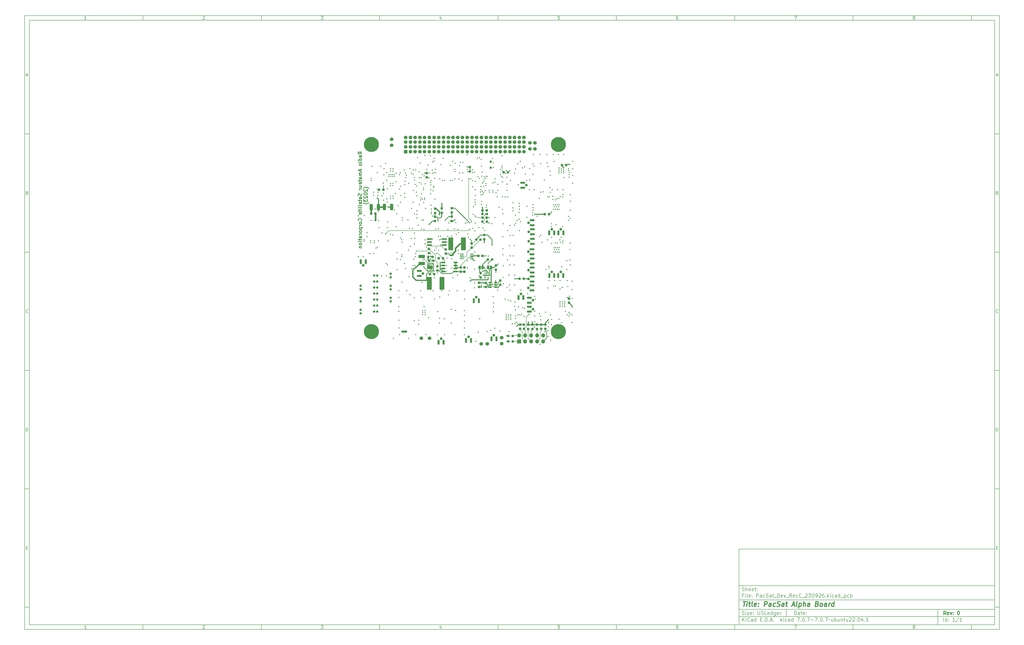
<source format=gbr>
%TF.GenerationSoftware,KiCad,Pcbnew,7.0.7-7.0.7~ubuntu22.04.1*%
%TF.CreationDate,2023-10-03T20:17:37-05:00*%
%TF.ProjectId,PacSat_Dev_RecC_230926,50616353-6174-45f4-9465-765f52656343,0*%
%TF.SameCoordinates,Original*%
%TF.FileFunction,Copper,L6,Bot*%
%TF.FilePolarity,Positive*%
%FSLAX46Y46*%
G04 Gerber Fmt 4.6, Leading zero omitted, Abs format (unit mm)*
G04 Created by KiCad (PCBNEW 7.0.7-7.0.7~ubuntu22.04.1) date 2023-10-03 20:17:37*
%MOMM*%
%LPD*%
G01*
G04 APERTURE LIST*
G04 Aperture macros list*
%AMRoundRect*
0 Rectangle with rounded corners*
0 $1 Rounding radius*
0 $2 $3 $4 $5 $6 $7 $8 $9 X,Y pos of 4 corners*
0 Add a 4 corners polygon primitive as box body*
4,1,4,$2,$3,$4,$5,$6,$7,$8,$9,$2,$3,0*
0 Add four circle primitives for the rounded corners*
1,1,$1+$1,$2,$3*
1,1,$1+$1,$4,$5*
1,1,$1+$1,$6,$7*
1,1,$1+$1,$8,$9*
0 Add four rect primitives between the rounded corners*
20,1,$1+$1,$2,$3,$4,$5,0*
20,1,$1+$1,$4,$5,$6,$7,0*
20,1,$1+$1,$6,$7,$8,$9,0*
20,1,$1+$1,$8,$9,$2,$3,0*%
%AMFreePoly0*
4,1,19,0.500000,-0.750000,0.000000,-0.750000,0.000000,-0.744911,-0.071157,-0.744911,-0.207708,-0.704816,-0.327430,-0.627875,-0.420627,-0.520320,-0.479746,-0.390866,-0.500000,-0.250000,-0.500000,0.250000,-0.479746,0.390866,-0.420627,0.520320,-0.327430,0.627875,-0.207708,0.704816,-0.071157,0.744911,0.000000,0.744911,0.000000,0.750000,0.500000,0.750000,0.500000,-0.750000,0.500000,-0.750000,
$1*%
%AMFreePoly1*
4,1,19,0.000000,0.744911,0.071157,0.744911,0.207708,0.704816,0.327430,0.627875,0.420627,0.520320,0.479746,0.390866,0.500000,0.250000,0.500000,-0.250000,0.479746,-0.390866,0.420627,-0.520320,0.327430,-0.627875,0.207708,-0.704816,0.071157,-0.744911,0.000000,-0.744911,0.000000,-0.750000,-0.500000,-0.750000,-0.500000,0.750000,0.000000,0.750000,0.000000,0.744911,0.000000,0.744911,
$1*%
G04 Aperture macros list end*
%ADD10C,0.100000*%
%ADD11C,0.150000*%
%ADD12C,0.300000*%
%ADD13C,0.400000*%
%TA.AperFunction,NonConductor*%
%ADD14C,0.300000*%
%TD*%
%TA.AperFunction,ComponentPad*%
%ADD15C,1.524000*%
%TD*%
%TA.AperFunction,ComponentPad*%
%ADD16C,6.350000*%
%TD*%
%TA.AperFunction,ComponentPad*%
%ADD17RoundRect,0.290840X-0.471160X-0.471160X0.471160X-0.471160X0.471160X0.471160X-0.471160X0.471160X0*%
%TD*%
%TA.AperFunction,ComponentPad*%
%ADD18C,1.016000*%
%TD*%
%TA.AperFunction,ComponentPad*%
%ADD19O,2.540000X0.889000*%
%TD*%
%TA.AperFunction,ComponentPad*%
%ADD20C,1.000000*%
%TD*%
%TA.AperFunction,ComponentPad*%
%ADD21R,1.700000X1.700000*%
%TD*%
%TA.AperFunction,ComponentPad*%
%ADD22O,1.700000X1.700000*%
%TD*%
%TA.AperFunction,SMDPad,CuDef*%
%ADD23RoundRect,0.237500X-0.250000X-0.237500X0.250000X-0.237500X0.250000X0.237500X-0.250000X0.237500X0*%
%TD*%
%TA.AperFunction,SMDPad,CuDef*%
%ADD24RoundRect,0.237500X-0.237500X0.250000X-0.237500X-0.250000X0.237500X-0.250000X0.237500X0.250000X0*%
%TD*%
%TA.AperFunction,SMDPad,CuDef*%
%ADD25RoundRect,0.150000X-0.512500X-0.150000X0.512500X-0.150000X0.512500X0.150000X-0.512500X0.150000X0*%
%TD*%
%TA.AperFunction,ComponentPad*%
%ADD26RoundRect,0.254000X0.254000X-0.254000X0.254000X0.254000X-0.254000X0.254000X-0.254000X-0.254000X0*%
%TD*%
%TA.AperFunction,ComponentPad*%
%ADD27RoundRect,0.200000X0.200000X-0.800000X0.200000X0.800000X-0.200000X0.800000X-0.200000X-0.800000X0*%
%TD*%
%TA.AperFunction,SMDPad,CuDef*%
%ADD28RoundRect,0.249999X-0.737501X-2.450001X0.737501X-2.450001X0.737501X2.450001X-0.737501X2.450001X0*%
%TD*%
%TA.AperFunction,SMDPad,CuDef*%
%ADD29RoundRect,0.150000X0.725000X0.150000X-0.725000X0.150000X-0.725000X-0.150000X0.725000X-0.150000X0*%
%TD*%
%TA.AperFunction,SMDPad,CuDef*%
%ADD30RoundRect,0.237500X-0.300000X-0.237500X0.300000X-0.237500X0.300000X0.237500X-0.300000X0.237500X0*%
%TD*%
%TA.AperFunction,ComponentPad*%
%ADD31RoundRect,0.254000X0.254000X0.254000X-0.254000X0.254000X-0.254000X-0.254000X0.254000X-0.254000X0*%
%TD*%
%TA.AperFunction,ComponentPad*%
%ADD32RoundRect,0.200000X0.800000X0.200000X-0.800000X0.200000X-0.800000X-0.200000X0.800000X-0.200000X0*%
%TD*%
%TA.AperFunction,SMDPad,CuDef*%
%ADD33RoundRect,0.237500X-0.237500X0.300000X-0.237500X-0.300000X0.237500X-0.300000X0.237500X0.300000X0*%
%TD*%
%TA.AperFunction,SMDPad,CuDef*%
%ADD34RoundRect,0.237500X0.250000X0.237500X-0.250000X0.237500X-0.250000X-0.237500X0.250000X-0.237500X0*%
%TD*%
%TA.AperFunction,SMDPad,CuDef*%
%ADD35RoundRect,0.237500X0.300000X0.237500X-0.300000X0.237500X-0.300000X-0.237500X0.300000X-0.237500X0*%
%TD*%
%TA.AperFunction,SMDPad,CuDef*%
%ADD36RoundRect,0.249999X0.737501X2.450001X-0.737501X2.450001X-0.737501X-2.450001X0.737501X-2.450001X0*%
%TD*%
%TA.AperFunction,SMDPad,CuDef*%
%ADD37FreePoly0,180.000000*%
%TD*%
%TA.AperFunction,SMDPad,CuDef*%
%ADD38FreePoly1,180.000000*%
%TD*%
%TA.AperFunction,ComponentPad*%
%ADD39RoundRect,0.254000X-0.254000X0.254000X-0.254000X-0.254000X0.254000X-0.254000X0.254000X0.254000X0*%
%TD*%
%TA.AperFunction,ComponentPad*%
%ADD40RoundRect,0.200000X-0.200000X0.800000X-0.200000X-0.800000X0.200000X-0.800000X0.200000X0.800000X0*%
%TD*%
%TA.AperFunction,SMDPad,CuDef*%
%ADD41RoundRect,0.237500X0.237500X-0.250000X0.237500X0.250000X-0.237500X0.250000X-0.237500X-0.250000X0*%
%TD*%
%TA.AperFunction,SMDPad,CuDef*%
%ADD42RoundRect,0.237500X0.237500X-0.300000X0.237500X0.300000X-0.237500X0.300000X-0.237500X-0.300000X0*%
%TD*%
%TA.AperFunction,SMDPad,CuDef*%
%ADD43RoundRect,0.100000X0.712500X0.100000X-0.712500X0.100000X-0.712500X-0.100000X0.712500X-0.100000X0*%
%TD*%
%TA.AperFunction,ComponentPad*%
%ADD44RoundRect,0.254000X-0.254000X-0.254000X0.254000X-0.254000X0.254000X0.254000X-0.254000X0.254000X0*%
%TD*%
%TA.AperFunction,ComponentPad*%
%ADD45RoundRect,0.200000X-0.800000X-0.200000X0.800000X-0.200000X0.800000X0.200000X-0.800000X0.200000X0*%
%TD*%
%TA.AperFunction,SMDPad,CuDef*%
%ADD46RoundRect,0.250001X-1.074999X0.462499X-1.074999X-0.462499X1.074999X-0.462499X1.074999X0.462499X0*%
%TD*%
%TA.AperFunction,SMDPad,CuDef*%
%ADD47R,0.400000X0.650000*%
%TD*%
%TA.AperFunction,SMDPad,CuDef*%
%ADD48RoundRect,0.250000X0.400000X1.075000X-0.400000X1.075000X-0.400000X-1.075000X0.400000X-1.075000X0*%
%TD*%
%TA.AperFunction,SMDPad,CuDef*%
%ADD49R,2.000000X0.640000*%
%TD*%
%TA.AperFunction,SMDPad,CuDef*%
%ADD50R,2.350000X1.580000*%
%TD*%
%TA.AperFunction,SMDPad,CuDef*%
%ADD51R,0.300000X0.700000*%
%TD*%
%TA.AperFunction,ViaPad*%
%ADD52C,0.508000*%
%TD*%
%TA.AperFunction,Conductor*%
%ADD53C,0.152400*%
%TD*%
%TA.AperFunction,Conductor*%
%ADD54C,0.254000*%
%TD*%
%TA.AperFunction,Conductor*%
%ADD55C,0.381000*%
%TD*%
%TA.AperFunction,Conductor*%
%ADD56C,0.635000*%
%TD*%
%TA.AperFunction,Conductor*%
%ADD57C,0.127000*%
%TD*%
%TA.AperFunction,Conductor*%
%ADD58C,0.304800*%
%TD*%
%TA.AperFunction,Conductor*%
%ADD59C,0.330200*%
%TD*%
%TA.AperFunction,Conductor*%
%ADD60C,0.203200*%
%TD*%
%TA.AperFunction,Conductor*%
%ADD61C,0.508000*%
%TD*%
G04 APERTURE END LIST*
D10*
D11*
X311800000Y-235400000D02*
X419800000Y-235400000D01*
X419800000Y-267400000D01*
X311800000Y-267400000D01*
X311800000Y-235400000D01*
D10*
D11*
X10000000Y-10000000D02*
X421800000Y-10000000D01*
X421800000Y-269400000D01*
X10000000Y-269400000D01*
X10000000Y-10000000D01*
D10*
D11*
X12000000Y-12000000D02*
X419800000Y-12000000D01*
X419800000Y-267400000D01*
X12000000Y-267400000D01*
X12000000Y-12000000D01*
D10*
D11*
X60000000Y-12000000D02*
X60000000Y-10000000D01*
D10*
D11*
X110000000Y-12000000D02*
X110000000Y-10000000D01*
D10*
D11*
X160000000Y-12000000D02*
X160000000Y-10000000D01*
D10*
D11*
X210000000Y-12000000D02*
X210000000Y-10000000D01*
D10*
D11*
X260000000Y-12000000D02*
X260000000Y-10000000D01*
D10*
D11*
X310000000Y-12000000D02*
X310000000Y-10000000D01*
D10*
D11*
X360000000Y-12000000D02*
X360000000Y-10000000D01*
D10*
D11*
X410000000Y-12000000D02*
X410000000Y-10000000D01*
D10*
D11*
X36089160Y-11593604D02*
X35346303Y-11593604D01*
X35717731Y-11593604D02*
X35717731Y-10293604D01*
X35717731Y-10293604D02*
X35593922Y-10479319D01*
X35593922Y-10479319D02*
X35470112Y-10603128D01*
X35470112Y-10603128D02*
X35346303Y-10665033D01*
D10*
D11*
X85346303Y-10417414D02*
X85408207Y-10355509D01*
X85408207Y-10355509D02*
X85532017Y-10293604D01*
X85532017Y-10293604D02*
X85841541Y-10293604D01*
X85841541Y-10293604D02*
X85965350Y-10355509D01*
X85965350Y-10355509D02*
X86027255Y-10417414D01*
X86027255Y-10417414D02*
X86089160Y-10541223D01*
X86089160Y-10541223D02*
X86089160Y-10665033D01*
X86089160Y-10665033D02*
X86027255Y-10850747D01*
X86027255Y-10850747D02*
X85284398Y-11593604D01*
X85284398Y-11593604D02*
X86089160Y-11593604D01*
D10*
D11*
X135284398Y-10293604D02*
X136089160Y-10293604D01*
X136089160Y-10293604D02*
X135655826Y-10788842D01*
X135655826Y-10788842D02*
X135841541Y-10788842D01*
X135841541Y-10788842D02*
X135965350Y-10850747D01*
X135965350Y-10850747D02*
X136027255Y-10912652D01*
X136027255Y-10912652D02*
X136089160Y-11036461D01*
X136089160Y-11036461D02*
X136089160Y-11345985D01*
X136089160Y-11345985D02*
X136027255Y-11469795D01*
X136027255Y-11469795D02*
X135965350Y-11531700D01*
X135965350Y-11531700D02*
X135841541Y-11593604D01*
X135841541Y-11593604D02*
X135470112Y-11593604D01*
X135470112Y-11593604D02*
X135346303Y-11531700D01*
X135346303Y-11531700D02*
X135284398Y-11469795D01*
D10*
D11*
X185965350Y-10726938D02*
X185965350Y-11593604D01*
X185655826Y-10231700D02*
X185346303Y-11160271D01*
X185346303Y-11160271D02*
X186151064Y-11160271D01*
D10*
D11*
X236027255Y-10293604D02*
X235408207Y-10293604D01*
X235408207Y-10293604D02*
X235346303Y-10912652D01*
X235346303Y-10912652D02*
X235408207Y-10850747D01*
X235408207Y-10850747D02*
X235532017Y-10788842D01*
X235532017Y-10788842D02*
X235841541Y-10788842D01*
X235841541Y-10788842D02*
X235965350Y-10850747D01*
X235965350Y-10850747D02*
X236027255Y-10912652D01*
X236027255Y-10912652D02*
X236089160Y-11036461D01*
X236089160Y-11036461D02*
X236089160Y-11345985D01*
X236089160Y-11345985D02*
X236027255Y-11469795D01*
X236027255Y-11469795D02*
X235965350Y-11531700D01*
X235965350Y-11531700D02*
X235841541Y-11593604D01*
X235841541Y-11593604D02*
X235532017Y-11593604D01*
X235532017Y-11593604D02*
X235408207Y-11531700D01*
X235408207Y-11531700D02*
X235346303Y-11469795D01*
D10*
D11*
X285965350Y-10293604D02*
X285717731Y-10293604D01*
X285717731Y-10293604D02*
X285593922Y-10355509D01*
X285593922Y-10355509D02*
X285532017Y-10417414D01*
X285532017Y-10417414D02*
X285408207Y-10603128D01*
X285408207Y-10603128D02*
X285346303Y-10850747D01*
X285346303Y-10850747D02*
X285346303Y-11345985D01*
X285346303Y-11345985D02*
X285408207Y-11469795D01*
X285408207Y-11469795D02*
X285470112Y-11531700D01*
X285470112Y-11531700D02*
X285593922Y-11593604D01*
X285593922Y-11593604D02*
X285841541Y-11593604D01*
X285841541Y-11593604D02*
X285965350Y-11531700D01*
X285965350Y-11531700D02*
X286027255Y-11469795D01*
X286027255Y-11469795D02*
X286089160Y-11345985D01*
X286089160Y-11345985D02*
X286089160Y-11036461D01*
X286089160Y-11036461D02*
X286027255Y-10912652D01*
X286027255Y-10912652D02*
X285965350Y-10850747D01*
X285965350Y-10850747D02*
X285841541Y-10788842D01*
X285841541Y-10788842D02*
X285593922Y-10788842D01*
X285593922Y-10788842D02*
X285470112Y-10850747D01*
X285470112Y-10850747D02*
X285408207Y-10912652D01*
X285408207Y-10912652D02*
X285346303Y-11036461D01*
D10*
D11*
X335284398Y-10293604D02*
X336151064Y-10293604D01*
X336151064Y-10293604D02*
X335593922Y-11593604D01*
D10*
D11*
X385593922Y-10850747D02*
X385470112Y-10788842D01*
X385470112Y-10788842D02*
X385408207Y-10726938D01*
X385408207Y-10726938D02*
X385346303Y-10603128D01*
X385346303Y-10603128D02*
X385346303Y-10541223D01*
X385346303Y-10541223D02*
X385408207Y-10417414D01*
X385408207Y-10417414D02*
X385470112Y-10355509D01*
X385470112Y-10355509D02*
X385593922Y-10293604D01*
X385593922Y-10293604D02*
X385841541Y-10293604D01*
X385841541Y-10293604D02*
X385965350Y-10355509D01*
X385965350Y-10355509D02*
X386027255Y-10417414D01*
X386027255Y-10417414D02*
X386089160Y-10541223D01*
X386089160Y-10541223D02*
X386089160Y-10603128D01*
X386089160Y-10603128D02*
X386027255Y-10726938D01*
X386027255Y-10726938D02*
X385965350Y-10788842D01*
X385965350Y-10788842D02*
X385841541Y-10850747D01*
X385841541Y-10850747D02*
X385593922Y-10850747D01*
X385593922Y-10850747D02*
X385470112Y-10912652D01*
X385470112Y-10912652D02*
X385408207Y-10974557D01*
X385408207Y-10974557D02*
X385346303Y-11098366D01*
X385346303Y-11098366D02*
X385346303Y-11345985D01*
X385346303Y-11345985D02*
X385408207Y-11469795D01*
X385408207Y-11469795D02*
X385470112Y-11531700D01*
X385470112Y-11531700D02*
X385593922Y-11593604D01*
X385593922Y-11593604D02*
X385841541Y-11593604D01*
X385841541Y-11593604D02*
X385965350Y-11531700D01*
X385965350Y-11531700D02*
X386027255Y-11469795D01*
X386027255Y-11469795D02*
X386089160Y-11345985D01*
X386089160Y-11345985D02*
X386089160Y-11098366D01*
X386089160Y-11098366D02*
X386027255Y-10974557D01*
X386027255Y-10974557D02*
X385965350Y-10912652D01*
X385965350Y-10912652D02*
X385841541Y-10850747D01*
D10*
D11*
X60000000Y-267400000D02*
X60000000Y-269400000D01*
D10*
D11*
X110000000Y-267400000D02*
X110000000Y-269400000D01*
D10*
D11*
X160000000Y-267400000D02*
X160000000Y-269400000D01*
D10*
D11*
X210000000Y-267400000D02*
X210000000Y-269400000D01*
D10*
D11*
X260000000Y-267400000D02*
X260000000Y-269400000D01*
D10*
D11*
X310000000Y-267400000D02*
X310000000Y-269400000D01*
D10*
D11*
X360000000Y-267400000D02*
X360000000Y-269400000D01*
D10*
D11*
X410000000Y-267400000D02*
X410000000Y-269400000D01*
D10*
D11*
X36089160Y-268993604D02*
X35346303Y-268993604D01*
X35717731Y-268993604D02*
X35717731Y-267693604D01*
X35717731Y-267693604D02*
X35593922Y-267879319D01*
X35593922Y-267879319D02*
X35470112Y-268003128D01*
X35470112Y-268003128D02*
X35346303Y-268065033D01*
D10*
D11*
X85346303Y-267817414D02*
X85408207Y-267755509D01*
X85408207Y-267755509D02*
X85532017Y-267693604D01*
X85532017Y-267693604D02*
X85841541Y-267693604D01*
X85841541Y-267693604D02*
X85965350Y-267755509D01*
X85965350Y-267755509D02*
X86027255Y-267817414D01*
X86027255Y-267817414D02*
X86089160Y-267941223D01*
X86089160Y-267941223D02*
X86089160Y-268065033D01*
X86089160Y-268065033D02*
X86027255Y-268250747D01*
X86027255Y-268250747D02*
X85284398Y-268993604D01*
X85284398Y-268993604D02*
X86089160Y-268993604D01*
D10*
D11*
X135284398Y-267693604D02*
X136089160Y-267693604D01*
X136089160Y-267693604D02*
X135655826Y-268188842D01*
X135655826Y-268188842D02*
X135841541Y-268188842D01*
X135841541Y-268188842D02*
X135965350Y-268250747D01*
X135965350Y-268250747D02*
X136027255Y-268312652D01*
X136027255Y-268312652D02*
X136089160Y-268436461D01*
X136089160Y-268436461D02*
X136089160Y-268745985D01*
X136089160Y-268745985D02*
X136027255Y-268869795D01*
X136027255Y-268869795D02*
X135965350Y-268931700D01*
X135965350Y-268931700D02*
X135841541Y-268993604D01*
X135841541Y-268993604D02*
X135470112Y-268993604D01*
X135470112Y-268993604D02*
X135346303Y-268931700D01*
X135346303Y-268931700D02*
X135284398Y-268869795D01*
D10*
D11*
X185965350Y-268126938D02*
X185965350Y-268993604D01*
X185655826Y-267631700D02*
X185346303Y-268560271D01*
X185346303Y-268560271D02*
X186151064Y-268560271D01*
D10*
D11*
X236027255Y-267693604D02*
X235408207Y-267693604D01*
X235408207Y-267693604D02*
X235346303Y-268312652D01*
X235346303Y-268312652D02*
X235408207Y-268250747D01*
X235408207Y-268250747D02*
X235532017Y-268188842D01*
X235532017Y-268188842D02*
X235841541Y-268188842D01*
X235841541Y-268188842D02*
X235965350Y-268250747D01*
X235965350Y-268250747D02*
X236027255Y-268312652D01*
X236027255Y-268312652D02*
X236089160Y-268436461D01*
X236089160Y-268436461D02*
X236089160Y-268745985D01*
X236089160Y-268745985D02*
X236027255Y-268869795D01*
X236027255Y-268869795D02*
X235965350Y-268931700D01*
X235965350Y-268931700D02*
X235841541Y-268993604D01*
X235841541Y-268993604D02*
X235532017Y-268993604D01*
X235532017Y-268993604D02*
X235408207Y-268931700D01*
X235408207Y-268931700D02*
X235346303Y-268869795D01*
D10*
D11*
X285965350Y-267693604D02*
X285717731Y-267693604D01*
X285717731Y-267693604D02*
X285593922Y-267755509D01*
X285593922Y-267755509D02*
X285532017Y-267817414D01*
X285532017Y-267817414D02*
X285408207Y-268003128D01*
X285408207Y-268003128D02*
X285346303Y-268250747D01*
X285346303Y-268250747D02*
X285346303Y-268745985D01*
X285346303Y-268745985D02*
X285408207Y-268869795D01*
X285408207Y-268869795D02*
X285470112Y-268931700D01*
X285470112Y-268931700D02*
X285593922Y-268993604D01*
X285593922Y-268993604D02*
X285841541Y-268993604D01*
X285841541Y-268993604D02*
X285965350Y-268931700D01*
X285965350Y-268931700D02*
X286027255Y-268869795D01*
X286027255Y-268869795D02*
X286089160Y-268745985D01*
X286089160Y-268745985D02*
X286089160Y-268436461D01*
X286089160Y-268436461D02*
X286027255Y-268312652D01*
X286027255Y-268312652D02*
X285965350Y-268250747D01*
X285965350Y-268250747D02*
X285841541Y-268188842D01*
X285841541Y-268188842D02*
X285593922Y-268188842D01*
X285593922Y-268188842D02*
X285470112Y-268250747D01*
X285470112Y-268250747D02*
X285408207Y-268312652D01*
X285408207Y-268312652D02*
X285346303Y-268436461D01*
D10*
D11*
X335284398Y-267693604D02*
X336151064Y-267693604D01*
X336151064Y-267693604D02*
X335593922Y-268993604D01*
D10*
D11*
X385593922Y-268250747D02*
X385470112Y-268188842D01*
X385470112Y-268188842D02*
X385408207Y-268126938D01*
X385408207Y-268126938D02*
X385346303Y-268003128D01*
X385346303Y-268003128D02*
X385346303Y-267941223D01*
X385346303Y-267941223D02*
X385408207Y-267817414D01*
X385408207Y-267817414D02*
X385470112Y-267755509D01*
X385470112Y-267755509D02*
X385593922Y-267693604D01*
X385593922Y-267693604D02*
X385841541Y-267693604D01*
X385841541Y-267693604D02*
X385965350Y-267755509D01*
X385965350Y-267755509D02*
X386027255Y-267817414D01*
X386027255Y-267817414D02*
X386089160Y-267941223D01*
X386089160Y-267941223D02*
X386089160Y-268003128D01*
X386089160Y-268003128D02*
X386027255Y-268126938D01*
X386027255Y-268126938D02*
X385965350Y-268188842D01*
X385965350Y-268188842D02*
X385841541Y-268250747D01*
X385841541Y-268250747D02*
X385593922Y-268250747D01*
X385593922Y-268250747D02*
X385470112Y-268312652D01*
X385470112Y-268312652D02*
X385408207Y-268374557D01*
X385408207Y-268374557D02*
X385346303Y-268498366D01*
X385346303Y-268498366D02*
X385346303Y-268745985D01*
X385346303Y-268745985D02*
X385408207Y-268869795D01*
X385408207Y-268869795D02*
X385470112Y-268931700D01*
X385470112Y-268931700D02*
X385593922Y-268993604D01*
X385593922Y-268993604D02*
X385841541Y-268993604D01*
X385841541Y-268993604D02*
X385965350Y-268931700D01*
X385965350Y-268931700D02*
X386027255Y-268869795D01*
X386027255Y-268869795D02*
X386089160Y-268745985D01*
X386089160Y-268745985D02*
X386089160Y-268498366D01*
X386089160Y-268498366D02*
X386027255Y-268374557D01*
X386027255Y-268374557D02*
X385965350Y-268312652D01*
X385965350Y-268312652D02*
X385841541Y-268250747D01*
D10*
D11*
X10000000Y-60000000D02*
X12000000Y-60000000D01*
D10*
D11*
X10000000Y-110000000D02*
X12000000Y-110000000D01*
D10*
D11*
X10000000Y-160000000D02*
X12000000Y-160000000D01*
D10*
D11*
X10000000Y-210000000D02*
X12000000Y-210000000D01*
D10*
D11*
X10000000Y-260000000D02*
X12000000Y-260000000D01*
D10*
D11*
X10690476Y-35222176D02*
X11309523Y-35222176D01*
X10566666Y-35593604D02*
X10999999Y-34293604D01*
X10999999Y-34293604D02*
X11433333Y-35593604D01*
D10*
D11*
X11092857Y-84912652D02*
X11278571Y-84974557D01*
X11278571Y-84974557D02*
X11340476Y-85036461D01*
X11340476Y-85036461D02*
X11402380Y-85160271D01*
X11402380Y-85160271D02*
X11402380Y-85345985D01*
X11402380Y-85345985D02*
X11340476Y-85469795D01*
X11340476Y-85469795D02*
X11278571Y-85531700D01*
X11278571Y-85531700D02*
X11154761Y-85593604D01*
X11154761Y-85593604D02*
X10659523Y-85593604D01*
X10659523Y-85593604D02*
X10659523Y-84293604D01*
X10659523Y-84293604D02*
X11092857Y-84293604D01*
X11092857Y-84293604D02*
X11216666Y-84355509D01*
X11216666Y-84355509D02*
X11278571Y-84417414D01*
X11278571Y-84417414D02*
X11340476Y-84541223D01*
X11340476Y-84541223D02*
X11340476Y-84665033D01*
X11340476Y-84665033D02*
X11278571Y-84788842D01*
X11278571Y-84788842D02*
X11216666Y-84850747D01*
X11216666Y-84850747D02*
X11092857Y-84912652D01*
X11092857Y-84912652D02*
X10659523Y-84912652D01*
D10*
D11*
X11402380Y-135469795D02*
X11340476Y-135531700D01*
X11340476Y-135531700D02*
X11154761Y-135593604D01*
X11154761Y-135593604D02*
X11030952Y-135593604D01*
X11030952Y-135593604D02*
X10845238Y-135531700D01*
X10845238Y-135531700D02*
X10721428Y-135407890D01*
X10721428Y-135407890D02*
X10659523Y-135284080D01*
X10659523Y-135284080D02*
X10597619Y-135036461D01*
X10597619Y-135036461D02*
X10597619Y-134850747D01*
X10597619Y-134850747D02*
X10659523Y-134603128D01*
X10659523Y-134603128D02*
X10721428Y-134479319D01*
X10721428Y-134479319D02*
X10845238Y-134355509D01*
X10845238Y-134355509D02*
X11030952Y-134293604D01*
X11030952Y-134293604D02*
X11154761Y-134293604D01*
X11154761Y-134293604D02*
X11340476Y-134355509D01*
X11340476Y-134355509D02*
X11402380Y-134417414D01*
D10*
D11*
X10659523Y-185593604D02*
X10659523Y-184293604D01*
X10659523Y-184293604D02*
X10969047Y-184293604D01*
X10969047Y-184293604D02*
X11154761Y-184355509D01*
X11154761Y-184355509D02*
X11278571Y-184479319D01*
X11278571Y-184479319D02*
X11340476Y-184603128D01*
X11340476Y-184603128D02*
X11402380Y-184850747D01*
X11402380Y-184850747D02*
X11402380Y-185036461D01*
X11402380Y-185036461D02*
X11340476Y-185284080D01*
X11340476Y-185284080D02*
X11278571Y-185407890D01*
X11278571Y-185407890D02*
X11154761Y-185531700D01*
X11154761Y-185531700D02*
X10969047Y-185593604D01*
X10969047Y-185593604D02*
X10659523Y-185593604D01*
D10*
D11*
X10721428Y-234912652D02*
X11154762Y-234912652D01*
X11340476Y-235593604D02*
X10721428Y-235593604D01*
X10721428Y-235593604D02*
X10721428Y-234293604D01*
X10721428Y-234293604D02*
X11340476Y-234293604D01*
D10*
D11*
X421800000Y-60000000D02*
X419800000Y-60000000D01*
D10*
D11*
X421800000Y-110000000D02*
X419800000Y-110000000D01*
D10*
D11*
X421800000Y-160000000D02*
X419800000Y-160000000D01*
D10*
D11*
X421800000Y-210000000D02*
X419800000Y-210000000D01*
D10*
D11*
X421800000Y-260000000D02*
X419800000Y-260000000D01*
D10*
D11*
X420490476Y-35222176D02*
X421109523Y-35222176D01*
X420366666Y-35593604D02*
X420799999Y-34293604D01*
X420799999Y-34293604D02*
X421233333Y-35593604D01*
D10*
D11*
X420892857Y-84912652D02*
X421078571Y-84974557D01*
X421078571Y-84974557D02*
X421140476Y-85036461D01*
X421140476Y-85036461D02*
X421202380Y-85160271D01*
X421202380Y-85160271D02*
X421202380Y-85345985D01*
X421202380Y-85345985D02*
X421140476Y-85469795D01*
X421140476Y-85469795D02*
X421078571Y-85531700D01*
X421078571Y-85531700D02*
X420954761Y-85593604D01*
X420954761Y-85593604D02*
X420459523Y-85593604D01*
X420459523Y-85593604D02*
X420459523Y-84293604D01*
X420459523Y-84293604D02*
X420892857Y-84293604D01*
X420892857Y-84293604D02*
X421016666Y-84355509D01*
X421016666Y-84355509D02*
X421078571Y-84417414D01*
X421078571Y-84417414D02*
X421140476Y-84541223D01*
X421140476Y-84541223D02*
X421140476Y-84665033D01*
X421140476Y-84665033D02*
X421078571Y-84788842D01*
X421078571Y-84788842D02*
X421016666Y-84850747D01*
X421016666Y-84850747D02*
X420892857Y-84912652D01*
X420892857Y-84912652D02*
X420459523Y-84912652D01*
D10*
D11*
X421202380Y-135469795D02*
X421140476Y-135531700D01*
X421140476Y-135531700D02*
X420954761Y-135593604D01*
X420954761Y-135593604D02*
X420830952Y-135593604D01*
X420830952Y-135593604D02*
X420645238Y-135531700D01*
X420645238Y-135531700D02*
X420521428Y-135407890D01*
X420521428Y-135407890D02*
X420459523Y-135284080D01*
X420459523Y-135284080D02*
X420397619Y-135036461D01*
X420397619Y-135036461D02*
X420397619Y-134850747D01*
X420397619Y-134850747D02*
X420459523Y-134603128D01*
X420459523Y-134603128D02*
X420521428Y-134479319D01*
X420521428Y-134479319D02*
X420645238Y-134355509D01*
X420645238Y-134355509D02*
X420830952Y-134293604D01*
X420830952Y-134293604D02*
X420954761Y-134293604D01*
X420954761Y-134293604D02*
X421140476Y-134355509D01*
X421140476Y-134355509D02*
X421202380Y-134417414D01*
D10*
D11*
X420459523Y-185593604D02*
X420459523Y-184293604D01*
X420459523Y-184293604D02*
X420769047Y-184293604D01*
X420769047Y-184293604D02*
X420954761Y-184355509D01*
X420954761Y-184355509D02*
X421078571Y-184479319D01*
X421078571Y-184479319D02*
X421140476Y-184603128D01*
X421140476Y-184603128D02*
X421202380Y-184850747D01*
X421202380Y-184850747D02*
X421202380Y-185036461D01*
X421202380Y-185036461D02*
X421140476Y-185284080D01*
X421140476Y-185284080D02*
X421078571Y-185407890D01*
X421078571Y-185407890D02*
X420954761Y-185531700D01*
X420954761Y-185531700D02*
X420769047Y-185593604D01*
X420769047Y-185593604D02*
X420459523Y-185593604D01*
D10*
D11*
X420521428Y-234912652D02*
X420954762Y-234912652D01*
X421140476Y-235593604D02*
X420521428Y-235593604D01*
X420521428Y-235593604D02*
X420521428Y-234293604D01*
X420521428Y-234293604D02*
X421140476Y-234293604D01*
D10*
D11*
X335255826Y-263186128D02*
X335255826Y-261686128D01*
X335255826Y-261686128D02*
X335612969Y-261686128D01*
X335612969Y-261686128D02*
X335827255Y-261757557D01*
X335827255Y-261757557D02*
X335970112Y-261900414D01*
X335970112Y-261900414D02*
X336041541Y-262043271D01*
X336041541Y-262043271D02*
X336112969Y-262328985D01*
X336112969Y-262328985D02*
X336112969Y-262543271D01*
X336112969Y-262543271D02*
X336041541Y-262828985D01*
X336041541Y-262828985D02*
X335970112Y-262971842D01*
X335970112Y-262971842D02*
X335827255Y-263114700D01*
X335827255Y-263114700D02*
X335612969Y-263186128D01*
X335612969Y-263186128D02*
X335255826Y-263186128D01*
X337398684Y-263186128D02*
X337398684Y-262400414D01*
X337398684Y-262400414D02*
X337327255Y-262257557D01*
X337327255Y-262257557D02*
X337184398Y-262186128D01*
X337184398Y-262186128D02*
X336898684Y-262186128D01*
X336898684Y-262186128D02*
X336755826Y-262257557D01*
X337398684Y-263114700D02*
X337255826Y-263186128D01*
X337255826Y-263186128D02*
X336898684Y-263186128D01*
X336898684Y-263186128D02*
X336755826Y-263114700D01*
X336755826Y-263114700D02*
X336684398Y-262971842D01*
X336684398Y-262971842D02*
X336684398Y-262828985D01*
X336684398Y-262828985D02*
X336755826Y-262686128D01*
X336755826Y-262686128D02*
X336898684Y-262614700D01*
X336898684Y-262614700D02*
X337255826Y-262614700D01*
X337255826Y-262614700D02*
X337398684Y-262543271D01*
X337898684Y-262186128D02*
X338470112Y-262186128D01*
X338112969Y-261686128D02*
X338112969Y-262971842D01*
X338112969Y-262971842D02*
X338184398Y-263114700D01*
X338184398Y-263114700D02*
X338327255Y-263186128D01*
X338327255Y-263186128D02*
X338470112Y-263186128D01*
X339541541Y-263114700D02*
X339398684Y-263186128D01*
X339398684Y-263186128D02*
X339112970Y-263186128D01*
X339112970Y-263186128D02*
X338970112Y-263114700D01*
X338970112Y-263114700D02*
X338898684Y-262971842D01*
X338898684Y-262971842D02*
X338898684Y-262400414D01*
X338898684Y-262400414D02*
X338970112Y-262257557D01*
X338970112Y-262257557D02*
X339112970Y-262186128D01*
X339112970Y-262186128D02*
X339398684Y-262186128D01*
X339398684Y-262186128D02*
X339541541Y-262257557D01*
X339541541Y-262257557D02*
X339612970Y-262400414D01*
X339612970Y-262400414D02*
X339612970Y-262543271D01*
X339612970Y-262543271D02*
X338898684Y-262686128D01*
X340255826Y-263043271D02*
X340327255Y-263114700D01*
X340327255Y-263114700D02*
X340255826Y-263186128D01*
X340255826Y-263186128D02*
X340184398Y-263114700D01*
X340184398Y-263114700D02*
X340255826Y-263043271D01*
X340255826Y-263043271D02*
X340255826Y-263186128D01*
X340255826Y-262257557D02*
X340327255Y-262328985D01*
X340327255Y-262328985D02*
X340255826Y-262400414D01*
X340255826Y-262400414D02*
X340184398Y-262328985D01*
X340184398Y-262328985D02*
X340255826Y-262257557D01*
X340255826Y-262257557D02*
X340255826Y-262400414D01*
D10*
D11*
X311800000Y-263900000D02*
X419800000Y-263900000D01*
D10*
D11*
X313255826Y-265986128D02*
X313255826Y-264486128D01*
X314112969Y-265986128D02*
X313470112Y-265128985D01*
X314112969Y-264486128D02*
X313255826Y-265343271D01*
X314755826Y-265986128D02*
X314755826Y-264986128D01*
X314755826Y-264486128D02*
X314684398Y-264557557D01*
X314684398Y-264557557D02*
X314755826Y-264628985D01*
X314755826Y-264628985D02*
X314827255Y-264557557D01*
X314827255Y-264557557D02*
X314755826Y-264486128D01*
X314755826Y-264486128D02*
X314755826Y-264628985D01*
X316327255Y-265843271D02*
X316255827Y-265914700D01*
X316255827Y-265914700D02*
X316041541Y-265986128D01*
X316041541Y-265986128D02*
X315898684Y-265986128D01*
X315898684Y-265986128D02*
X315684398Y-265914700D01*
X315684398Y-265914700D02*
X315541541Y-265771842D01*
X315541541Y-265771842D02*
X315470112Y-265628985D01*
X315470112Y-265628985D02*
X315398684Y-265343271D01*
X315398684Y-265343271D02*
X315398684Y-265128985D01*
X315398684Y-265128985D02*
X315470112Y-264843271D01*
X315470112Y-264843271D02*
X315541541Y-264700414D01*
X315541541Y-264700414D02*
X315684398Y-264557557D01*
X315684398Y-264557557D02*
X315898684Y-264486128D01*
X315898684Y-264486128D02*
X316041541Y-264486128D01*
X316041541Y-264486128D02*
X316255827Y-264557557D01*
X316255827Y-264557557D02*
X316327255Y-264628985D01*
X317612970Y-265986128D02*
X317612970Y-265200414D01*
X317612970Y-265200414D02*
X317541541Y-265057557D01*
X317541541Y-265057557D02*
X317398684Y-264986128D01*
X317398684Y-264986128D02*
X317112970Y-264986128D01*
X317112970Y-264986128D02*
X316970112Y-265057557D01*
X317612970Y-265914700D02*
X317470112Y-265986128D01*
X317470112Y-265986128D02*
X317112970Y-265986128D01*
X317112970Y-265986128D02*
X316970112Y-265914700D01*
X316970112Y-265914700D02*
X316898684Y-265771842D01*
X316898684Y-265771842D02*
X316898684Y-265628985D01*
X316898684Y-265628985D02*
X316970112Y-265486128D01*
X316970112Y-265486128D02*
X317112970Y-265414700D01*
X317112970Y-265414700D02*
X317470112Y-265414700D01*
X317470112Y-265414700D02*
X317612970Y-265343271D01*
X318970113Y-265986128D02*
X318970113Y-264486128D01*
X318970113Y-265914700D02*
X318827255Y-265986128D01*
X318827255Y-265986128D02*
X318541541Y-265986128D01*
X318541541Y-265986128D02*
X318398684Y-265914700D01*
X318398684Y-265914700D02*
X318327255Y-265843271D01*
X318327255Y-265843271D02*
X318255827Y-265700414D01*
X318255827Y-265700414D02*
X318255827Y-265271842D01*
X318255827Y-265271842D02*
X318327255Y-265128985D01*
X318327255Y-265128985D02*
X318398684Y-265057557D01*
X318398684Y-265057557D02*
X318541541Y-264986128D01*
X318541541Y-264986128D02*
X318827255Y-264986128D01*
X318827255Y-264986128D02*
X318970113Y-265057557D01*
X320827255Y-265200414D02*
X321327255Y-265200414D01*
X321541541Y-265986128D02*
X320827255Y-265986128D01*
X320827255Y-265986128D02*
X320827255Y-264486128D01*
X320827255Y-264486128D02*
X321541541Y-264486128D01*
X322184398Y-265843271D02*
X322255827Y-265914700D01*
X322255827Y-265914700D02*
X322184398Y-265986128D01*
X322184398Y-265986128D02*
X322112970Y-265914700D01*
X322112970Y-265914700D02*
X322184398Y-265843271D01*
X322184398Y-265843271D02*
X322184398Y-265986128D01*
X322898684Y-265986128D02*
X322898684Y-264486128D01*
X322898684Y-264486128D02*
X323255827Y-264486128D01*
X323255827Y-264486128D02*
X323470113Y-264557557D01*
X323470113Y-264557557D02*
X323612970Y-264700414D01*
X323612970Y-264700414D02*
X323684399Y-264843271D01*
X323684399Y-264843271D02*
X323755827Y-265128985D01*
X323755827Y-265128985D02*
X323755827Y-265343271D01*
X323755827Y-265343271D02*
X323684399Y-265628985D01*
X323684399Y-265628985D02*
X323612970Y-265771842D01*
X323612970Y-265771842D02*
X323470113Y-265914700D01*
X323470113Y-265914700D02*
X323255827Y-265986128D01*
X323255827Y-265986128D02*
X322898684Y-265986128D01*
X324398684Y-265843271D02*
X324470113Y-265914700D01*
X324470113Y-265914700D02*
X324398684Y-265986128D01*
X324398684Y-265986128D02*
X324327256Y-265914700D01*
X324327256Y-265914700D02*
X324398684Y-265843271D01*
X324398684Y-265843271D02*
X324398684Y-265986128D01*
X325041542Y-265557557D02*
X325755828Y-265557557D01*
X324898685Y-265986128D02*
X325398685Y-264486128D01*
X325398685Y-264486128D02*
X325898685Y-265986128D01*
X326398684Y-265843271D02*
X326470113Y-265914700D01*
X326470113Y-265914700D02*
X326398684Y-265986128D01*
X326398684Y-265986128D02*
X326327256Y-265914700D01*
X326327256Y-265914700D02*
X326398684Y-265843271D01*
X326398684Y-265843271D02*
X326398684Y-265986128D01*
X329398684Y-265986128D02*
X329398684Y-264486128D01*
X329541542Y-265414700D02*
X329970113Y-265986128D01*
X329970113Y-264986128D02*
X329398684Y-265557557D01*
X330612970Y-265986128D02*
X330612970Y-264986128D01*
X330612970Y-264486128D02*
X330541542Y-264557557D01*
X330541542Y-264557557D02*
X330612970Y-264628985D01*
X330612970Y-264628985D02*
X330684399Y-264557557D01*
X330684399Y-264557557D02*
X330612970Y-264486128D01*
X330612970Y-264486128D02*
X330612970Y-264628985D01*
X331970114Y-265914700D02*
X331827256Y-265986128D01*
X331827256Y-265986128D02*
X331541542Y-265986128D01*
X331541542Y-265986128D02*
X331398685Y-265914700D01*
X331398685Y-265914700D02*
X331327256Y-265843271D01*
X331327256Y-265843271D02*
X331255828Y-265700414D01*
X331255828Y-265700414D02*
X331255828Y-265271842D01*
X331255828Y-265271842D02*
X331327256Y-265128985D01*
X331327256Y-265128985D02*
X331398685Y-265057557D01*
X331398685Y-265057557D02*
X331541542Y-264986128D01*
X331541542Y-264986128D02*
X331827256Y-264986128D01*
X331827256Y-264986128D02*
X331970114Y-265057557D01*
X333255828Y-265986128D02*
X333255828Y-265200414D01*
X333255828Y-265200414D02*
X333184399Y-265057557D01*
X333184399Y-265057557D02*
X333041542Y-264986128D01*
X333041542Y-264986128D02*
X332755828Y-264986128D01*
X332755828Y-264986128D02*
X332612970Y-265057557D01*
X333255828Y-265914700D02*
X333112970Y-265986128D01*
X333112970Y-265986128D02*
X332755828Y-265986128D01*
X332755828Y-265986128D02*
X332612970Y-265914700D01*
X332612970Y-265914700D02*
X332541542Y-265771842D01*
X332541542Y-265771842D02*
X332541542Y-265628985D01*
X332541542Y-265628985D02*
X332612970Y-265486128D01*
X332612970Y-265486128D02*
X332755828Y-265414700D01*
X332755828Y-265414700D02*
X333112970Y-265414700D01*
X333112970Y-265414700D02*
X333255828Y-265343271D01*
X334612971Y-265986128D02*
X334612971Y-264486128D01*
X334612971Y-265914700D02*
X334470113Y-265986128D01*
X334470113Y-265986128D02*
X334184399Y-265986128D01*
X334184399Y-265986128D02*
X334041542Y-265914700D01*
X334041542Y-265914700D02*
X333970113Y-265843271D01*
X333970113Y-265843271D02*
X333898685Y-265700414D01*
X333898685Y-265700414D02*
X333898685Y-265271842D01*
X333898685Y-265271842D02*
X333970113Y-265128985D01*
X333970113Y-265128985D02*
X334041542Y-265057557D01*
X334041542Y-265057557D02*
X334184399Y-264986128D01*
X334184399Y-264986128D02*
X334470113Y-264986128D01*
X334470113Y-264986128D02*
X334612971Y-265057557D01*
X336327256Y-264486128D02*
X337327256Y-264486128D01*
X337327256Y-264486128D02*
X336684399Y-265986128D01*
X337898684Y-265843271D02*
X337970113Y-265914700D01*
X337970113Y-265914700D02*
X337898684Y-265986128D01*
X337898684Y-265986128D02*
X337827256Y-265914700D01*
X337827256Y-265914700D02*
X337898684Y-265843271D01*
X337898684Y-265843271D02*
X337898684Y-265986128D01*
X338898685Y-264486128D02*
X339041542Y-264486128D01*
X339041542Y-264486128D02*
X339184399Y-264557557D01*
X339184399Y-264557557D02*
X339255828Y-264628985D01*
X339255828Y-264628985D02*
X339327256Y-264771842D01*
X339327256Y-264771842D02*
X339398685Y-265057557D01*
X339398685Y-265057557D02*
X339398685Y-265414700D01*
X339398685Y-265414700D02*
X339327256Y-265700414D01*
X339327256Y-265700414D02*
X339255828Y-265843271D01*
X339255828Y-265843271D02*
X339184399Y-265914700D01*
X339184399Y-265914700D02*
X339041542Y-265986128D01*
X339041542Y-265986128D02*
X338898685Y-265986128D01*
X338898685Y-265986128D02*
X338755828Y-265914700D01*
X338755828Y-265914700D02*
X338684399Y-265843271D01*
X338684399Y-265843271D02*
X338612970Y-265700414D01*
X338612970Y-265700414D02*
X338541542Y-265414700D01*
X338541542Y-265414700D02*
X338541542Y-265057557D01*
X338541542Y-265057557D02*
X338612970Y-264771842D01*
X338612970Y-264771842D02*
X338684399Y-264628985D01*
X338684399Y-264628985D02*
X338755828Y-264557557D01*
X338755828Y-264557557D02*
X338898685Y-264486128D01*
X340041541Y-265843271D02*
X340112970Y-265914700D01*
X340112970Y-265914700D02*
X340041541Y-265986128D01*
X340041541Y-265986128D02*
X339970113Y-265914700D01*
X339970113Y-265914700D02*
X340041541Y-265843271D01*
X340041541Y-265843271D02*
X340041541Y-265986128D01*
X340612970Y-264486128D02*
X341612970Y-264486128D01*
X341612970Y-264486128D02*
X340970113Y-265986128D01*
X342184398Y-265414700D02*
X343327256Y-265414700D01*
X343898684Y-264486128D02*
X344898684Y-264486128D01*
X344898684Y-264486128D02*
X344255827Y-265986128D01*
X345470112Y-265843271D02*
X345541541Y-265914700D01*
X345541541Y-265914700D02*
X345470112Y-265986128D01*
X345470112Y-265986128D02*
X345398684Y-265914700D01*
X345398684Y-265914700D02*
X345470112Y-265843271D01*
X345470112Y-265843271D02*
X345470112Y-265986128D01*
X346470113Y-264486128D02*
X346612970Y-264486128D01*
X346612970Y-264486128D02*
X346755827Y-264557557D01*
X346755827Y-264557557D02*
X346827256Y-264628985D01*
X346827256Y-264628985D02*
X346898684Y-264771842D01*
X346898684Y-264771842D02*
X346970113Y-265057557D01*
X346970113Y-265057557D02*
X346970113Y-265414700D01*
X346970113Y-265414700D02*
X346898684Y-265700414D01*
X346898684Y-265700414D02*
X346827256Y-265843271D01*
X346827256Y-265843271D02*
X346755827Y-265914700D01*
X346755827Y-265914700D02*
X346612970Y-265986128D01*
X346612970Y-265986128D02*
X346470113Y-265986128D01*
X346470113Y-265986128D02*
X346327256Y-265914700D01*
X346327256Y-265914700D02*
X346255827Y-265843271D01*
X346255827Y-265843271D02*
X346184398Y-265700414D01*
X346184398Y-265700414D02*
X346112970Y-265414700D01*
X346112970Y-265414700D02*
X346112970Y-265057557D01*
X346112970Y-265057557D02*
X346184398Y-264771842D01*
X346184398Y-264771842D02*
X346255827Y-264628985D01*
X346255827Y-264628985D02*
X346327256Y-264557557D01*
X346327256Y-264557557D02*
X346470113Y-264486128D01*
X347612969Y-265843271D02*
X347684398Y-265914700D01*
X347684398Y-265914700D02*
X347612969Y-265986128D01*
X347612969Y-265986128D02*
X347541541Y-265914700D01*
X347541541Y-265914700D02*
X347612969Y-265843271D01*
X347612969Y-265843271D02*
X347612969Y-265986128D01*
X348184398Y-264486128D02*
X349184398Y-264486128D01*
X349184398Y-264486128D02*
X348541541Y-265986128D01*
X349541541Y-265414700D02*
X349612969Y-265343271D01*
X349612969Y-265343271D02*
X349755826Y-265271842D01*
X349755826Y-265271842D02*
X350041541Y-265414700D01*
X350041541Y-265414700D02*
X350184398Y-265343271D01*
X350184398Y-265343271D02*
X350255826Y-265271842D01*
X351470113Y-264986128D02*
X351470113Y-265986128D01*
X350827255Y-264986128D02*
X350827255Y-265771842D01*
X350827255Y-265771842D02*
X350898684Y-265914700D01*
X350898684Y-265914700D02*
X351041541Y-265986128D01*
X351041541Y-265986128D02*
X351255827Y-265986128D01*
X351255827Y-265986128D02*
X351398684Y-265914700D01*
X351398684Y-265914700D02*
X351470113Y-265843271D01*
X352184398Y-265986128D02*
X352184398Y-264486128D01*
X352184398Y-265057557D02*
X352327256Y-264986128D01*
X352327256Y-264986128D02*
X352612970Y-264986128D01*
X352612970Y-264986128D02*
X352755827Y-265057557D01*
X352755827Y-265057557D02*
X352827256Y-265128985D01*
X352827256Y-265128985D02*
X352898684Y-265271842D01*
X352898684Y-265271842D02*
X352898684Y-265700414D01*
X352898684Y-265700414D02*
X352827256Y-265843271D01*
X352827256Y-265843271D02*
X352755827Y-265914700D01*
X352755827Y-265914700D02*
X352612970Y-265986128D01*
X352612970Y-265986128D02*
X352327256Y-265986128D01*
X352327256Y-265986128D02*
X352184398Y-265914700D01*
X354184399Y-264986128D02*
X354184399Y-265986128D01*
X353541541Y-264986128D02*
X353541541Y-265771842D01*
X353541541Y-265771842D02*
X353612970Y-265914700D01*
X353612970Y-265914700D02*
X353755827Y-265986128D01*
X353755827Y-265986128D02*
X353970113Y-265986128D01*
X353970113Y-265986128D02*
X354112970Y-265914700D01*
X354112970Y-265914700D02*
X354184399Y-265843271D01*
X354898684Y-264986128D02*
X354898684Y-265986128D01*
X354898684Y-265128985D02*
X354970113Y-265057557D01*
X354970113Y-265057557D02*
X355112970Y-264986128D01*
X355112970Y-264986128D02*
X355327256Y-264986128D01*
X355327256Y-264986128D02*
X355470113Y-265057557D01*
X355470113Y-265057557D02*
X355541542Y-265200414D01*
X355541542Y-265200414D02*
X355541542Y-265986128D01*
X356041542Y-264986128D02*
X356612970Y-264986128D01*
X356255827Y-264486128D02*
X356255827Y-265771842D01*
X356255827Y-265771842D02*
X356327256Y-265914700D01*
X356327256Y-265914700D02*
X356470113Y-265986128D01*
X356470113Y-265986128D02*
X356612970Y-265986128D01*
X357755828Y-264986128D02*
X357755828Y-265986128D01*
X357112970Y-264986128D02*
X357112970Y-265771842D01*
X357112970Y-265771842D02*
X357184399Y-265914700D01*
X357184399Y-265914700D02*
X357327256Y-265986128D01*
X357327256Y-265986128D02*
X357541542Y-265986128D01*
X357541542Y-265986128D02*
X357684399Y-265914700D01*
X357684399Y-265914700D02*
X357755828Y-265843271D01*
X358398685Y-264628985D02*
X358470113Y-264557557D01*
X358470113Y-264557557D02*
X358612971Y-264486128D01*
X358612971Y-264486128D02*
X358970113Y-264486128D01*
X358970113Y-264486128D02*
X359112971Y-264557557D01*
X359112971Y-264557557D02*
X359184399Y-264628985D01*
X359184399Y-264628985D02*
X359255828Y-264771842D01*
X359255828Y-264771842D02*
X359255828Y-264914700D01*
X359255828Y-264914700D02*
X359184399Y-265128985D01*
X359184399Y-265128985D02*
X358327256Y-265986128D01*
X358327256Y-265986128D02*
X359255828Y-265986128D01*
X359827256Y-264628985D02*
X359898684Y-264557557D01*
X359898684Y-264557557D02*
X360041542Y-264486128D01*
X360041542Y-264486128D02*
X360398684Y-264486128D01*
X360398684Y-264486128D02*
X360541542Y-264557557D01*
X360541542Y-264557557D02*
X360612970Y-264628985D01*
X360612970Y-264628985D02*
X360684399Y-264771842D01*
X360684399Y-264771842D02*
X360684399Y-264914700D01*
X360684399Y-264914700D02*
X360612970Y-265128985D01*
X360612970Y-265128985D02*
X359755827Y-265986128D01*
X359755827Y-265986128D02*
X360684399Y-265986128D01*
X361327255Y-265843271D02*
X361398684Y-265914700D01*
X361398684Y-265914700D02*
X361327255Y-265986128D01*
X361327255Y-265986128D02*
X361255827Y-265914700D01*
X361255827Y-265914700D02*
X361327255Y-265843271D01*
X361327255Y-265843271D02*
X361327255Y-265986128D01*
X362327256Y-264486128D02*
X362470113Y-264486128D01*
X362470113Y-264486128D02*
X362612970Y-264557557D01*
X362612970Y-264557557D02*
X362684399Y-264628985D01*
X362684399Y-264628985D02*
X362755827Y-264771842D01*
X362755827Y-264771842D02*
X362827256Y-265057557D01*
X362827256Y-265057557D02*
X362827256Y-265414700D01*
X362827256Y-265414700D02*
X362755827Y-265700414D01*
X362755827Y-265700414D02*
X362684399Y-265843271D01*
X362684399Y-265843271D02*
X362612970Y-265914700D01*
X362612970Y-265914700D02*
X362470113Y-265986128D01*
X362470113Y-265986128D02*
X362327256Y-265986128D01*
X362327256Y-265986128D02*
X362184399Y-265914700D01*
X362184399Y-265914700D02*
X362112970Y-265843271D01*
X362112970Y-265843271D02*
X362041541Y-265700414D01*
X362041541Y-265700414D02*
X361970113Y-265414700D01*
X361970113Y-265414700D02*
X361970113Y-265057557D01*
X361970113Y-265057557D02*
X362041541Y-264771842D01*
X362041541Y-264771842D02*
X362112970Y-264628985D01*
X362112970Y-264628985D02*
X362184399Y-264557557D01*
X362184399Y-264557557D02*
X362327256Y-264486128D01*
X364112970Y-264986128D02*
X364112970Y-265986128D01*
X363755827Y-264414700D02*
X363398684Y-265486128D01*
X363398684Y-265486128D02*
X364327255Y-265486128D01*
X364898683Y-265843271D02*
X364970112Y-265914700D01*
X364970112Y-265914700D02*
X364898683Y-265986128D01*
X364898683Y-265986128D02*
X364827255Y-265914700D01*
X364827255Y-265914700D02*
X364898683Y-265843271D01*
X364898683Y-265843271D02*
X364898683Y-265986128D01*
X366398684Y-265986128D02*
X365541541Y-265986128D01*
X365970112Y-265986128D02*
X365970112Y-264486128D01*
X365970112Y-264486128D02*
X365827255Y-264700414D01*
X365827255Y-264700414D02*
X365684398Y-264843271D01*
X365684398Y-264843271D02*
X365541541Y-264914700D01*
D10*
D11*
X311800000Y-260900000D02*
X419800000Y-260900000D01*
D10*
D12*
X399211653Y-263178328D02*
X398711653Y-262464042D01*
X398354510Y-263178328D02*
X398354510Y-261678328D01*
X398354510Y-261678328D02*
X398925939Y-261678328D01*
X398925939Y-261678328D02*
X399068796Y-261749757D01*
X399068796Y-261749757D02*
X399140225Y-261821185D01*
X399140225Y-261821185D02*
X399211653Y-261964042D01*
X399211653Y-261964042D02*
X399211653Y-262178328D01*
X399211653Y-262178328D02*
X399140225Y-262321185D01*
X399140225Y-262321185D02*
X399068796Y-262392614D01*
X399068796Y-262392614D02*
X398925939Y-262464042D01*
X398925939Y-262464042D02*
X398354510Y-262464042D01*
X400425939Y-263106900D02*
X400283082Y-263178328D01*
X400283082Y-263178328D02*
X399997368Y-263178328D01*
X399997368Y-263178328D02*
X399854510Y-263106900D01*
X399854510Y-263106900D02*
X399783082Y-262964042D01*
X399783082Y-262964042D02*
X399783082Y-262392614D01*
X399783082Y-262392614D02*
X399854510Y-262249757D01*
X399854510Y-262249757D02*
X399997368Y-262178328D01*
X399997368Y-262178328D02*
X400283082Y-262178328D01*
X400283082Y-262178328D02*
X400425939Y-262249757D01*
X400425939Y-262249757D02*
X400497368Y-262392614D01*
X400497368Y-262392614D02*
X400497368Y-262535471D01*
X400497368Y-262535471D02*
X399783082Y-262678328D01*
X400997367Y-262178328D02*
X401354510Y-263178328D01*
X401354510Y-263178328D02*
X401711653Y-262178328D01*
X402283081Y-263035471D02*
X402354510Y-263106900D01*
X402354510Y-263106900D02*
X402283081Y-263178328D01*
X402283081Y-263178328D02*
X402211653Y-263106900D01*
X402211653Y-263106900D02*
X402283081Y-263035471D01*
X402283081Y-263035471D02*
X402283081Y-263178328D01*
X402283081Y-262249757D02*
X402354510Y-262321185D01*
X402354510Y-262321185D02*
X402283081Y-262392614D01*
X402283081Y-262392614D02*
X402211653Y-262321185D01*
X402211653Y-262321185D02*
X402283081Y-262249757D01*
X402283081Y-262249757D02*
X402283081Y-262392614D01*
X404425939Y-261678328D02*
X404568796Y-261678328D01*
X404568796Y-261678328D02*
X404711653Y-261749757D01*
X404711653Y-261749757D02*
X404783082Y-261821185D01*
X404783082Y-261821185D02*
X404854510Y-261964042D01*
X404854510Y-261964042D02*
X404925939Y-262249757D01*
X404925939Y-262249757D02*
X404925939Y-262606900D01*
X404925939Y-262606900D02*
X404854510Y-262892614D01*
X404854510Y-262892614D02*
X404783082Y-263035471D01*
X404783082Y-263035471D02*
X404711653Y-263106900D01*
X404711653Y-263106900D02*
X404568796Y-263178328D01*
X404568796Y-263178328D02*
X404425939Y-263178328D01*
X404425939Y-263178328D02*
X404283082Y-263106900D01*
X404283082Y-263106900D02*
X404211653Y-263035471D01*
X404211653Y-263035471D02*
X404140224Y-262892614D01*
X404140224Y-262892614D02*
X404068796Y-262606900D01*
X404068796Y-262606900D02*
X404068796Y-262249757D01*
X404068796Y-262249757D02*
X404140224Y-261964042D01*
X404140224Y-261964042D02*
X404211653Y-261821185D01*
X404211653Y-261821185D02*
X404283082Y-261749757D01*
X404283082Y-261749757D02*
X404425939Y-261678328D01*
D10*
D11*
X313184398Y-263114700D02*
X313398684Y-263186128D01*
X313398684Y-263186128D02*
X313755826Y-263186128D01*
X313755826Y-263186128D02*
X313898684Y-263114700D01*
X313898684Y-263114700D02*
X313970112Y-263043271D01*
X313970112Y-263043271D02*
X314041541Y-262900414D01*
X314041541Y-262900414D02*
X314041541Y-262757557D01*
X314041541Y-262757557D02*
X313970112Y-262614700D01*
X313970112Y-262614700D02*
X313898684Y-262543271D01*
X313898684Y-262543271D02*
X313755826Y-262471842D01*
X313755826Y-262471842D02*
X313470112Y-262400414D01*
X313470112Y-262400414D02*
X313327255Y-262328985D01*
X313327255Y-262328985D02*
X313255826Y-262257557D01*
X313255826Y-262257557D02*
X313184398Y-262114700D01*
X313184398Y-262114700D02*
X313184398Y-261971842D01*
X313184398Y-261971842D02*
X313255826Y-261828985D01*
X313255826Y-261828985D02*
X313327255Y-261757557D01*
X313327255Y-261757557D02*
X313470112Y-261686128D01*
X313470112Y-261686128D02*
X313827255Y-261686128D01*
X313827255Y-261686128D02*
X314041541Y-261757557D01*
X314684397Y-263186128D02*
X314684397Y-262186128D01*
X314684397Y-261686128D02*
X314612969Y-261757557D01*
X314612969Y-261757557D02*
X314684397Y-261828985D01*
X314684397Y-261828985D02*
X314755826Y-261757557D01*
X314755826Y-261757557D02*
X314684397Y-261686128D01*
X314684397Y-261686128D02*
X314684397Y-261828985D01*
X315255826Y-262186128D02*
X316041541Y-262186128D01*
X316041541Y-262186128D02*
X315255826Y-263186128D01*
X315255826Y-263186128D02*
X316041541Y-263186128D01*
X317184398Y-263114700D02*
X317041541Y-263186128D01*
X317041541Y-263186128D02*
X316755827Y-263186128D01*
X316755827Y-263186128D02*
X316612969Y-263114700D01*
X316612969Y-263114700D02*
X316541541Y-262971842D01*
X316541541Y-262971842D02*
X316541541Y-262400414D01*
X316541541Y-262400414D02*
X316612969Y-262257557D01*
X316612969Y-262257557D02*
X316755827Y-262186128D01*
X316755827Y-262186128D02*
X317041541Y-262186128D01*
X317041541Y-262186128D02*
X317184398Y-262257557D01*
X317184398Y-262257557D02*
X317255827Y-262400414D01*
X317255827Y-262400414D02*
X317255827Y-262543271D01*
X317255827Y-262543271D02*
X316541541Y-262686128D01*
X317898683Y-263043271D02*
X317970112Y-263114700D01*
X317970112Y-263114700D02*
X317898683Y-263186128D01*
X317898683Y-263186128D02*
X317827255Y-263114700D01*
X317827255Y-263114700D02*
X317898683Y-263043271D01*
X317898683Y-263043271D02*
X317898683Y-263186128D01*
X317898683Y-262257557D02*
X317970112Y-262328985D01*
X317970112Y-262328985D02*
X317898683Y-262400414D01*
X317898683Y-262400414D02*
X317827255Y-262328985D01*
X317827255Y-262328985D02*
X317898683Y-262257557D01*
X317898683Y-262257557D02*
X317898683Y-262400414D01*
X319755826Y-261686128D02*
X319755826Y-262900414D01*
X319755826Y-262900414D02*
X319827255Y-263043271D01*
X319827255Y-263043271D02*
X319898684Y-263114700D01*
X319898684Y-263114700D02*
X320041541Y-263186128D01*
X320041541Y-263186128D02*
X320327255Y-263186128D01*
X320327255Y-263186128D02*
X320470112Y-263114700D01*
X320470112Y-263114700D02*
X320541541Y-263043271D01*
X320541541Y-263043271D02*
X320612969Y-262900414D01*
X320612969Y-262900414D02*
X320612969Y-261686128D01*
X321255827Y-263114700D02*
X321470113Y-263186128D01*
X321470113Y-263186128D02*
X321827255Y-263186128D01*
X321827255Y-263186128D02*
X321970113Y-263114700D01*
X321970113Y-263114700D02*
X322041541Y-263043271D01*
X322041541Y-263043271D02*
X322112970Y-262900414D01*
X322112970Y-262900414D02*
X322112970Y-262757557D01*
X322112970Y-262757557D02*
X322041541Y-262614700D01*
X322041541Y-262614700D02*
X321970113Y-262543271D01*
X321970113Y-262543271D02*
X321827255Y-262471842D01*
X321827255Y-262471842D02*
X321541541Y-262400414D01*
X321541541Y-262400414D02*
X321398684Y-262328985D01*
X321398684Y-262328985D02*
X321327255Y-262257557D01*
X321327255Y-262257557D02*
X321255827Y-262114700D01*
X321255827Y-262114700D02*
X321255827Y-261971842D01*
X321255827Y-261971842D02*
X321327255Y-261828985D01*
X321327255Y-261828985D02*
X321398684Y-261757557D01*
X321398684Y-261757557D02*
X321541541Y-261686128D01*
X321541541Y-261686128D02*
X321898684Y-261686128D01*
X321898684Y-261686128D02*
X322112970Y-261757557D01*
X323470112Y-263186128D02*
X322755826Y-263186128D01*
X322755826Y-263186128D02*
X322755826Y-261686128D01*
X324541541Y-263114700D02*
X324398684Y-263186128D01*
X324398684Y-263186128D02*
X324112970Y-263186128D01*
X324112970Y-263186128D02*
X323970112Y-263114700D01*
X323970112Y-263114700D02*
X323898684Y-262971842D01*
X323898684Y-262971842D02*
X323898684Y-262400414D01*
X323898684Y-262400414D02*
X323970112Y-262257557D01*
X323970112Y-262257557D02*
X324112970Y-262186128D01*
X324112970Y-262186128D02*
X324398684Y-262186128D01*
X324398684Y-262186128D02*
X324541541Y-262257557D01*
X324541541Y-262257557D02*
X324612970Y-262400414D01*
X324612970Y-262400414D02*
X324612970Y-262543271D01*
X324612970Y-262543271D02*
X323898684Y-262686128D01*
X325898684Y-263186128D02*
X325898684Y-261686128D01*
X325898684Y-263114700D02*
X325755826Y-263186128D01*
X325755826Y-263186128D02*
X325470112Y-263186128D01*
X325470112Y-263186128D02*
X325327255Y-263114700D01*
X325327255Y-263114700D02*
X325255826Y-263043271D01*
X325255826Y-263043271D02*
X325184398Y-262900414D01*
X325184398Y-262900414D02*
X325184398Y-262471842D01*
X325184398Y-262471842D02*
X325255826Y-262328985D01*
X325255826Y-262328985D02*
X325327255Y-262257557D01*
X325327255Y-262257557D02*
X325470112Y-262186128D01*
X325470112Y-262186128D02*
X325755826Y-262186128D01*
X325755826Y-262186128D02*
X325898684Y-262257557D01*
X327255827Y-262186128D02*
X327255827Y-263400414D01*
X327255827Y-263400414D02*
X327184398Y-263543271D01*
X327184398Y-263543271D02*
X327112969Y-263614700D01*
X327112969Y-263614700D02*
X326970112Y-263686128D01*
X326970112Y-263686128D02*
X326755827Y-263686128D01*
X326755827Y-263686128D02*
X326612969Y-263614700D01*
X327255827Y-263114700D02*
X327112969Y-263186128D01*
X327112969Y-263186128D02*
X326827255Y-263186128D01*
X326827255Y-263186128D02*
X326684398Y-263114700D01*
X326684398Y-263114700D02*
X326612969Y-263043271D01*
X326612969Y-263043271D02*
X326541541Y-262900414D01*
X326541541Y-262900414D02*
X326541541Y-262471842D01*
X326541541Y-262471842D02*
X326612969Y-262328985D01*
X326612969Y-262328985D02*
X326684398Y-262257557D01*
X326684398Y-262257557D02*
X326827255Y-262186128D01*
X326827255Y-262186128D02*
X327112969Y-262186128D01*
X327112969Y-262186128D02*
X327255827Y-262257557D01*
X328541541Y-263114700D02*
X328398684Y-263186128D01*
X328398684Y-263186128D02*
X328112970Y-263186128D01*
X328112970Y-263186128D02*
X327970112Y-263114700D01*
X327970112Y-263114700D02*
X327898684Y-262971842D01*
X327898684Y-262971842D02*
X327898684Y-262400414D01*
X327898684Y-262400414D02*
X327970112Y-262257557D01*
X327970112Y-262257557D02*
X328112970Y-262186128D01*
X328112970Y-262186128D02*
X328398684Y-262186128D01*
X328398684Y-262186128D02*
X328541541Y-262257557D01*
X328541541Y-262257557D02*
X328612970Y-262400414D01*
X328612970Y-262400414D02*
X328612970Y-262543271D01*
X328612970Y-262543271D02*
X327898684Y-262686128D01*
X329255826Y-263186128D02*
X329255826Y-262186128D01*
X329255826Y-262471842D02*
X329327255Y-262328985D01*
X329327255Y-262328985D02*
X329398684Y-262257557D01*
X329398684Y-262257557D02*
X329541541Y-262186128D01*
X329541541Y-262186128D02*
X329684398Y-262186128D01*
D10*
D11*
X398255826Y-265986128D02*
X398255826Y-264486128D01*
X399612970Y-265986128D02*
X399612970Y-264486128D01*
X399612970Y-265914700D02*
X399470112Y-265986128D01*
X399470112Y-265986128D02*
X399184398Y-265986128D01*
X399184398Y-265986128D02*
X399041541Y-265914700D01*
X399041541Y-265914700D02*
X398970112Y-265843271D01*
X398970112Y-265843271D02*
X398898684Y-265700414D01*
X398898684Y-265700414D02*
X398898684Y-265271842D01*
X398898684Y-265271842D02*
X398970112Y-265128985D01*
X398970112Y-265128985D02*
X399041541Y-265057557D01*
X399041541Y-265057557D02*
X399184398Y-264986128D01*
X399184398Y-264986128D02*
X399470112Y-264986128D01*
X399470112Y-264986128D02*
X399612970Y-265057557D01*
X400327255Y-265843271D02*
X400398684Y-265914700D01*
X400398684Y-265914700D02*
X400327255Y-265986128D01*
X400327255Y-265986128D02*
X400255827Y-265914700D01*
X400255827Y-265914700D02*
X400327255Y-265843271D01*
X400327255Y-265843271D02*
X400327255Y-265986128D01*
X400327255Y-265057557D02*
X400398684Y-265128985D01*
X400398684Y-265128985D02*
X400327255Y-265200414D01*
X400327255Y-265200414D02*
X400255827Y-265128985D01*
X400255827Y-265128985D02*
X400327255Y-265057557D01*
X400327255Y-265057557D02*
X400327255Y-265200414D01*
X402970113Y-265986128D02*
X402112970Y-265986128D01*
X402541541Y-265986128D02*
X402541541Y-264486128D01*
X402541541Y-264486128D02*
X402398684Y-264700414D01*
X402398684Y-264700414D02*
X402255827Y-264843271D01*
X402255827Y-264843271D02*
X402112970Y-264914700D01*
X404684398Y-264414700D02*
X403398684Y-266343271D01*
X405970113Y-265986128D02*
X405112970Y-265986128D01*
X405541541Y-265986128D02*
X405541541Y-264486128D01*
X405541541Y-264486128D02*
X405398684Y-264700414D01*
X405398684Y-264700414D02*
X405255827Y-264843271D01*
X405255827Y-264843271D02*
X405112970Y-264914700D01*
D10*
D11*
X311800000Y-256900000D02*
X419800000Y-256900000D01*
D10*
D13*
X313491728Y-257604438D02*
X314634585Y-257604438D01*
X313813157Y-259604438D02*
X314063157Y-257604438D01*
X315051252Y-259604438D02*
X315217919Y-258271104D01*
X315301252Y-257604438D02*
X315194109Y-257699676D01*
X315194109Y-257699676D02*
X315277443Y-257794914D01*
X315277443Y-257794914D02*
X315384586Y-257699676D01*
X315384586Y-257699676D02*
X315301252Y-257604438D01*
X315301252Y-257604438D02*
X315277443Y-257794914D01*
X315884586Y-258271104D02*
X316646490Y-258271104D01*
X316253633Y-257604438D02*
X316039348Y-259318723D01*
X316039348Y-259318723D02*
X316110776Y-259509200D01*
X316110776Y-259509200D02*
X316289348Y-259604438D01*
X316289348Y-259604438D02*
X316479824Y-259604438D01*
X317432205Y-259604438D02*
X317253633Y-259509200D01*
X317253633Y-259509200D02*
X317182205Y-259318723D01*
X317182205Y-259318723D02*
X317396490Y-257604438D01*
X318967919Y-259509200D02*
X318765538Y-259604438D01*
X318765538Y-259604438D02*
X318384585Y-259604438D01*
X318384585Y-259604438D02*
X318206014Y-259509200D01*
X318206014Y-259509200D02*
X318134585Y-259318723D01*
X318134585Y-259318723D02*
X318229824Y-258556819D01*
X318229824Y-258556819D02*
X318348871Y-258366342D01*
X318348871Y-258366342D02*
X318551252Y-258271104D01*
X318551252Y-258271104D02*
X318932204Y-258271104D01*
X318932204Y-258271104D02*
X319110776Y-258366342D01*
X319110776Y-258366342D02*
X319182204Y-258556819D01*
X319182204Y-258556819D02*
X319158395Y-258747295D01*
X319158395Y-258747295D02*
X318182204Y-258937771D01*
X319932205Y-259413961D02*
X320015538Y-259509200D01*
X320015538Y-259509200D02*
X319908395Y-259604438D01*
X319908395Y-259604438D02*
X319825062Y-259509200D01*
X319825062Y-259509200D02*
X319932205Y-259413961D01*
X319932205Y-259413961D02*
X319908395Y-259604438D01*
X320063157Y-258366342D02*
X320146490Y-258461580D01*
X320146490Y-258461580D02*
X320039348Y-258556819D01*
X320039348Y-258556819D02*
X319956014Y-258461580D01*
X319956014Y-258461580D02*
X320063157Y-258366342D01*
X320063157Y-258366342D02*
X320039348Y-258556819D01*
X322384586Y-259604438D02*
X322634586Y-257604438D01*
X322634586Y-257604438D02*
X323396491Y-257604438D01*
X323396491Y-257604438D02*
X323575062Y-257699676D01*
X323575062Y-257699676D02*
X323658396Y-257794914D01*
X323658396Y-257794914D02*
X323729824Y-257985390D01*
X323729824Y-257985390D02*
X323694110Y-258271104D01*
X323694110Y-258271104D02*
X323575062Y-258461580D01*
X323575062Y-258461580D02*
X323467920Y-258556819D01*
X323467920Y-258556819D02*
X323265539Y-258652057D01*
X323265539Y-258652057D02*
X322503634Y-258652057D01*
X325241729Y-259604438D02*
X325372681Y-258556819D01*
X325372681Y-258556819D02*
X325301253Y-258366342D01*
X325301253Y-258366342D02*
X325122681Y-258271104D01*
X325122681Y-258271104D02*
X324741729Y-258271104D01*
X324741729Y-258271104D02*
X324539348Y-258366342D01*
X325253634Y-259509200D02*
X325051253Y-259604438D01*
X325051253Y-259604438D02*
X324575062Y-259604438D01*
X324575062Y-259604438D02*
X324396491Y-259509200D01*
X324396491Y-259509200D02*
X324325062Y-259318723D01*
X324325062Y-259318723D02*
X324348872Y-259128247D01*
X324348872Y-259128247D02*
X324467920Y-258937771D01*
X324467920Y-258937771D02*
X324670301Y-258842533D01*
X324670301Y-258842533D02*
X325146491Y-258842533D01*
X325146491Y-258842533D02*
X325348872Y-258747295D01*
X327063158Y-259509200D02*
X326860777Y-259604438D01*
X326860777Y-259604438D02*
X326479825Y-259604438D01*
X326479825Y-259604438D02*
X326301253Y-259509200D01*
X326301253Y-259509200D02*
X326217920Y-259413961D01*
X326217920Y-259413961D02*
X326146491Y-259223485D01*
X326146491Y-259223485D02*
X326217920Y-258652057D01*
X326217920Y-258652057D02*
X326336967Y-258461580D01*
X326336967Y-258461580D02*
X326444110Y-258366342D01*
X326444110Y-258366342D02*
X326646491Y-258271104D01*
X326646491Y-258271104D02*
X327027444Y-258271104D01*
X327027444Y-258271104D02*
X327206015Y-258366342D01*
X327825063Y-259509200D02*
X328098872Y-259604438D01*
X328098872Y-259604438D02*
X328575063Y-259604438D01*
X328575063Y-259604438D02*
X328777444Y-259509200D01*
X328777444Y-259509200D02*
X328884587Y-259413961D01*
X328884587Y-259413961D02*
X329003634Y-259223485D01*
X329003634Y-259223485D02*
X329027444Y-259033009D01*
X329027444Y-259033009D02*
X328956015Y-258842533D01*
X328956015Y-258842533D02*
X328872682Y-258747295D01*
X328872682Y-258747295D02*
X328694111Y-258652057D01*
X328694111Y-258652057D02*
X328325063Y-258556819D01*
X328325063Y-258556819D02*
X328146491Y-258461580D01*
X328146491Y-258461580D02*
X328063158Y-258366342D01*
X328063158Y-258366342D02*
X327991730Y-258175866D01*
X327991730Y-258175866D02*
X328015539Y-257985390D01*
X328015539Y-257985390D02*
X328134587Y-257794914D01*
X328134587Y-257794914D02*
X328241730Y-257699676D01*
X328241730Y-257699676D02*
X328444111Y-257604438D01*
X328444111Y-257604438D02*
X328920301Y-257604438D01*
X328920301Y-257604438D02*
X329194111Y-257699676D01*
X330670301Y-259604438D02*
X330801253Y-258556819D01*
X330801253Y-258556819D02*
X330729825Y-258366342D01*
X330729825Y-258366342D02*
X330551253Y-258271104D01*
X330551253Y-258271104D02*
X330170301Y-258271104D01*
X330170301Y-258271104D02*
X329967920Y-258366342D01*
X330682206Y-259509200D02*
X330479825Y-259604438D01*
X330479825Y-259604438D02*
X330003634Y-259604438D01*
X330003634Y-259604438D02*
X329825063Y-259509200D01*
X329825063Y-259509200D02*
X329753634Y-259318723D01*
X329753634Y-259318723D02*
X329777444Y-259128247D01*
X329777444Y-259128247D02*
X329896492Y-258937771D01*
X329896492Y-258937771D02*
X330098873Y-258842533D01*
X330098873Y-258842533D02*
X330575063Y-258842533D01*
X330575063Y-258842533D02*
X330777444Y-258747295D01*
X331503635Y-258271104D02*
X332265539Y-258271104D01*
X331872682Y-257604438D02*
X331658397Y-259318723D01*
X331658397Y-259318723D02*
X331729825Y-259509200D01*
X331729825Y-259509200D02*
X331908397Y-259604438D01*
X331908397Y-259604438D02*
X332098873Y-259604438D01*
X334265540Y-259033009D02*
X335217921Y-259033009D01*
X334003635Y-259604438D02*
X334920302Y-257604438D01*
X334920302Y-257604438D02*
X335336968Y-259604438D01*
X336289350Y-259604438D02*
X336110778Y-259509200D01*
X336110778Y-259509200D02*
X336039350Y-259318723D01*
X336039350Y-259318723D02*
X336253635Y-257604438D01*
X337217921Y-258271104D02*
X336967921Y-260271104D01*
X337206016Y-258366342D02*
X337408397Y-258271104D01*
X337408397Y-258271104D02*
X337789349Y-258271104D01*
X337789349Y-258271104D02*
X337967921Y-258366342D01*
X337967921Y-258366342D02*
X338051254Y-258461580D01*
X338051254Y-258461580D02*
X338122683Y-258652057D01*
X338122683Y-258652057D02*
X338051254Y-259223485D01*
X338051254Y-259223485D02*
X337932207Y-259413961D01*
X337932207Y-259413961D02*
X337825064Y-259509200D01*
X337825064Y-259509200D02*
X337622683Y-259604438D01*
X337622683Y-259604438D02*
X337241730Y-259604438D01*
X337241730Y-259604438D02*
X337063159Y-259509200D01*
X338860778Y-259604438D02*
X339110778Y-257604438D01*
X339717921Y-259604438D02*
X339848873Y-258556819D01*
X339848873Y-258556819D02*
X339777445Y-258366342D01*
X339777445Y-258366342D02*
X339598873Y-258271104D01*
X339598873Y-258271104D02*
X339313159Y-258271104D01*
X339313159Y-258271104D02*
X339110778Y-258366342D01*
X339110778Y-258366342D02*
X339003635Y-258461580D01*
X341527445Y-259604438D02*
X341658397Y-258556819D01*
X341658397Y-258556819D02*
X341586969Y-258366342D01*
X341586969Y-258366342D02*
X341408397Y-258271104D01*
X341408397Y-258271104D02*
X341027445Y-258271104D01*
X341027445Y-258271104D02*
X340825064Y-258366342D01*
X341539350Y-259509200D02*
X341336969Y-259604438D01*
X341336969Y-259604438D02*
X340860778Y-259604438D01*
X340860778Y-259604438D02*
X340682207Y-259509200D01*
X340682207Y-259509200D02*
X340610778Y-259318723D01*
X340610778Y-259318723D02*
X340634588Y-259128247D01*
X340634588Y-259128247D02*
X340753636Y-258937771D01*
X340753636Y-258937771D02*
X340956017Y-258842533D01*
X340956017Y-258842533D02*
X341432207Y-258842533D01*
X341432207Y-258842533D02*
X341634588Y-258747295D01*
X344801255Y-258556819D02*
X345075065Y-258652057D01*
X345075065Y-258652057D02*
X345158398Y-258747295D01*
X345158398Y-258747295D02*
X345229827Y-258937771D01*
X345229827Y-258937771D02*
X345194112Y-259223485D01*
X345194112Y-259223485D02*
X345075065Y-259413961D01*
X345075065Y-259413961D02*
X344967922Y-259509200D01*
X344967922Y-259509200D02*
X344765541Y-259604438D01*
X344765541Y-259604438D02*
X344003636Y-259604438D01*
X344003636Y-259604438D02*
X344253636Y-257604438D01*
X344253636Y-257604438D02*
X344920303Y-257604438D01*
X344920303Y-257604438D02*
X345098874Y-257699676D01*
X345098874Y-257699676D02*
X345182208Y-257794914D01*
X345182208Y-257794914D02*
X345253636Y-257985390D01*
X345253636Y-257985390D02*
X345229827Y-258175866D01*
X345229827Y-258175866D02*
X345110779Y-258366342D01*
X345110779Y-258366342D02*
X345003636Y-258461580D01*
X345003636Y-258461580D02*
X344801255Y-258556819D01*
X344801255Y-258556819D02*
X344134589Y-258556819D01*
X346289351Y-259604438D02*
X346110779Y-259509200D01*
X346110779Y-259509200D02*
X346027446Y-259413961D01*
X346027446Y-259413961D02*
X345956017Y-259223485D01*
X345956017Y-259223485D02*
X346027446Y-258652057D01*
X346027446Y-258652057D02*
X346146493Y-258461580D01*
X346146493Y-258461580D02*
X346253636Y-258366342D01*
X346253636Y-258366342D02*
X346456017Y-258271104D01*
X346456017Y-258271104D02*
X346741731Y-258271104D01*
X346741731Y-258271104D02*
X346920303Y-258366342D01*
X346920303Y-258366342D02*
X347003636Y-258461580D01*
X347003636Y-258461580D02*
X347075065Y-258652057D01*
X347075065Y-258652057D02*
X347003636Y-259223485D01*
X347003636Y-259223485D02*
X346884589Y-259413961D01*
X346884589Y-259413961D02*
X346777446Y-259509200D01*
X346777446Y-259509200D02*
X346575065Y-259604438D01*
X346575065Y-259604438D02*
X346289351Y-259604438D01*
X348670303Y-259604438D02*
X348801255Y-258556819D01*
X348801255Y-258556819D02*
X348729827Y-258366342D01*
X348729827Y-258366342D02*
X348551255Y-258271104D01*
X348551255Y-258271104D02*
X348170303Y-258271104D01*
X348170303Y-258271104D02*
X347967922Y-258366342D01*
X348682208Y-259509200D02*
X348479827Y-259604438D01*
X348479827Y-259604438D02*
X348003636Y-259604438D01*
X348003636Y-259604438D02*
X347825065Y-259509200D01*
X347825065Y-259509200D02*
X347753636Y-259318723D01*
X347753636Y-259318723D02*
X347777446Y-259128247D01*
X347777446Y-259128247D02*
X347896494Y-258937771D01*
X347896494Y-258937771D02*
X348098875Y-258842533D01*
X348098875Y-258842533D02*
X348575065Y-258842533D01*
X348575065Y-258842533D02*
X348777446Y-258747295D01*
X349622684Y-259604438D02*
X349789351Y-258271104D01*
X349741732Y-258652057D02*
X349860779Y-258461580D01*
X349860779Y-258461580D02*
X349967922Y-258366342D01*
X349967922Y-258366342D02*
X350170303Y-258271104D01*
X350170303Y-258271104D02*
X350360779Y-258271104D01*
X351717922Y-259604438D02*
X351967922Y-257604438D01*
X351729827Y-259509200D02*
X351527446Y-259604438D01*
X351527446Y-259604438D02*
X351146494Y-259604438D01*
X351146494Y-259604438D02*
X350967922Y-259509200D01*
X350967922Y-259509200D02*
X350884589Y-259413961D01*
X350884589Y-259413961D02*
X350813160Y-259223485D01*
X350813160Y-259223485D02*
X350884589Y-258652057D01*
X350884589Y-258652057D02*
X351003636Y-258461580D01*
X351003636Y-258461580D02*
X351110779Y-258366342D01*
X351110779Y-258366342D02*
X351313160Y-258271104D01*
X351313160Y-258271104D02*
X351694113Y-258271104D01*
X351694113Y-258271104D02*
X351872684Y-258366342D01*
D10*
D11*
X313755826Y-255000414D02*
X313255826Y-255000414D01*
X313255826Y-255786128D02*
X313255826Y-254286128D01*
X313255826Y-254286128D02*
X313970112Y-254286128D01*
X314541540Y-255786128D02*
X314541540Y-254786128D01*
X314541540Y-254286128D02*
X314470112Y-254357557D01*
X314470112Y-254357557D02*
X314541540Y-254428985D01*
X314541540Y-254428985D02*
X314612969Y-254357557D01*
X314612969Y-254357557D02*
X314541540Y-254286128D01*
X314541540Y-254286128D02*
X314541540Y-254428985D01*
X315470112Y-255786128D02*
X315327255Y-255714700D01*
X315327255Y-255714700D02*
X315255826Y-255571842D01*
X315255826Y-255571842D02*
X315255826Y-254286128D01*
X316612969Y-255714700D02*
X316470112Y-255786128D01*
X316470112Y-255786128D02*
X316184398Y-255786128D01*
X316184398Y-255786128D02*
X316041540Y-255714700D01*
X316041540Y-255714700D02*
X315970112Y-255571842D01*
X315970112Y-255571842D02*
X315970112Y-255000414D01*
X315970112Y-255000414D02*
X316041540Y-254857557D01*
X316041540Y-254857557D02*
X316184398Y-254786128D01*
X316184398Y-254786128D02*
X316470112Y-254786128D01*
X316470112Y-254786128D02*
X316612969Y-254857557D01*
X316612969Y-254857557D02*
X316684398Y-255000414D01*
X316684398Y-255000414D02*
X316684398Y-255143271D01*
X316684398Y-255143271D02*
X315970112Y-255286128D01*
X317327254Y-255643271D02*
X317398683Y-255714700D01*
X317398683Y-255714700D02*
X317327254Y-255786128D01*
X317327254Y-255786128D02*
X317255826Y-255714700D01*
X317255826Y-255714700D02*
X317327254Y-255643271D01*
X317327254Y-255643271D02*
X317327254Y-255786128D01*
X317327254Y-254857557D02*
X317398683Y-254928985D01*
X317398683Y-254928985D02*
X317327254Y-255000414D01*
X317327254Y-255000414D02*
X317255826Y-254928985D01*
X317255826Y-254928985D02*
X317327254Y-254857557D01*
X317327254Y-254857557D02*
X317327254Y-255000414D01*
X319184397Y-255786128D02*
X319184397Y-254286128D01*
X319184397Y-254286128D02*
X319755826Y-254286128D01*
X319755826Y-254286128D02*
X319898683Y-254357557D01*
X319898683Y-254357557D02*
X319970112Y-254428985D01*
X319970112Y-254428985D02*
X320041540Y-254571842D01*
X320041540Y-254571842D02*
X320041540Y-254786128D01*
X320041540Y-254786128D02*
X319970112Y-254928985D01*
X319970112Y-254928985D02*
X319898683Y-255000414D01*
X319898683Y-255000414D02*
X319755826Y-255071842D01*
X319755826Y-255071842D02*
X319184397Y-255071842D01*
X321327255Y-255786128D02*
X321327255Y-255000414D01*
X321327255Y-255000414D02*
X321255826Y-254857557D01*
X321255826Y-254857557D02*
X321112969Y-254786128D01*
X321112969Y-254786128D02*
X320827255Y-254786128D01*
X320827255Y-254786128D02*
X320684397Y-254857557D01*
X321327255Y-255714700D02*
X321184397Y-255786128D01*
X321184397Y-255786128D02*
X320827255Y-255786128D01*
X320827255Y-255786128D02*
X320684397Y-255714700D01*
X320684397Y-255714700D02*
X320612969Y-255571842D01*
X320612969Y-255571842D02*
X320612969Y-255428985D01*
X320612969Y-255428985D02*
X320684397Y-255286128D01*
X320684397Y-255286128D02*
X320827255Y-255214700D01*
X320827255Y-255214700D02*
X321184397Y-255214700D01*
X321184397Y-255214700D02*
X321327255Y-255143271D01*
X322684398Y-255714700D02*
X322541540Y-255786128D01*
X322541540Y-255786128D02*
X322255826Y-255786128D01*
X322255826Y-255786128D02*
X322112969Y-255714700D01*
X322112969Y-255714700D02*
X322041540Y-255643271D01*
X322041540Y-255643271D02*
X321970112Y-255500414D01*
X321970112Y-255500414D02*
X321970112Y-255071842D01*
X321970112Y-255071842D02*
X322041540Y-254928985D01*
X322041540Y-254928985D02*
X322112969Y-254857557D01*
X322112969Y-254857557D02*
X322255826Y-254786128D01*
X322255826Y-254786128D02*
X322541540Y-254786128D01*
X322541540Y-254786128D02*
X322684398Y-254857557D01*
X323255826Y-255714700D02*
X323470112Y-255786128D01*
X323470112Y-255786128D02*
X323827254Y-255786128D01*
X323827254Y-255786128D02*
X323970112Y-255714700D01*
X323970112Y-255714700D02*
X324041540Y-255643271D01*
X324041540Y-255643271D02*
X324112969Y-255500414D01*
X324112969Y-255500414D02*
X324112969Y-255357557D01*
X324112969Y-255357557D02*
X324041540Y-255214700D01*
X324041540Y-255214700D02*
X323970112Y-255143271D01*
X323970112Y-255143271D02*
X323827254Y-255071842D01*
X323827254Y-255071842D02*
X323541540Y-255000414D01*
X323541540Y-255000414D02*
X323398683Y-254928985D01*
X323398683Y-254928985D02*
X323327254Y-254857557D01*
X323327254Y-254857557D02*
X323255826Y-254714700D01*
X323255826Y-254714700D02*
X323255826Y-254571842D01*
X323255826Y-254571842D02*
X323327254Y-254428985D01*
X323327254Y-254428985D02*
X323398683Y-254357557D01*
X323398683Y-254357557D02*
X323541540Y-254286128D01*
X323541540Y-254286128D02*
X323898683Y-254286128D01*
X323898683Y-254286128D02*
X324112969Y-254357557D01*
X325398683Y-255786128D02*
X325398683Y-255000414D01*
X325398683Y-255000414D02*
X325327254Y-254857557D01*
X325327254Y-254857557D02*
X325184397Y-254786128D01*
X325184397Y-254786128D02*
X324898683Y-254786128D01*
X324898683Y-254786128D02*
X324755825Y-254857557D01*
X325398683Y-255714700D02*
X325255825Y-255786128D01*
X325255825Y-255786128D02*
X324898683Y-255786128D01*
X324898683Y-255786128D02*
X324755825Y-255714700D01*
X324755825Y-255714700D02*
X324684397Y-255571842D01*
X324684397Y-255571842D02*
X324684397Y-255428985D01*
X324684397Y-255428985D02*
X324755825Y-255286128D01*
X324755825Y-255286128D02*
X324898683Y-255214700D01*
X324898683Y-255214700D02*
X325255825Y-255214700D01*
X325255825Y-255214700D02*
X325398683Y-255143271D01*
X325898683Y-254786128D02*
X326470111Y-254786128D01*
X326112968Y-254286128D02*
X326112968Y-255571842D01*
X326112968Y-255571842D02*
X326184397Y-255714700D01*
X326184397Y-255714700D02*
X326327254Y-255786128D01*
X326327254Y-255786128D02*
X326470111Y-255786128D01*
X326612969Y-255928985D02*
X327755826Y-255928985D01*
X328112968Y-255786128D02*
X328112968Y-254286128D01*
X328112968Y-254286128D02*
X328470111Y-254286128D01*
X328470111Y-254286128D02*
X328684397Y-254357557D01*
X328684397Y-254357557D02*
X328827254Y-254500414D01*
X328827254Y-254500414D02*
X328898683Y-254643271D01*
X328898683Y-254643271D02*
X328970111Y-254928985D01*
X328970111Y-254928985D02*
X328970111Y-255143271D01*
X328970111Y-255143271D02*
X328898683Y-255428985D01*
X328898683Y-255428985D02*
X328827254Y-255571842D01*
X328827254Y-255571842D02*
X328684397Y-255714700D01*
X328684397Y-255714700D02*
X328470111Y-255786128D01*
X328470111Y-255786128D02*
X328112968Y-255786128D01*
X330184397Y-255714700D02*
X330041540Y-255786128D01*
X330041540Y-255786128D02*
X329755826Y-255786128D01*
X329755826Y-255786128D02*
X329612968Y-255714700D01*
X329612968Y-255714700D02*
X329541540Y-255571842D01*
X329541540Y-255571842D02*
X329541540Y-255000414D01*
X329541540Y-255000414D02*
X329612968Y-254857557D01*
X329612968Y-254857557D02*
X329755826Y-254786128D01*
X329755826Y-254786128D02*
X330041540Y-254786128D01*
X330041540Y-254786128D02*
X330184397Y-254857557D01*
X330184397Y-254857557D02*
X330255826Y-255000414D01*
X330255826Y-255000414D02*
X330255826Y-255143271D01*
X330255826Y-255143271D02*
X329541540Y-255286128D01*
X330755825Y-254786128D02*
X331112968Y-255786128D01*
X331112968Y-255786128D02*
X331470111Y-254786128D01*
X331684397Y-255928985D02*
X332827254Y-255928985D01*
X334041539Y-255786128D02*
X333541539Y-255071842D01*
X333184396Y-255786128D02*
X333184396Y-254286128D01*
X333184396Y-254286128D02*
X333755825Y-254286128D01*
X333755825Y-254286128D02*
X333898682Y-254357557D01*
X333898682Y-254357557D02*
X333970111Y-254428985D01*
X333970111Y-254428985D02*
X334041539Y-254571842D01*
X334041539Y-254571842D02*
X334041539Y-254786128D01*
X334041539Y-254786128D02*
X333970111Y-254928985D01*
X333970111Y-254928985D02*
X333898682Y-255000414D01*
X333898682Y-255000414D02*
X333755825Y-255071842D01*
X333755825Y-255071842D02*
X333184396Y-255071842D01*
X335255825Y-255714700D02*
X335112968Y-255786128D01*
X335112968Y-255786128D02*
X334827254Y-255786128D01*
X334827254Y-255786128D02*
X334684396Y-255714700D01*
X334684396Y-255714700D02*
X334612968Y-255571842D01*
X334612968Y-255571842D02*
X334612968Y-255000414D01*
X334612968Y-255000414D02*
X334684396Y-254857557D01*
X334684396Y-254857557D02*
X334827254Y-254786128D01*
X334827254Y-254786128D02*
X335112968Y-254786128D01*
X335112968Y-254786128D02*
X335255825Y-254857557D01*
X335255825Y-254857557D02*
X335327254Y-255000414D01*
X335327254Y-255000414D02*
X335327254Y-255143271D01*
X335327254Y-255143271D02*
X334612968Y-255286128D01*
X336612968Y-255714700D02*
X336470110Y-255786128D01*
X336470110Y-255786128D02*
X336184396Y-255786128D01*
X336184396Y-255786128D02*
X336041539Y-255714700D01*
X336041539Y-255714700D02*
X335970110Y-255643271D01*
X335970110Y-255643271D02*
X335898682Y-255500414D01*
X335898682Y-255500414D02*
X335898682Y-255071842D01*
X335898682Y-255071842D02*
X335970110Y-254928985D01*
X335970110Y-254928985D02*
X336041539Y-254857557D01*
X336041539Y-254857557D02*
X336184396Y-254786128D01*
X336184396Y-254786128D02*
X336470110Y-254786128D01*
X336470110Y-254786128D02*
X336612968Y-254857557D01*
X338112967Y-255643271D02*
X338041539Y-255714700D01*
X338041539Y-255714700D02*
X337827253Y-255786128D01*
X337827253Y-255786128D02*
X337684396Y-255786128D01*
X337684396Y-255786128D02*
X337470110Y-255714700D01*
X337470110Y-255714700D02*
X337327253Y-255571842D01*
X337327253Y-255571842D02*
X337255824Y-255428985D01*
X337255824Y-255428985D02*
X337184396Y-255143271D01*
X337184396Y-255143271D02*
X337184396Y-254928985D01*
X337184396Y-254928985D02*
X337255824Y-254643271D01*
X337255824Y-254643271D02*
X337327253Y-254500414D01*
X337327253Y-254500414D02*
X337470110Y-254357557D01*
X337470110Y-254357557D02*
X337684396Y-254286128D01*
X337684396Y-254286128D02*
X337827253Y-254286128D01*
X337827253Y-254286128D02*
X338041539Y-254357557D01*
X338041539Y-254357557D02*
X338112967Y-254428985D01*
X338398682Y-255928985D02*
X339541539Y-255928985D01*
X339827253Y-254428985D02*
X339898681Y-254357557D01*
X339898681Y-254357557D02*
X340041539Y-254286128D01*
X340041539Y-254286128D02*
X340398681Y-254286128D01*
X340398681Y-254286128D02*
X340541539Y-254357557D01*
X340541539Y-254357557D02*
X340612967Y-254428985D01*
X340612967Y-254428985D02*
X340684396Y-254571842D01*
X340684396Y-254571842D02*
X340684396Y-254714700D01*
X340684396Y-254714700D02*
X340612967Y-254928985D01*
X340612967Y-254928985D02*
X339755824Y-255786128D01*
X339755824Y-255786128D02*
X340684396Y-255786128D01*
X341184395Y-254286128D02*
X342112967Y-254286128D01*
X342112967Y-254286128D02*
X341612967Y-254857557D01*
X341612967Y-254857557D02*
X341827252Y-254857557D01*
X341827252Y-254857557D02*
X341970110Y-254928985D01*
X341970110Y-254928985D02*
X342041538Y-255000414D01*
X342041538Y-255000414D02*
X342112967Y-255143271D01*
X342112967Y-255143271D02*
X342112967Y-255500414D01*
X342112967Y-255500414D02*
X342041538Y-255643271D01*
X342041538Y-255643271D02*
X341970110Y-255714700D01*
X341970110Y-255714700D02*
X341827252Y-255786128D01*
X341827252Y-255786128D02*
X341398681Y-255786128D01*
X341398681Y-255786128D02*
X341255824Y-255714700D01*
X341255824Y-255714700D02*
X341184395Y-255643271D01*
X343041538Y-254286128D02*
X343184395Y-254286128D01*
X343184395Y-254286128D02*
X343327252Y-254357557D01*
X343327252Y-254357557D02*
X343398681Y-254428985D01*
X343398681Y-254428985D02*
X343470109Y-254571842D01*
X343470109Y-254571842D02*
X343541538Y-254857557D01*
X343541538Y-254857557D02*
X343541538Y-255214700D01*
X343541538Y-255214700D02*
X343470109Y-255500414D01*
X343470109Y-255500414D02*
X343398681Y-255643271D01*
X343398681Y-255643271D02*
X343327252Y-255714700D01*
X343327252Y-255714700D02*
X343184395Y-255786128D01*
X343184395Y-255786128D02*
X343041538Y-255786128D01*
X343041538Y-255786128D02*
X342898681Y-255714700D01*
X342898681Y-255714700D02*
X342827252Y-255643271D01*
X342827252Y-255643271D02*
X342755823Y-255500414D01*
X342755823Y-255500414D02*
X342684395Y-255214700D01*
X342684395Y-255214700D02*
X342684395Y-254857557D01*
X342684395Y-254857557D02*
X342755823Y-254571842D01*
X342755823Y-254571842D02*
X342827252Y-254428985D01*
X342827252Y-254428985D02*
X342898681Y-254357557D01*
X342898681Y-254357557D02*
X343041538Y-254286128D01*
X344255823Y-255786128D02*
X344541537Y-255786128D01*
X344541537Y-255786128D02*
X344684394Y-255714700D01*
X344684394Y-255714700D02*
X344755823Y-255643271D01*
X344755823Y-255643271D02*
X344898680Y-255428985D01*
X344898680Y-255428985D02*
X344970109Y-255143271D01*
X344970109Y-255143271D02*
X344970109Y-254571842D01*
X344970109Y-254571842D02*
X344898680Y-254428985D01*
X344898680Y-254428985D02*
X344827252Y-254357557D01*
X344827252Y-254357557D02*
X344684394Y-254286128D01*
X344684394Y-254286128D02*
X344398680Y-254286128D01*
X344398680Y-254286128D02*
X344255823Y-254357557D01*
X344255823Y-254357557D02*
X344184394Y-254428985D01*
X344184394Y-254428985D02*
X344112966Y-254571842D01*
X344112966Y-254571842D02*
X344112966Y-254928985D01*
X344112966Y-254928985D02*
X344184394Y-255071842D01*
X344184394Y-255071842D02*
X344255823Y-255143271D01*
X344255823Y-255143271D02*
X344398680Y-255214700D01*
X344398680Y-255214700D02*
X344684394Y-255214700D01*
X344684394Y-255214700D02*
X344827252Y-255143271D01*
X344827252Y-255143271D02*
X344898680Y-255071842D01*
X344898680Y-255071842D02*
X344970109Y-254928985D01*
X345541537Y-254428985D02*
X345612965Y-254357557D01*
X345612965Y-254357557D02*
X345755823Y-254286128D01*
X345755823Y-254286128D02*
X346112965Y-254286128D01*
X346112965Y-254286128D02*
X346255823Y-254357557D01*
X346255823Y-254357557D02*
X346327251Y-254428985D01*
X346327251Y-254428985D02*
X346398680Y-254571842D01*
X346398680Y-254571842D02*
X346398680Y-254714700D01*
X346398680Y-254714700D02*
X346327251Y-254928985D01*
X346327251Y-254928985D02*
X345470108Y-255786128D01*
X345470108Y-255786128D02*
X346398680Y-255786128D01*
X347684394Y-254286128D02*
X347398679Y-254286128D01*
X347398679Y-254286128D02*
X347255822Y-254357557D01*
X347255822Y-254357557D02*
X347184394Y-254428985D01*
X347184394Y-254428985D02*
X347041536Y-254643271D01*
X347041536Y-254643271D02*
X346970108Y-254928985D01*
X346970108Y-254928985D02*
X346970108Y-255500414D01*
X346970108Y-255500414D02*
X347041536Y-255643271D01*
X347041536Y-255643271D02*
X347112965Y-255714700D01*
X347112965Y-255714700D02*
X347255822Y-255786128D01*
X347255822Y-255786128D02*
X347541536Y-255786128D01*
X347541536Y-255786128D02*
X347684394Y-255714700D01*
X347684394Y-255714700D02*
X347755822Y-255643271D01*
X347755822Y-255643271D02*
X347827251Y-255500414D01*
X347827251Y-255500414D02*
X347827251Y-255143271D01*
X347827251Y-255143271D02*
X347755822Y-255000414D01*
X347755822Y-255000414D02*
X347684394Y-254928985D01*
X347684394Y-254928985D02*
X347541536Y-254857557D01*
X347541536Y-254857557D02*
X347255822Y-254857557D01*
X347255822Y-254857557D02*
X347112965Y-254928985D01*
X347112965Y-254928985D02*
X347041536Y-255000414D01*
X347041536Y-255000414D02*
X346970108Y-255143271D01*
X348470107Y-255643271D02*
X348541536Y-255714700D01*
X348541536Y-255714700D02*
X348470107Y-255786128D01*
X348470107Y-255786128D02*
X348398679Y-255714700D01*
X348398679Y-255714700D02*
X348470107Y-255643271D01*
X348470107Y-255643271D02*
X348470107Y-255786128D01*
X349184393Y-255786128D02*
X349184393Y-254286128D01*
X349327251Y-255214700D02*
X349755822Y-255786128D01*
X349755822Y-254786128D02*
X349184393Y-255357557D01*
X350398679Y-255786128D02*
X350398679Y-254786128D01*
X350398679Y-254286128D02*
X350327251Y-254357557D01*
X350327251Y-254357557D02*
X350398679Y-254428985D01*
X350398679Y-254428985D02*
X350470108Y-254357557D01*
X350470108Y-254357557D02*
X350398679Y-254286128D01*
X350398679Y-254286128D02*
X350398679Y-254428985D01*
X351755823Y-255714700D02*
X351612965Y-255786128D01*
X351612965Y-255786128D02*
X351327251Y-255786128D01*
X351327251Y-255786128D02*
X351184394Y-255714700D01*
X351184394Y-255714700D02*
X351112965Y-255643271D01*
X351112965Y-255643271D02*
X351041537Y-255500414D01*
X351041537Y-255500414D02*
X351041537Y-255071842D01*
X351041537Y-255071842D02*
X351112965Y-254928985D01*
X351112965Y-254928985D02*
X351184394Y-254857557D01*
X351184394Y-254857557D02*
X351327251Y-254786128D01*
X351327251Y-254786128D02*
X351612965Y-254786128D01*
X351612965Y-254786128D02*
X351755823Y-254857557D01*
X353041537Y-255786128D02*
X353041537Y-255000414D01*
X353041537Y-255000414D02*
X352970108Y-254857557D01*
X352970108Y-254857557D02*
X352827251Y-254786128D01*
X352827251Y-254786128D02*
X352541537Y-254786128D01*
X352541537Y-254786128D02*
X352398679Y-254857557D01*
X353041537Y-255714700D02*
X352898679Y-255786128D01*
X352898679Y-255786128D02*
X352541537Y-255786128D01*
X352541537Y-255786128D02*
X352398679Y-255714700D01*
X352398679Y-255714700D02*
X352327251Y-255571842D01*
X352327251Y-255571842D02*
X352327251Y-255428985D01*
X352327251Y-255428985D02*
X352398679Y-255286128D01*
X352398679Y-255286128D02*
X352541537Y-255214700D01*
X352541537Y-255214700D02*
X352898679Y-255214700D01*
X352898679Y-255214700D02*
X353041537Y-255143271D01*
X354398680Y-255786128D02*
X354398680Y-254286128D01*
X354398680Y-255714700D02*
X354255822Y-255786128D01*
X354255822Y-255786128D02*
X353970108Y-255786128D01*
X353970108Y-255786128D02*
X353827251Y-255714700D01*
X353827251Y-255714700D02*
X353755822Y-255643271D01*
X353755822Y-255643271D02*
X353684394Y-255500414D01*
X353684394Y-255500414D02*
X353684394Y-255071842D01*
X353684394Y-255071842D02*
X353755822Y-254928985D01*
X353755822Y-254928985D02*
X353827251Y-254857557D01*
X353827251Y-254857557D02*
X353970108Y-254786128D01*
X353970108Y-254786128D02*
X354255822Y-254786128D01*
X354255822Y-254786128D02*
X354398680Y-254857557D01*
X354755823Y-255928985D02*
X355898680Y-255928985D01*
X356255822Y-254786128D02*
X356255822Y-256286128D01*
X356255822Y-254857557D02*
X356398680Y-254786128D01*
X356398680Y-254786128D02*
X356684394Y-254786128D01*
X356684394Y-254786128D02*
X356827251Y-254857557D01*
X356827251Y-254857557D02*
X356898680Y-254928985D01*
X356898680Y-254928985D02*
X356970108Y-255071842D01*
X356970108Y-255071842D02*
X356970108Y-255500414D01*
X356970108Y-255500414D02*
X356898680Y-255643271D01*
X356898680Y-255643271D02*
X356827251Y-255714700D01*
X356827251Y-255714700D02*
X356684394Y-255786128D01*
X356684394Y-255786128D02*
X356398680Y-255786128D01*
X356398680Y-255786128D02*
X356255822Y-255714700D01*
X358255823Y-255714700D02*
X358112965Y-255786128D01*
X358112965Y-255786128D02*
X357827251Y-255786128D01*
X357827251Y-255786128D02*
X357684394Y-255714700D01*
X357684394Y-255714700D02*
X357612965Y-255643271D01*
X357612965Y-255643271D02*
X357541537Y-255500414D01*
X357541537Y-255500414D02*
X357541537Y-255071842D01*
X357541537Y-255071842D02*
X357612965Y-254928985D01*
X357612965Y-254928985D02*
X357684394Y-254857557D01*
X357684394Y-254857557D02*
X357827251Y-254786128D01*
X357827251Y-254786128D02*
X358112965Y-254786128D01*
X358112965Y-254786128D02*
X358255823Y-254857557D01*
X358898679Y-255786128D02*
X358898679Y-254286128D01*
X358898679Y-254857557D02*
X359041537Y-254786128D01*
X359041537Y-254786128D02*
X359327251Y-254786128D01*
X359327251Y-254786128D02*
X359470108Y-254857557D01*
X359470108Y-254857557D02*
X359541537Y-254928985D01*
X359541537Y-254928985D02*
X359612965Y-255071842D01*
X359612965Y-255071842D02*
X359612965Y-255500414D01*
X359612965Y-255500414D02*
X359541537Y-255643271D01*
X359541537Y-255643271D02*
X359470108Y-255714700D01*
X359470108Y-255714700D02*
X359327251Y-255786128D01*
X359327251Y-255786128D02*
X359041537Y-255786128D01*
X359041537Y-255786128D02*
X358898679Y-255714700D01*
D10*
D11*
X311800000Y-250900000D02*
X419800000Y-250900000D01*
D10*
D11*
X313184398Y-253014700D02*
X313398684Y-253086128D01*
X313398684Y-253086128D02*
X313755826Y-253086128D01*
X313755826Y-253086128D02*
X313898684Y-253014700D01*
X313898684Y-253014700D02*
X313970112Y-252943271D01*
X313970112Y-252943271D02*
X314041541Y-252800414D01*
X314041541Y-252800414D02*
X314041541Y-252657557D01*
X314041541Y-252657557D02*
X313970112Y-252514700D01*
X313970112Y-252514700D02*
X313898684Y-252443271D01*
X313898684Y-252443271D02*
X313755826Y-252371842D01*
X313755826Y-252371842D02*
X313470112Y-252300414D01*
X313470112Y-252300414D02*
X313327255Y-252228985D01*
X313327255Y-252228985D02*
X313255826Y-252157557D01*
X313255826Y-252157557D02*
X313184398Y-252014700D01*
X313184398Y-252014700D02*
X313184398Y-251871842D01*
X313184398Y-251871842D02*
X313255826Y-251728985D01*
X313255826Y-251728985D02*
X313327255Y-251657557D01*
X313327255Y-251657557D02*
X313470112Y-251586128D01*
X313470112Y-251586128D02*
X313827255Y-251586128D01*
X313827255Y-251586128D02*
X314041541Y-251657557D01*
X314684397Y-253086128D02*
X314684397Y-251586128D01*
X315327255Y-253086128D02*
X315327255Y-252300414D01*
X315327255Y-252300414D02*
X315255826Y-252157557D01*
X315255826Y-252157557D02*
X315112969Y-252086128D01*
X315112969Y-252086128D02*
X314898683Y-252086128D01*
X314898683Y-252086128D02*
X314755826Y-252157557D01*
X314755826Y-252157557D02*
X314684397Y-252228985D01*
X316612969Y-253014700D02*
X316470112Y-253086128D01*
X316470112Y-253086128D02*
X316184398Y-253086128D01*
X316184398Y-253086128D02*
X316041540Y-253014700D01*
X316041540Y-253014700D02*
X315970112Y-252871842D01*
X315970112Y-252871842D02*
X315970112Y-252300414D01*
X315970112Y-252300414D02*
X316041540Y-252157557D01*
X316041540Y-252157557D02*
X316184398Y-252086128D01*
X316184398Y-252086128D02*
X316470112Y-252086128D01*
X316470112Y-252086128D02*
X316612969Y-252157557D01*
X316612969Y-252157557D02*
X316684398Y-252300414D01*
X316684398Y-252300414D02*
X316684398Y-252443271D01*
X316684398Y-252443271D02*
X315970112Y-252586128D01*
X317898683Y-253014700D02*
X317755826Y-253086128D01*
X317755826Y-253086128D02*
X317470112Y-253086128D01*
X317470112Y-253086128D02*
X317327254Y-253014700D01*
X317327254Y-253014700D02*
X317255826Y-252871842D01*
X317255826Y-252871842D02*
X317255826Y-252300414D01*
X317255826Y-252300414D02*
X317327254Y-252157557D01*
X317327254Y-252157557D02*
X317470112Y-252086128D01*
X317470112Y-252086128D02*
X317755826Y-252086128D01*
X317755826Y-252086128D02*
X317898683Y-252157557D01*
X317898683Y-252157557D02*
X317970112Y-252300414D01*
X317970112Y-252300414D02*
X317970112Y-252443271D01*
X317970112Y-252443271D02*
X317255826Y-252586128D01*
X318398683Y-252086128D02*
X318970111Y-252086128D01*
X318612968Y-251586128D02*
X318612968Y-252871842D01*
X318612968Y-252871842D02*
X318684397Y-253014700D01*
X318684397Y-253014700D02*
X318827254Y-253086128D01*
X318827254Y-253086128D02*
X318970111Y-253086128D01*
X319470111Y-252943271D02*
X319541540Y-253014700D01*
X319541540Y-253014700D02*
X319470111Y-253086128D01*
X319470111Y-253086128D02*
X319398683Y-253014700D01*
X319398683Y-253014700D02*
X319470111Y-252943271D01*
X319470111Y-252943271D02*
X319470111Y-253086128D01*
X319470111Y-252157557D02*
X319541540Y-252228985D01*
X319541540Y-252228985D02*
X319470111Y-252300414D01*
X319470111Y-252300414D02*
X319398683Y-252228985D01*
X319398683Y-252228985D02*
X319470111Y-252157557D01*
X319470111Y-252157557D02*
X319470111Y-252300414D01*
D10*
D12*
D10*
D11*
D10*
D11*
D10*
D11*
D10*
D11*
D10*
D11*
X331800000Y-260900000D02*
X331800000Y-263900000D01*
D10*
D11*
X395800000Y-260900000D02*
X395800000Y-267400000D01*
D12*
D14*
X155388457Y-82974282D02*
X155317028Y-82902853D01*
X155317028Y-82902853D02*
X155102742Y-82759996D01*
X155102742Y-82759996D02*
X154959885Y-82688568D01*
X154959885Y-82688568D02*
X154745600Y-82617139D01*
X154745600Y-82617139D02*
X154388457Y-82545710D01*
X154388457Y-82545710D02*
X154102742Y-82545710D01*
X154102742Y-82545710D02*
X153745600Y-82617139D01*
X153745600Y-82617139D02*
X153531314Y-82688568D01*
X153531314Y-82688568D02*
X153388457Y-82759996D01*
X153388457Y-82759996D02*
X153174171Y-82902853D01*
X153174171Y-82902853D02*
X153102742Y-82974282D01*
X153459885Y-83474282D02*
X153388457Y-83545710D01*
X153388457Y-83545710D02*
X153317028Y-83688568D01*
X153317028Y-83688568D02*
X153317028Y-84045710D01*
X153317028Y-84045710D02*
X153388457Y-84188568D01*
X153388457Y-84188568D02*
X153459885Y-84259996D01*
X153459885Y-84259996D02*
X153602742Y-84331425D01*
X153602742Y-84331425D02*
X153745600Y-84331425D01*
X153745600Y-84331425D02*
X153959885Y-84259996D01*
X153959885Y-84259996D02*
X154817028Y-83402853D01*
X154817028Y-83402853D02*
X154817028Y-84331425D01*
X153317028Y-85259996D02*
X153317028Y-85402853D01*
X153317028Y-85402853D02*
X153388457Y-85545710D01*
X153388457Y-85545710D02*
X153459885Y-85617139D01*
X153459885Y-85617139D02*
X153602742Y-85688567D01*
X153602742Y-85688567D02*
X153888457Y-85759996D01*
X153888457Y-85759996D02*
X154245600Y-85759996D01*
X154245600Y-85759996D02*
X154531314Y-85688567D01*
X154531314Y-85688567D02*
X154674171Y-85617139D01*
X154674171Y-85617139D02*
X154745600Y-85545710D01*
X154745600Y-85545710D02*
X154817028Y-85402853D01*
X154817028Y-85402853D02*
X154817028Y-85259996D01*
X154817028Y-85259996D02*
X154745600Y-85117139D01*
X154745600Y-85117139D02*
X154674171Y-85045710D01*
X154674171Y-85045710D02*
X154531314Y-84974281D01*
X154531314Y-84974281D02*
X154245600Y-84902853D01*
X154245600Y-84902853D02*
X153888457Y-84902853D01*
X153888457Y-84902853D02*
X153602742Y-84974281D01*
X153602742Y-84974281D02*
X153459885Y-85045710D01*
X153459885Y-85045710D02*
X153388457Y-85117139D01*
X153388457Y-85117139D02*
X153317028Y-85259996D01*
X153459885Y-86331424D02*
X153388457Y-86402852D01*
X153388457Y-86402852D02*
X153317028Y-86545710D01*
X153317028Y-86545710D02*
X153317028Y-86902852D01*
X153317028Y-86902852D02*
X153388457Y-87045710D01*
X153388457Y-87045710D02*
X153459885Y-87117138D01*
X153459885Y-87117138D02*
X153602742Y-87188567D01*
X153602742Y-87188567D02*
X153745600Y-87188567D01*
X153745600Y-87188567D02*
X153959885Y-87117138D01*
X153959885Y-87117138D02*
X154817028Y-86259995D01*
X154817028Y-86259995D02*
X154817028Y-87188567D01*
X153317028Y-87688566D02*
X153317028Y-88617138D01*
X153317028Y-88617138D02*
X153888457Y-88117138D01*
X153888457Y-88117138D02*
X153888457Y-88331423D01*
X153888457Y-88331423D02*
X153959885Y-88474281D01*
X153959885Y-88474281D02*
X154031314Y-88545709D01*
X154031314Y-88545709D02*
X154174171Y-88617138D01*
X154174171Y-88617138D02*
X154531314Y-88617138D01*
X154531314Y-88617138D02*
X154674171Y-88545709D01*
X154674171Y-88545709D02*
X154745600Y-88474281D01*
X154745600Y-88474281D02*
X154817028Y-88331423D01*
X154817028Y-88331423D02*
X154817028Y-87902852D01*
X154817028Y-87902852D02*
X154745600Y-87759995D01*
X154745600Y-87759995D02*
X154674171Y-87688566D01*
X155388457Y-89117137D02*
X155317028Y-89188566D01*
X155317028Y-89188566D02*
X155102742Y-89331423D01*
X155102742Y-89331423D02*
X154959885Y-89402852D01*
X154959885Y-89402852D02*
X154745600Y-89474280D01*
X154745600Y-89474280D02*
X154388457Y-89545709D01*
X154388457Y-89545709D02*
X154102742Y-89545709D01*
X154102742Y-89545709D02*
X153745600Y-89474280D01*
X153745600Y-89474280D02*
X153531314Y-89402852D01*
X153531314Y-89402852D02*
X153388457Y-89331423D01*
X153388457Y-89331423D02*
X153174171Y-89188566D01*
X153174171Y-89188566D02*
X153102742Y-89117137D01*
D12*
D14*
X152404028Y-68543853D02*
X151689742Y-68043853D01*
X152404028Y-67686710D02*
X150904028Y-67686710D01*
X150904028Y-67686710D02*
X150904028Y-68258139D01*
X150904028Y-68258139D02*
X150975457Y-68400996D01*
X150975457Y-68400996D02*
X151046885Y-68472425D01*
X151046885Y-68472425D02*
X151189742Y-68543853D01*
X151189742Y-68543853D02*
X151404028Y-68543853D01*
X151404028Y-68543853D02*
X151546885Y-68472425D01*
X151546885Y-68472425D02*
X151618314Y-68400996D01*
X151618314Y-68400996D02*
X151689742Y-68258139D01*
X151689742Y-68258139D02*
X151689742Y-67686710D01*
X152404028Y-69829568D02*
X151618314Y-69829568D01*
X151618314Y-69829568D02*
X151475457Y-69758139D01*
X151475457Y-69758139D02*
X151404028Y-69615282D01*
X151404028Y-69615282D02*
X151404028Y-69329568D01*
X151404028Y-69329568D02*
X151475457Y-69186710D01*
X152332600Y-69829568D02*
X152404028Y-69686710D01*
X152404028Y-69686710D02*
X152404028Y-69329568D01*
X152404028Y-69329568D02*
X152332600Y-69186710D01*
X152332600Y-69186710D02*
X152189742Y-69115282D01*
X152189742Y-69115282D02*
X152046885Y-69115282D01*
X152046885Y-69115282D02*
X151904028Y-69186710D01*
X151904028Y-69186710D02*
X151832600Y-69329568D01*
X151832600Y-69329568D02*
X151832600Y-69686710D01*
X151832600Y-69686710D02*
X151761171Y-69829568D01*
X152404028Y-71186711D02*
X150904028Y-71186711D01*
X152332600Y-71186711D02*
X152404028Y-71043853D01*
X152404028Y-71043853D02*
X152404028Y-70758139D01*
X152404028Y-70758139D02*
X152332600Y-70615282D01*
X152332600Y-70615282D02*
X152261171Y-70543853D01*
X152261171Y-70543853D02*
X152118314Y-70472425D01*
X152118314Y-70472425D02*
X151689742Y-70472425D01*
X151689742Y-70472425D02*
X151546885Y-70543853D01*
X151546885Y-70543853D02*
X151475457Y-70615282D01*
X151475457Y-70615282D02*
X151404028Y-70758139D01*
X151404028Y-70758139D02*
X151404028Y-71043853D01*
X151404028Y-71043853D02*
X151475457Y-71186711D01*
X152404028Y-71900996D02*
X151404028Y-71900996D01*
X150904028Y-71900996D02*
X150975457Y-71829568D01*
X150975457Y-71829568D02*
X151046885Y-71900996D01*
X151046885Y-71900996D02*
X150975457Y-71972425D01*
X150975457Y-71972425D02*
X150904028Y-71900996D01*
X150904028Y-71900996D02*
X151046885Y-71900996D01*
X152404028Y-72829568D02*
X152332600Y-72686711D01*
X152332600Y-72686711D02*
X152261171Y-72615282D01*
X152261171Y-72615282D02*
X152118314Y-72543854D01*
X152118314Y-72543854D02*
X151689742Y-72543854D01*
X151689742Y-72543854D02*
X151546885Y-72615282D01*
X151546885Y-72615282D02*
X151475457Y-72686711D01*
X151475457Y-72686711D02*
X151404028Y-72829568D01*
X151404028Y-72829568D02*
X151404028Y-73043854D01*
X151404028Y-73043854D02*
X151475457Y-73186711D01*
X151475457Y-73186711D02*
X151546885Y-73258140D01*
X151546885Y-73258140D02*
X151689742Y-73329568D01*
X151689742Y-73329568D02*
X152118314Y-73329568D01*
X152118314Y-73329568D02*
X152261171Y-73258140D01*
X152261171Y-73258140D02*
X152332600Y-73186711D01*
X152332600Y-73186711D02*
X152404028Y-73043854D01*
X152404028Y-73043854D02*
X152404028Y-72829568D01*
X151975457Y-75043854D02*
X151975457Y-75758140D01*
X152404028Y-74900997D02*
X150904028Y-75400997D01*
X150904028Y-75400997D02*
X152404028Y-75900997D01*
X152404028Y-76400996D02*
X151404028Y-76400996D01*
X151546885Y-76400996D02*
X151475457Y-76472425D01*
X151475457Y-76472425D02*
X151404028Y-76615282D01*
X151404028Y-76615282D02*
X151404028Y-76829568D01*
X151404028Y-76829568D02*
X151475457Y-76972425D01*
X151475457Y-76972425D02*
X151618314Y-77043854D01*
X151618314Y-77043854D02*
X152404028Y-77043854D01*
X151618314Y-77043854D02*
X151475457Y-77115282D01*
X151475457Y-77115282D02*
X151404028Y-77258139D01*
X151404028Y-77258139D02*
X151404028Y-77472425D01*
X151404028Y-77472425D02*
X151475457Y-77615282D01*
X151475457Y-77615282D02*
X151618314Y-77686711D01*
X151618314Y-77686711D02*
X152404028Y-77686711D01*
X152404028Y-79043854D02*
X151618314Y-79043854D01*
X151618314Y-79043854D02*
X151475457Y-78972425D01*
X151475457Y-78972425D02*
X151404028Y-78829568D01*
X151404028Y-78829568D02*
X151404028Y-78543854D01*
X151404028Y-78543854D02*
X151475457Y-78400996D01*
X152332600Y-79043854D02*
X152404028Y-78900996D01*
X152404028Y-78900996D02*
X152404028Y-78543854D01*
X152404028Y-78543854D02*
X152332600Y-78400996D01*
X152332600Y-78400996D02*
X152189742Y-78329568D01*
X152189742Y-78329568D02*
X152046885Y-78329568D01*
X152046885Y-78329568D02*
X151904028Y-78400996D01*
X151904028Y-78400996D02*
X151832600Y-78543854D01*
X151832600Y-78543854D02*
X151832600Y-78900996D01*
X151832600Y-78900996D02*
X151761171Y-79043854D01*
X151404028Y-79543854D02*
X151404028Y-80115282D01*
X150904028Y-79758139D02*
X152189742Y-79758139D01*
X152189742Y-79758139D02*
X152332600Y-79829568D01*
X152332600Y-79829568D02*
X152404028Y-79972425D01*
X152404028Y-79972425D02*
X152404028Y-80115282D01*
X152332600Y-81186711D02*
X152404028Y-81043854D01*
X152404028Y-81043854D02*
X152404028Y-80758140D01*
X152404028Y-80758140D02*
X152332600Y-80615282D01*
X152332600Y-80615282D02*
X152189742Y-80543854D01*
X152189742Y-80543854D02*
X151618314Y-80543854D01*
X151618314Y-80543854D02*
X151475457Y-80615282D01*
X151475457Y-80615282D02*
X151404028Y-80758140D01*
X151404028Y-80758140D02*
X151404028Y-81043854D01*
X151404028Y-81043854D02*
X151475457Y-81186711D01*
X151475457Y-81186711D02*
X151618314Y-81258140D01*
X151618314Y-81258140D02*
X151761171Y-81258140D01*
X151761171Y-81258140D02*
X151904028Y-80543854D01*
X151404028Y-82543854D02*
X152404028Y-82543854D01*
X151404028Y-81900996D02*
X152189742Y-81900996D01*
X152189742Y-81900996D02*
X152332600Y-81972425D01*
X152332600Y-81972425D02*
X152404028Y-82115282D01*
X152404028Y-82115282D02*
X152404028Y-82329568D01*
X152404028Y-82329568D02*
X152332600Y-82472425D01*
X152332600Y-82472425D02*
X152261171Y-82543854D01*
X152404028Y-83258139D02*
X151404028Y-83258139D01*
X151689742Y-83258139D02*
X151546885Y-83329568D01*
X151546885Y-83329568D02*
X151475457Y-83400997D01*
X151475457Y-83400997D02*
X151404028Y-83543854D01*
X151404028Y-83543854D02*
X151404028Y-83686711D01*
X152332600Y-85258139D02*
X152404028Y-85472425D01*
X152404028Y-85472425D02*
X152404028Y-85829567D01*
X152404028Y-85829567D02*
X152332600Y-85972425D01*
X152332600Y-85972425D02*
X152261171Y-86043853D01*
X152261171Y-86043853D02*
X152118314Y-86115282D01*
X152118314Y-86115282D02*
X151975457Y-86115282D01*
X151975457Y-86115282D02*
X151832600Y-86043853D01*
X151832600Y-86043853D02*
X151761171Y-85972425D01*
X151761171Y-85972425D02*
X151689742Y-85829567D01*
X151689742Y-85829567D02*
X151618314Y-85543853D01*
X151618314Y-85543853D02*
X151546885Y-85400996D01*
X151546885Y-85400996D02*
X151475457Y-85329567D01*
X151475457Y-85329567D02*
X151332600Y-85258139D01*
X151332600Y-85258139D02*
X151189742Y-85258139D01*
X151189742Y-85258139D02*
X151046885Y-85329567D01*
X151046885Y-85329567D02*
X150975457Y-85400996D01*
X150975457Y-85400996D02*
X150904028Y-85543853D01*
X150904028Y-85543853D02*
X150904028Y-85900996D01*
X150904028Y-85900996D02*
X150975457Y-86115282D01*
X152404028Y-87400996D02*
X151618314Y-87400996D01*
X151618314Y-87400996D02*
X151475457Y-87329567D01*
X151475457Y-87329567D02*
X151404028Y-87186710D01*
X151404028Y-87186710D02*
X151404028Y-86900996D01*
X151404028Y-86900996D02*
X151475457Y-86758138D01*
X152332600Y-87400996D02*
X152404028Y-87258138D01*
X152404028Y-87258138D02*
X152404028Y-86900996D01*
X152404028Y-86900996D02*
X152332600Y-86758138D01*
X152332600Y-86758138D02*
X152189742Y-86686710D01*
X152189742Y-86686710D02*
X152046885Y-86686710D01*
X152046885Y-86686710D02*
X151904028Y-86758138D01*
X151904028Y-86758138D02*
X151832600Y-86900996D01*
X151832600Y-86900996D02*
X151832600Y-87258138D01*
X151832600Y-87258138D02*
X151761171Y-87400996D01*
X151404028Y-87900996D02*
X151404028Y-88472424D01*
X150904028Y-88115281D02*
X152189742Y-88115281D01*
X152189742Y-88115281D02*
X152332600Y-88186710D01*
X152332600Y-88186710D02*
X152404028Y-88329567D01*
X152404028Y-88329567D02*
X152404028Y-88472424D01*
X152332600Y-89543853D02*
X152404028Y-89400996D01*
X152404028Y-89400996D02*
X152404028Y-89115282D01*
X152404028Y-89115282D02*
X152332600Y-88972424D01*
X152332600Y-88972424D02*
X152189742Y-88900996D01*
X152189742Y-88900996D02*
X151618314Y-88900996D01*
X151618314Y-88900996D02*
X151475457Y-88972424D01*
X151475457Y-88972424D02*
X151404028Y-89115282D01*
X151404028Y-89115282D02*
X151404028Y-89400996D01*
X151404028Y-89400996D02*
X151475457Y-89543853D01*
X151475457Y-89543853D02*
X151618314Y-89615282D01*
X151618314Y-89615282D02*
X151761171Y-89615282D01*
X151761171Y-89615282D02*
X151904028Y-88900996D01*
X152404028Y-90472424D02*
X152332600Y-90329567D01*
X152332600Y-90329567D02*
X152189742Y-90258138D01*
X152189742Y-90258138D02*
X150904028Y-90258138D01*
X152404028Y-91258138D02*
X152332600Y-91115281D01*
X152332600Y-91115281D02*
X152189742Y-91043852D01*
X152189742Y-91043852D02*
X150904028Y-91043852D01*
X152404028Y-91829566D02*
X151404028Y-91829566D01*
X150904028Y-91829566D02*
X150975457Y-91758138D01*
X150975457Y-91758138D02*
X151046885Y-91829566D01*
X151046885Y-91829566D02*
X150975457Y-91900995D01*
X150975457Y-91900995D02*
X150904028Y-91829566D01*
X150904028Y-91829566D02*
X151046885Y-91829566D01*
X151404028Y-92329567D02*
X151404028Y-92900995D01*
X150904028Y-92543852D02*
X152189742Y-92543852D01*
X152189742Y-92543852D02*
X152332600Y-92615281D01*
X152332600Y-92615281D02*
X152404028Y-92758138D01*
X152404028Y-92758138D02*
X152404028Y-92900995D01*
X152332600Y-93972424D02*
X152404028Y-93829567D01*
X152404028Y-93829567D02*
X152404028Y-93543853D01*
X152404028Y-93543853D02*
X152332600Y-93400995D01*
X152332600Y-93400995D02*
X152189742Y-93329567D01*
X152189742Y-93329567D02*
X151618314Y-93329567D01*
X151618314Y-93329567D02*
X151475457Y-93400995D01*
X151475457Y-93400995D02*
X151404028Y-93543853D01*
X151404028Y-93543853D02*
X151404028Y-93829567D01*
X151404028Y-93829567D02*
X151475457Y-93972424D01*
X151475457Y-93972424D02*
X151618314Y-94043853D01*
X151618314Y-94043853D02*
X151761171Y-94043853D01*
X151761171Y-94043853D02*
X151904028Y-93329567D01*
X152261171Y-96686709D02*
X152332600Y-96615281D01*
X152332600Y-96615281D02*
X152404028Y-96400995D01*
X152404028Y-96400995D02*
X152404028Y-96258138D01*
X152404028Y-96258138D02*
X152332600Y-96043852D01*
X152332600Y-96043852D02*
X152189742Y-95900995D01*
X152189742Y-95900995D02*
X152046885Y-95829566D01*
X152046885Y-95829566D02*
X151761171Y-95758138D01*
X151761171Y-95758138D02*
X151546885Y-95758138D01*
X151546885Y-95758138D02*
X151261171Y-95829566D01*
X151261171Y-95829566D02*
X151118314Y-95900995D01*
X151118314Y-95900995D02*
X150975457Y-96043852D01*
X150975457Y-96043852D02*
X150904028Y-96258138D01*
X150904028Y-96258138D02*
X150904028Y-96400995D01*
X150904028Y-96400995D02*
X150975457Y-96615281D01*
X150975457Y-96615281D02*
X151046885Y-96686709D01*
X152404028Y-97543852D02*
X152332600Y-97400995D01*
X152332600Y-97400995D02*
X152261171Y-97329566D01*
X152261171Y-97329566D02*
X152118314Y-97258138D01*
X152118314Y-97258138D02*
X151689742Y-97258138D01*
X151689742Y-97258138D02*
X151546885Y-97329566D01*
X151546885Y-97329566D02*
X151475457Y-97400995D01*
X151475457Y-97400995D02*
X151404028Y-97543852D01*
X151404028Y-97543852D02*
X151404028Y-97758138D01*
X151404028Y-97758138D02*
X151475457Y-97900995D01*
X151475457Y-97900995D02*
X151546885Y-97972424D01*
X151546885Y-97972424D02*
X151689742Y-98043852D01*
X151689742Y-98043852D02*
X152118314Y-98043852D01*
X152118314Y-98043852D02*
X152261171Y-97972424D01*
X152261171Y-97972424D02*
X152332600Y-97900995D01*
X152332600Y-97900995D02*
X152404028Y-97758138D01*
X152404028Y-97758138D02*
X152404028Y-97543852D01*
X152404028Y-98686709D02*
X151404028Y-98686709D01*
X151689742Y-98686709D02*
X151546885Y-98758138D01*
X151546885Y-98758138D02*
X151475457Y-98829567D01*
X151475457Y-98829567D02*
X151404028Y-98972424D01*
X151404028Y-98972424D02*
X151404028Y-99115281D01*
X151404028Y-99615280D02*
X152904028Y-99615280D01*
X151475457Y-99615280D02*
X151404028Y-99758138D01*
X151404028Y-99758138D02*
X151404028Y-100043852D01*
X151404028Y-100043852D02*
X151475457Y-100186709D01*
X151475457Y-100186709D02*
X151546885Y-100258138D01*
X151546885Y-100258138D02*
X151689742Y-100329566D01*
X151689742Y-100329566D02*
X152118314Y-100329566D01*
X152118314Y-100329566D02*
X152261171Y-100258138D01*
X152261171Y-100258138D02*
X152332600Y-100186709D01*
X152332600Y-100186709D02*
X152404028Y-100043852D01*
X152404028Y-100043852D02*
X152404028Y-99758138D01*
X152404028Y-99758138D02*
X152332600Y-99615280D01*
X152404028Y-101186709D02*
X152332600Y-101043852D01*
X152332600Y-101043852D02*
X152261171Y-100972423D01*
X152261171Y-100972423D02*
X152118314Y-100900995D01*
X152118314Y-100900995D02*
X151689742Y-100900995D01*
X151689742Y-100900995D02*
X151546885Y-100972423D01*
X151546885Y-100972423D02*
X151475457Y-101043852D01*
X151475457Y-101043852D02*
X151404028Y-101186709D01*
X151404028Y-101186709D02*
X151404028Y-101400995D01*
X151404028Y-101400995D02*
X151475457Y-101543852D01*
X151475457Y-101543852D02*
X151546885Y-101615281D01*
X151546885Y-101615281D02*
X151689742Y-101686709D01*
X151689742Y-101686709D02*
X152118314Y-101686709D01*
X152118314Y-101686709D02*
X152261171Y-101615281D01*
X152261171Y-101615281D02*
X152332600Y-101543852D01*
X152332600Y-101543852D02*
X152404028Y-101400995D01*
X152404028Y-101400995D02*
X152404028Y-101186709D01*
X152404028Y-102329566D02*
X151404028Y-102329566D01*
X151689742Y-102329566D02*
X151546885Y-102400995D01*
X151546885Y-102400995D02*
X151475457Y-102472424D01*
X151475457Y-102472424D02*
X151404028Y-102615281D01*
X151404028Y-102615281D02*
X151404028Y-102758138D01*
X152404028Y-103900995D02*
X151618314Y-103900995D01*
X151618314Y-103900995D02*
X151475457Y-103829566D01*
X151475457Y-103829566D02*
X151404028Y-103686709D01*
X151404028Y-103686709D02*
X151404028Y-103400995D01*
X151404028Y-103400995D02*
X151475457Y-103258137D01*
X152332600Y-103900995D02*
X152404028Y-103758137D01*
X152404028Y-103758137D02*
X152404028Y-103400995D01*
X152404028Y-103400995D02*
X152332600Y-103258137D01*
X152332600Y-103258137D02*
X152189742Y-103186709D01*
X152189742Y-103186709D02*
X152046885Y-103186709D01*
X152046885Y-103186709D02*
X151904028Y-103258137D01*
X151904028Y-103258137D02*
X151832600Y-103400995D01*
X151832600Y-103400995D02*
X151832600Y-103758137D01*
X151832600Y-103758137D02*
X151761171Y-103900995D01*
X151404028Y-104400995D02*
X151404028Y-104972423D01*
X150904028Y-104615280D02*
X152189742Y-104615280D01*
X152189742Y-104615280D02*
X152332600Y-104686709D01*
X152332600Y-104686709D02*
X152404028Y-104829566D01*
X152404028Y-104829566D02*
X152404028Y-104972423D01*
X152404028Y-105472423D02*
X151404028Y-105472423D01*
X150904028Y-105472423D02*
X150975457Y-105400995D01*
X150975457Y-105400995D02*
X151046885Y-105472423D01*
X151046885Y-105472423D02*
X150975457Y-105543852D01*
X150975457Y-105543852D02*
X150904028Y-105472423D01*
X150904028Y-105472423D02*
X151046885Y-105472423D01*
X152404028Y-106400995D02*
X152332600Y-106258138D01*
X152332600Y-106258138D02*
X152261171Y-106186709D01*
X152261171Y-106186709D02*
X152118314Y-106115281D01*
X152118314Y-106115281D02*
X151689742Y-106115281D01*
X151689742Y-106115281D02*
X151546885Y-106186709D01*
X151546885Y-106186709D02*
X151475457Y-106258138D01*
X151475457Y-106258138D02*
X151404028Y-106400995D01*
X151404028Y-106400995D02*
X151404028Y-106615281D01*
X151404028Y-106615281D02*
X151475457Y-106758138D01*
X151475457Y-106758138D02*
X151546885Y-106829567D01*
X151546885Y-106829567D02*
X151689742Y-106900995D01*
X151689742Y-106900995D02*
X152118314Y-106900995D01*
X152118314Y-106900995D02*
X152261171Y-106829567D01*
X152261171Y-106829567D02*
X152332600Y-106758138D01*
X152332600Y-106758138D02*
X152404028Y-106615281D01*
X152404028Y-106615281D02*
X152404028Y-106400995D01*
X151404028Y-107543852D02*
X152404028Y-107543852D01*
X151546885Y-107543852D02*
X151475457Y-107615281D01*
X151475457Y-107615281D02*
X151404028Y-107758138D01*
X151404028Y-107758138D02*
X151404028Y-107972424D01*
X151404028Y-107972424D02*
X151475457Y-108115281D01*
X151475457Y-108115281D02*
X151618314Y-108186710D01*
X151618314Y-108186710D02*
X152404028Y-108186710D01*
D15*
%TO.P,H16,1,1*%
%TO.N,GND*%
X225600000Y-63760000D03*
%TD*%
%TO.P,H15,1,1*%
%TO.N,GND*%
X181025800Y-146380200D03*
%TD*%
D16*
%TO.P,H104,1,1*%
%TO.N,GND*%
X235508800Y-143510000D03*
%TD*%
D17*
%TO.P,P651,1,Pin_1*%
%TO.N,+3.3V*%
X170985600Y-67490600D03*
D15*
%TO.P,P651,2,Pin_2*%
%TO.N,unconnected-(P651-Pin_2-Pad2)*%
X170985600Y-65490600D03*
%TO.P,P651,3,Pin_3*%
%TO.N,unconnected-(P651-Pin_3-Pad3)*%
X170985600Y-63490600D03*
%TO.P,P651,4,Pin_4*%
%TO.N,unconnected-(P651-Pin_4-Pad4)*%
X170985600Y-61490600D03*
%TO.P,P651,5,Pin_5*%
%TO.N,unconnected-(P651-Pin_5-Pad5)*%
X172985600Y-67490600D03*
%TO.P,P651,6,Pin_6*%
%TO.N,unconnected-(P651-Pin_6-Pad6)*%
X172985600Y-65490600D03*
%TO.P,P651,7,Pin_7*%
%TO.N,unconnected-(P651-Pin_7-Pad7)*%
X172985600Y-63490600D03*
%TO.P,P651,8,Pin_8*%
%TO.N,unconnected-(P651-Pin_8-Pad8)*%
X172985600Y-61490600D03*
%TO.P,P651,9,Pin_9*%
%TO.N,+3.3V*%
X174985600Y-67490600D03*
%TO.P,P651,10,Pin_10*%
%TO.N,unconnected-(P651-Pin_10-Pad10)*%
X174985600Y-65490600D03*
%TO.P,P651,11,Pin_11*%
%TO.N,unconnected-(P651-Pin_11-Pad11)*%
X174985600Y-63490600D03*
%TO.P,P651,12,Pin_12*%
%TO.N,unconnected-(P651-Pin_12-Pad12)*%
X174985600Y-61490600D03*
%TO.P,P651,13,Pin_13*%
%TO.N,unconnected-(P651-Pin_13-Pad13)*%
X176985600Y-67490600D03*
%TO.P,P651,14,Pin_14*%
%TO.N,GIOB_3*%
X176985600Y-65490600D03*
%TO.P,P651,15,Pin_15*%
%TO.N,GIOA_2*%
X176985600Y-63490600D03*
%TO.P,P651,16,Pin_16*%
%TO.N,GOIB_1*%
X176985600Y-61490600D03*
%TO.P,P651,17,Pin_17*%
%TO.N,GIOA_6*%
X178985600Y-67490600D03*
%TO.P,P651,18,Pin_18*%
%TO.N,unconnected-(P651-Pin_18-Pad18)*%
X178985600Y-65490600D03*
%TO.P,P651,19,Pin_19*%
%TO.N,FAULT_N*%
X178985600Y-63490600D03*
%TO.P,P651,20,Pin_20*%
%TO.N,unconnected-(P651-Pin_20-Pad20)*%
X178985600Y-61490600D03*
%TO.P,P651,21,Pin_21*%
%TO.N,unconnected-(P651-Pin_21-Pad21)*%
X180985600Y-67490600D03*
%TO.P,P651,22,Pin_22*%
%TO.N,unconnected-(P651-Pin_22-Pad22)*%
X180985600Y-65490600D03*
%TO.P,P651,23,Pin_23*%
%TO.N,HW_POWER_OFF_N*%
X180985600Y-63490600D03*
%TO.P,P651,24,Pin_24*%
%TO.N,unconnected-(P651-Pin_24-Pad24)*%
X180985600Y-61490600D03*
%TO.P,P651,25,Pin_25*%
%TO.N,unconnected-(P651-Pin_25-Pad25)*%
X182985600Y-67490600D03*
%TO.P,P651,26,Pin_26*%
%TO.N,unconnected-(P651-Pin_26-Pad26)*%
X182985600Y-65490600D03*
%TO.P,P651,27,Pin_27*%
%TO.N,CMD_MODE*%
X182985600Y-63490600D03*
%TO.P,P651,28,Pin_28*%
%TO.N,unconnected-(P651-Pin_28-Pad28)*%
X182985600Y-61490600D03*
%TO.P,P651,29,Pin_29*%
%TO.N,unconnected-(P651-Pin_29-Pad29)*%
X184985600Y-67490600D03*
%TO.P,P651,30,Pin_30*%
%TO.N,unconnected-(P651-Pin_30-Pad30)*%
X184985600Y-65490600D03*
%TO.P,P651,31,Pin_31*%
%TO.N,ATTACHED*%
X184985600Y-63490600D03*
%TO.P,P651,32,Pin_32*%
%TO.N,UART_TX2*%
X184985600Y-61490600D03*
%TO.P,P651,33,Pin_33*%
%TO.N,unconnected-(P651-Pin_33-Pad33)*%
X186985600Y-67490600D03*
%TO.P,P651,34,Pin_34*%
%TO.N,unconnected-(P651-Pin_34-Pad34)*%
X186985600Y-65490600D03*
%TO.P,P651,35,Pin_35*%
%TO.N,VER_BIT1*%
X186985600Y-63490600D03*
%TO.P,P651,36,Pin_36*%
%TO.N,UART_RX2*%
X186985600Y-61490600D03*
%TO.P,P651,37,Pin_37*%
%TO.N,unconnected-(P651-Pin_37-Pad37)*%
X188985600Y-67490600D03*
%TO.P,P651,38,Pin_38*%
%TO.N,unconnected-(P651-Pin_38-Pad38)*%
X188985600Y-65490600D03*
%TO.P,P651,39,Pin_39*%
%TO.N,VER_BIT0*%
X188985600Y-63490600D03*
%TO.P,P651,40,Pin_40*%
%TO.N,unconnected-(P651-Pin_40-Pad40)*%
X188985600Y-61490600D03*
%TO.P,P651,41,Pin_11*%
%TO.N,unconnected-(P651-Pin_11-Pad41)*%
X190985600Y-67490600D03*
%TO.P,P651,42,Pin_42*%
%TO.N,unconnected-(P651-Pin_42-Pad42)*%
X190985600Y-65490600D03*
%TO.P,P651,43,Pin_43*%
%TO.N,VER_BIT3*%
X190985600Y-63490600D03*
%TO.P,P651,44,Pin_44*%
%TO.N,unconnected-(P651-Pin_44-Pad44)*%
X190985600Y-61490600D03*
%TO.P,P651,45,Pin_45*%
%TO.N,PB_ENABLE*%
X192985600Y-67490600D03*
%TO.P,P651,46,Pin_46*%
%TO.N,unconnected-(P651-Pin_46-Pad46)*%
X192985600Y-65490600D03*
%TO.P,P651,47,Pin_47*%
%TO.N,unconnected-(P651-Pin_47-Pad47)*%
X192985600Y-63490600D03*
%TO.P,P651,48,Pin_48*%
%TO.N,unconnected-(P651-Pin_48-Pad48)*%
X192985600Y-61490600D03*
%TO.P,P651,49,Pin_49*%
%TO.N,ALERT_SIGNAL*%
X194985600Y-67490600D03*
%TO.P,P651,50,Pin_50*%
%TO.N,unconnected-(P651-Pin_50-Pad50)*%
X194985600Y-65490600D03*
%TO.P,P651,51,Pin_51*%
%TO.N,unconnected-(P651-Pin_51-Pad51)*%
X194985600Y-63490600D03*
%TO.P,P651,52,Pin_52*%
%TO.N,unconnected-(P651-Pin_52-Pad52)*%
X194985600Y-61490600D03*
%TO.P,P651,53,Pin_53*%
%TO.N,unconnected-(P651-Pin_53-Pad53)*%
X196985600Y-67490600D03*
%TO.P,P651,54,Pin_54*%
%TO.N,unconnected-(P651-Pin_54-Pad54)*%
X196985600Y-65490600D03*
%TO.P,P651,55,Pin_55*%
%TO.N,unconnected-(P651-Pin_55-Pad55)*%
X196985600Y-63490600D03*
%TO.P,P651,56,Pin_56*%
%TO.N,FCODE_STROBE*%
X196985600Y-61490600D03*
%TO.P,P651,57,Pin_57*%
%TO.N,unconnected-(P651-Pin_57-Pad57)*%
X198985600Y-67490600D03*
%TO.P,P651,58,Pin_58*%
%TO.N,unconnected-(P651-Pin_58-Pad58)*%
X198985600Y-65490600D03*
%TO.P,P651,59,Pin_59*%
%TO.N,unconnected-(P651-Pin_59-Pad59)*%
X198985600Y-63490600D03*
%TO.P,P651,60,Pin_60*%
%TO.N,FCODE_D3*%
X198985600Y-61490600D03*
%TO.P,P651,61,Pin_61*%
%TO.N,unconnected-(P651-Pin_61-Pad61)*%
X200985600Y-67490600D03*
%TO.P,P651,62,Pin_62*%
%TO.N,unconnected-(P651-Pin_62-Pad62)*%
X200985600Y-65490600D03*
%TO.P,P651,63,Pin_63*%
%TO.N,unconnected-(P651-Pin_63-Pad63)*%
X200985600Y-63490600D03*
%TO.P,P651,64,Pin_64*%
%TO.N,FCODE_D0*%
X200985600Y-61490600D03*
%TO.P,P651,65,Pin_65*%
%TO.N,unconnected-(P651-Pin_65-Pad65)*%
X202985600Y-67490600D03*
%TO.P,P651,66,Pin_66*%
%TO.N,unconnected-(P651-Pin_66-Pad66)*%
X202985600Y-65490600D03*
%TO.P,P651,67,Pin_67*%
%TO.N,unconnected-(P651-Pin_67-Pad67)*%
X202985600Y-63490600D03*
%TO.P,P651,68,Pin_68*%
%TO.N,unconnected-(P651-Pin_68-Pad68)*%
X202985600Y-61490600D03*
%TO.P,P651,69,Pin_69*%
%TO.N,unconnected-(P651-Pin_69-Pad69)*%
X204985600Y-67490600D03*
%TO.P,P651,70,Pin_70*%
%TO.N,unconnected-(P651-Pin_70-Pad70)*%
X204985600Y-65490600D03*
%TO.P,P651,71,Pin_71*%
%TO.N,unconnected-(P651-Pin_71-Pad71)*%
X204985600Y-63490600D03*
%TO.P,P651,72,Pin_72*%
%TO.N,unconnected-(P651-Pin_72-Pad72)*%
X204985600Y-61490600D03*
%TO.P,P651,73,Pin_73*%
%TO.N,unconnected-(P651-Pin_73-Pad73)*%
X206985600Y-67490600D03*
%TO.P,P651,74,Pin_74*%
%TO.N,unconnected-(P651-Pin_74-Pad74)*%
X206985600Y-65490600D03*
%TO.P,P651,75,Pin_75*%
%TO.N,unconnected-(P651-Pin_75-Pad75)*%
X206985600Y-63490600D03*
%TO.P,P651,76,Pin_76*%
%TO.N,unconnected-(P651-Pin_76-Pad76)*%
X206985600Y-61490600D03*
%TO.P,P651,77,Pin_77*%
%TO.N,unconnected-(P651-Pin_77-Pad77)*%
X208985600Y-67490600D03*
%TO.P,P651,78,Pin_78*%
%TO.N,unconnected-(P651-Pin_78-Pad78)*%
X208985600Y-65490600D03*
%TO.P,P651,79,Pin_79*%
%TO.N,VSYS*%
X208985600Y-63490600D03*
%TO.P,P651,80,Pin_80*%
X208985600Y-61490600D03*
%TO.P,P651,81,Pin_81*%
%TO.N,GND*%
X210985600Y-67490600D03*
%TO.P,P651,82,Pin_82*%
X210985600Y-65490600D03*
%TO.P,P651,83,Pin_83*%
%TO.N,unconnected-(P651-Pin_83-Pad83)*%
X210985600Y-63490600D03*
%TO.P,P651,84,Pin_84*%
%TO.N,GND*%
X210985600Y-61490600D03*
%TO.P,P651,85,Pin_85*%
%TO.N,unconnected-(P651-Pin_85-Pad85)*%
X212985600Y-67490600D03*
%TO.P,P651,86,Pin_86*%
%TO.N,unconnected-(P651-Pin_86-Pad86)*%
X212985600Y-65490600D03*
%TO.P,P651,87,Pin_87*%
%TO.N,unconnected-(P651-Pin_87-Pad87)*%
X212985600Y-63490600D03*
%TO.P,P651,88,Pin_88*%
%TO.N,UART_TX1*%
X212985600Y-61490600D03*
%TO.P,P651,89,Pin_89*%
%TO.N,unconnected-(P651-Pin_89-Pad89)*%
X214985600Y-67490600D03*
%TO.P,P651,90,Pin_90*%
%TO.N,unconnected-(P651-Pin_90-Pad90)*%
X214985600Y-65490600D03*
%TO.P,P651,91,Pin_91*%
%TO.N,unconnected-(P651-Pin_91-Pad91)*%
X214985600Y-63490600D03*
%TO.P,P651,92,Pin_92*%
%TO.N,UART_RX1*%
X214985600Y-61490600D03*
%TO.P,P651,93,Pin_93*%
%TO.N,unconnected-(P651-Pin_93-Pad93)*%
X216985600Y-67490600D03*
%TO.P,P651,94,Pin_94*%
%TO.N,unconnected-(P651-Pin_94-Pad94)*%
X216985600Y-65490600D03*
%TO.P,P651,95,Pin_95*%
%TO.N,unconnected-(P651-Pin_95-Pad95)*%
X216985600Y-63490600D03*
%TO.P,P651,96,Pin_96*%
%TO.N,UART_RTS*%
X216985600Y-61490600D03*
%TO.P,P651,97,Pin_97*%
%TO.N,unconnected-(P651-Pin_97-Pad97)*%
X218985600Y-67490600D03*
%TO.P,P651,98,Pin_98*%
%TO.N,unconnected-(P651-Pin_98-Pad98)*%
X218985600Y-65490600D03*
%TO.P,P651,99,Pin_99*%
%TO.N,unconnected-(P651-Pin_99-Pad99)*%
X218985600Y-63490600D03*
%TO.P,P651,100,Pin_100*%
%TO.N,UART_CTS*%
X218985600Y-61490600D03*
%TO.P,P651,101,Pin_101*%
%TO.N,unconnected-(P651-Pin_101-Pad101)*%
X220985600Y-67490600D03*
%TO.P,P651,102,Pin_102*%
%TO.N,unconnected-(P651-Pin_102-Pad102)*%
X220985600Y-65490600D03*
%TO.P,P651,103,Pin_103*%
%TO.N,unconnected-(P651-Pin_103-Pad103)*%
X220985600Y-63490600D03*
%TO.P,P651,104,Pin_104*%
%TO.N,USB_Suspend_Low*%
X220985600Y-61490600D03*
%TD*%
%TO.P,H13,1,1*%
%TO.N,GND*%
X205435200Y-148717000D03*
%TD*%
D18*
%TO.P,U705,2,GND*%
%TO.N,GND*%
X151980900Y-135864600D03*
X151980900Y-134340600D03*
%TO.P,U705,3,GND*%
X164680900Y-130784600D03*
X164680900Y-129260600D03*
%TO.P,U705,4,GND*%
X151980900Y-130784600D03*
X151980900Y-129260600D03*
%TO.P,U705,5,GND*%
X164680900Y-125704600D03*
X164680900Y-124180600D03*
%TO.P,U705,6,GND*%
X151980900Y-125704600D03*
X151980900Y-124180600D03*
%TO.P,U705,7,GND*%
X164680900Y-120624600D03*
X164680900Y-119100600D03*
X158965900Y-135102600D03*
X158965900Y-132562600D03*
X158965900Y-130022600D03*
X158965900Y-127482600D03*
X158965900Y-124942600D03*
X158965900Y-122402600D03*
X158965900Y-119862600D03*
X157695900Y-135102600D03*
X157695900Y-132562600D03*
X157695900Y-130022600D03*
X157695900Y-127482600D03*
X157695900Y-124942600D03*
X157695900Y-122402600D03*
X157695900Y-119862600D03*
%TD*%
D15*
%TO.P,H10,1,1*%
%TO.N,GND*%
X211505800Y-148615400D03*
%TD*%
D16*
%TO.P,H103,1,1*%
%TO.N,GND*%
X235508800Y-64490600D03*
%TD*%
D15*
%TO.P,H11,1,1*%
%TO.N,GND*%
X211505800Y-146075400D03*
%TD*%
%TO.P,H16,1,1*%
%TO.N,VSYS*%
X223500000Y-63760000D03*
%TD*%
%TO.P,H17,1,1*%
%TO.N,GND*%
X225600000Y-66300000D03*
%TD*%
D16*
%TO.P,H102,1,1*%
%TO.N,GND*%
X156514800Y-143510000D03*
%TD*%
D15*
%TO.P,H17,1,1*%
%TO.N,GND*%
X165100000Y-64770000D03*
%TD*%
D19*
%TO.P,U701,1,Shield*%
%TO.N,GND*%
X170383200Y-143535400D03*
%TD*%
D20*
%TO.P,Y26,1,1*%
%TO.N,Net-(U28-X2)*%
X206883000Y-71755000D03*
%TO.P,Y26,2,2*%
%TO.N,Net-(U28-X1)*%
X206883000Y-74295000D03*
%TD*%
D16*
%TO.P,H101,1,1*%
%TO.N,GND*%
X156514800Y-64490600D03*
%TD*%
D15*
%TO.P,H14,1,1*%
%TO.N,+5V*%
X177596800Y-146380200D03*
%TD*%
%TO.P,H17,1,1*%
%TO.N,VSYS*%
X223500000Y-66300000D03*
%TD*%
%TO.P,H12,1,1*%
%TO.N,+3.3V*%
X202895200Y-148717000D03*
%TD*%
%TO.P,H16,1,1*%
%TO.N,GND*%
X165100000Y-62230000D03*
%TD*%
D21*
%TO.P,J801,1,Pin_1*%
%TO.N,AX5043_SEL_TX*%
X218948000Y-147701000D03*
D22*
%TO.P,J801,2,Pin_2*%
%TO.N,AX5043_IRQ*%
X218948000Y-145161000D03*
%TO.P,J801,3,Pin_3*%
%TO.N,AX5043_SEL1*%
X221488000Y-147701000D03*
%TO.P,J801,4,Pin_4*%
%TO.N,AX5043_MOSI*%
X221488000Y-145161000D03*
%TO.P,J801,5,Pin_5*%
%TO.N,AX5043_SEL2*%
X224028000Y-147701000D03*
%TO.P,J801,6,Pin_6*%
%TO.N,AX5043_MISO*%
X224028000Y-145161000D03*
%TO.P,J801,7,Pin_7*%
%TO.N,AX5043_SEL3*%
X226568000Y-147701000D03*
%TO.P,J801,8,Pin_8*%
%TO.N,AX5043_CLK*%
X226568000Y-145161000D03*
%TO.P,J801,9,Pin_9*%
%TO.N,AX5043_SEL4*%
X229108000Y-147701000D03*
%TO.P,J801,10,Pin_10*%
%TO.N,GND*%
X229108000Y-145161000D03*
%TD*%
D23*
%TO.P,R2,1*%
%TO.N,+3.3V*%
X203430500Y-92329000D03*
%TO.P,R2,2*%
%TO.N,FAULT_N*%
X205255500Y-92329000D03*
%TD*%
%TO.P,R3,1*%
%TO.N,+3.3V*%
X203430500Y-93853000D03*
%TO.P,R3,2*%
%TO.N,Net-(J2-P10)*%
X205255500Y-93853000D03*
%TD*%
D24*
%TO.P,R803,1*%
%TO.N,+3.3V*%
X222758000Y-140589000D03*
%TO.P,R803,2*%
%TO.N,AX5043_SEL2*%
X222758000Y-142414000D03*
%TD*%
D25*
%TO.P,U89,1,VIN*%
%TO.N,AX5043_3V3*%
X206761500Y-124748500D03*
%TO.P,U89,2,GND*%
%TO.N,GND*%
X206761500Y-123798500D03*
%TO.P,U89,3,ON*%
%TO.N,Alarm XMIT Shutdown*%
X206761500Y-122848500D03*
%TO.P,U89,4,CT*%
%TO.N,Net-(U89-CT)*%
X209036500Y-122848500D03*
%TO.P,U89,5,QOD*%
%TO.N,Net-(U89-QOD)*%
X209036500Y-123798500D03*
%TO.P,U89,6,VOUT*%
%TO.N,Net-(U156-VDD_IO)*%
X209036500Y-124748500D03*
%TD*%
D23*
%TO.P,R806,1*%
%TO.N,+3.3V*%
X214352500Y-145415000D03*
%TO.P,R806,2*%
%TO.N,AX5043_IRQ*%
X216177500Y-145415000D03*
%TD*%
D26*
%TO.P,P201,1,In*%
%TO.N,/RX_1_ax5044/RX1_P*%
X232714800Y-118315800D03*
D27*
%TO.P,P201,2,2*%
%TO.N,GND*%
X233769800Y-119840800D03*
%TO.P,P201,3,3*%
X231659800Y-119840800D03*
%TD*%
D23*
%TO.P,R106,1*%
%TO.N,REG_3V3*%
X205665700Y-113053200D03*
%TO.P,R106,2*%
%TO.N,Net-(U95-WDO_N)*%
X207490700Y-113053200D03*
%TD*%
D28*
%TO.P,C95,1*%
%TO.N,REG_1V2*%
X181004500Y-123139200D03*
%TO.P,C95,2*%
%TO.N,GND*%
X186279500Y-123139200D03*
%TD*%
D29*
%TO.P,Q602,1,S*%
%TO.N,Net-(U602-Vin)*%
X192094000Y-114300000D03*
%TO.P,Q602,2,S*%
X192094000Y-115570000D03*
%TO.P,Q602,3,S*%
X192094000Y-116840000D03*
%TO.P,Q602,4,Gate*%
%TO.N,Net-(Q602-Gate)*%
X192094000Y-118110000D03*
%TO.P,Q602,5,D*%
%TO.N,Net-(Q602-D-Pad5)*%
X186944000Y-118110000D03*
%TO.P,Q602,6,D*%
X186944000Y-116840000D03*
%TO.P,Q602,7,D*%
X186944000Y-115570000D03*
%TO.P,Q602,8,D*%
X186944000Y-114300000D03*
%TD*%
D30*
%TO.P,C605,1*%
%TO.N,Net-(U602-Vin)*%
X201729000Y-111506000D03*
%TO.P,C605,2*%
%TO.N,GND*%
X203454000Y-111506000D03*
%TD*%
D31*
%TO.P,P602,1,In*%
%TO.N,/Rx_Power_Divider/Port1_P*%
X222909200Y-97561400D03*
D32*
%TO.P,P602,2,2*%
%TO.N,GND*%
X224434200Y-96506400D03*
%TO.P,P602,3,3*%
X224434200Y-98616400D03*
%TD*%
D24*
%TO.P,R118,1*%
%TO.N,+1V2*%
X186200000Y-91475000D03*
%TO.P,R118,2*%
%TO.N,Net-(U2-AD1IN_13)*%
X186200000Y-93300000D03*
%TD*%
D26*
%TO.P,P100,1,In*%
%TO.N,TX_OUT_DRV*%
X197561200Y-145722400D03*
D27*
%TO.P,P100,2,2*%
%TO.N,GND*%
X198616200Y-147247400D03*
%TO.P,P100,3,3*%
X196506200Y-147247400D03*
%TD*%
D31*
%TO.P,P606,1,In*%
%TO.N,/Rx_Power_Divider/Port2_N*%
X222858600Y-117525800D03*
D32*
%TO.P,P606,2,2*%
%TO.N,GND*%
X224383600Y-116470800D03*
%TO.P,P606,3,3*%
X224383600Y-118580800D03*
%TD*%
D33*
%TO.P,C508,1*%
%TO.N,AX5043_3V3*%
X240030000Y-129603500D03*
%TO.P,C508,2*%
%TO.N,GND*%
X240030000Y-131328500D03*
%TD*%
D34*
%TO.P,R4,1*%
%TO.N,+3.3V*%
X205255500Y-97028000D03*
%TO.P,R4,2*%
%TO.N,Net-(U2-nTRST)*%
X203430500Y-97028000D03*
%TD*%
D26*
%TO.P,P701,1,In*%
%TO.N,Net-(P701-In)*%
X185940500Y-146469000D03*
D27*
%TO.P,P701,2,2*%
%TO.N,GND*%
X186995500Y-147994000D03*
%TO.P,P701,3,3*%
X184885500Y-147994000D03*
%TD*%
D24*
%TO.P,R807,1*%
%TO.N,+3.3V*%
X220980000Y-140565500D03*
%TO.P,R807,2*%
%TO.N,AX5043_MOSI*%
X220980000Y-142390500D03*
%TD*%
D35*
%TO.P,C307,1*%
%TO.N,AX5043_3V3*%
X231502500Y-93920500D03*
%TO.P,C307,2*%
%TO.N,GND*%
X229777500Y-93920500D03*
%TD*%
D36*
%TO.P,C93,1*%
%TO.N,REG_5.0V*%
X195352292Y-106474056D03*
%TO.P,C93,2*%
%TO.N,GND*%
X190077292Y-106474056D03*
%TD*%
D37*
%TO.P,JP88,1,1*%
%TO.N,Alarm XMIT Shutdown*%
X207101200Y-116482200D03*
D38*
%TO.P,JP88,2,2*%
%TO.N,Net-(U95-WDO_N)*%
X205801200Y-116482200D03*
%TD*%
D39*
%TO.P,P703,1,In*%
%TO.N,Net-(P703-In)*%
X153060400Y-115545600D03*
D40*
%TO.P,P703,2,2*%
%TO.N,GND*%
X152005400Y-114020600D03*
%TO.P,P703,3,3*%
X154115400Y-114020600D03*
%TD*%
D26*
%TO.P,P301,1,In*%
%TO.N,/RX_2_ax5045/RX2a_P*%
X232705400Y-100303600D03*
D27*
%TO.P,P301,2,2*%
%TO.N,GND*%
X233760400Y-101828600D03*
%TO.P,P301,3,3*%
X231650400Y-101828600D03*
%TD*%
D37*
%TO.P,JP87,1,1*%
%TO.N,REG_3V3*%
X203545200Y-116482200D03*
D38*
%TO.P,JP87,2,2*%
%TO.N,Net-(U95-EN_N)*%
X202245200Y-116482200D03*
%TD*%
D31*
%TO.P,P603,1,In*%
%TO.N,/Rx_Power_Divider/Port2_P*%
X223011000Y-101371400D03*
D32*
%TO.P,P603,2,2*%
%TO.N,GND*%
X224536000Y-100316400D03*
%TO.P,P603,3,3*%
X224536000Y-102426400D03*
%TD*%
D26*
%TO.P,P702,1,In*%
%TO.N,Net-(P702-In)*%
X200812400Y-129005600D03*
D27*
%TO.P,P702,2,2*%
%TO.N,GND*%
X201867400Y-130530600D03*
%TO.P,P702,3,3*%
X199757400Y-130530600D03*
%TD*%
D41*
%TO.P,R112,1*%
%TO.N,Net-(U156-VDD_IO)*%
X210981643Y-123764719D03*
%TO.P,R112,2*%
%TO.N,Net-(U89-QOD)*%
X210981643Y-121939719D03*
%TD*%
D42*
%TO.P,C607,1*%
%TO.N,Net-(Q602-Gate)*%
X195834000Y-118210500D03*
%TO.P,C607,2*%
%TO.N,GND*%
X195834000Y-116485500D03*
%TD*%
D24*
%TO.P,R119,1*%
%TO.N,REG_5.0V*%
X183400000Y-91587500D03*
%TO.P,R119,2*%
%TO.N,Net-(U2-AD1IN_12)*%
X183400000Y-93412500D03*
%TD*%
D23*
%TO.P,R801,1*%
%TO.N,+3.3V*%
X214376000Y-147701000D03*
%TO.P,R801,2*%
%TO.N,AX5043_SEL_TX*%
X216201000Y-147701000D03*
%TD*%
D34*
%TO.P,R88,1*%
%TO.N,+3.3V*%
X161567500Y-83616800D03*
%TO.P,R88,2*%
%TO.N,REG_5V_EN*%
X159742500Y-83616800D03*
%TD*%
D42*
%TO.P,C604,1*%
%TO.N,Net-(U602-OUT)*%
X198882000Y-108050500D03*
%TO.P,C604,2*%
%TO.N,GND*%
X198882000Y-106325500D03*
%TD*%
D43*
%TO.P,U602,1,DNC*%
%TO.N,unconnected-(U602-DNC-Pad1)*%
X198962500Y-110785000D03*
%TO.P,U602,2,Vin*%
%TO.N,Net-(U602-Vin)*%
X198962500Y-111435000D03*
%TO.P,U602,3,~{SHDN}*%
X198962500Y-112085000D03*
%TO.P,U602,4,GND*%
%TO.N,GND*%
X198962500Y-112735000D03*
%TO.P,U602,5,DNC*%
%TO.N,unconnected-(U602-DNC-Pad5)*%
X194737500Y-112735000D03*
%TO.P,U602,6,OUT*%
%TO.N,Net-(U602-OUT)*%
X194737500Y-112085000D03*
%TO.P,U602,7,DNC*%
%TO.N,unconnected-(U602-DNC-Pad7)*%
X194737500Y-111435000D03*
%TO.P,U602,8,DNC*%
%TO.N,unconnected-(U602-DNC-Pad8)*%
X194737500Y-110785000D03*
%TD*%
D24*
%TO.P,R114,1*%
%TO.N,+3.3V*%
X190500000Y-91375000D03*
%TO.P,R114,2*%
%TO.N,Net-(U2-AD1IN_6)*%
X190500000Y-93200000D03*
%TD*%
%TO.P,R606,1*%
%TO.N,-2V BIAS*%
X184404000Y-115927500D03*
%TO.P,R606,2*%
%TO.N,Net-(Q602-Gate)*%
X184404000Y-117752500D03*
%TD*%
D31*
%TO.P,P605,1,In*%
%TO.N,/Rx_Power_Divider/Port1_N*%
X222909400Y-113665000D03*
D32*
%TO.P,P605,2,2*%
%TO.N,GND*%
X224434400Y-112610000D03*
%TO.P,P605,3,3*%
X224434400Y-114720000D03*
%TD*%
D44*
%TO.P,P502,1,In*%
%TO.N,/RX_4_ax5045/RX4b_N*%
X224765600Y-134061200D03*
D45*
%TO.P,P502,2,2*%
%TO.N,GND*%
X223240600Y-135116200D03*
%TO.P,P502,3,3*%
X223240600Y-133006200D03*
%TD*%
D26*
%TO.P,P101,1,In*%
%TO.N,Net-(P101-In)*%
X208280000Y-145033000D03*
D27*
%TO.P,P101,2,2*%
%TO.N,GND*%
X209335000Y-146558000D03*
%TO.P,P101,3,3*%
X207225000Y-146558000D03*
%TD*%
D26*
%TO.P,P302,1,In*%
%TO.N,/RX_2_ax5045/RX2A_N*%
X236550200Y-100303600D03*
D27*
%TO.P,P302,2,2*%
%TO.N,GND*%
X237605200Y-101828600D03*
%TO.P,P302,3,3*%
X235495200Y-101828600D03*
%TD*%
D46*
%TO.P,L88,1,1*%
%TO.N,Net-(U88-LX)*%
X177794254Y-111772843D03*
%TO.P,L88,2,2*%
%TO.N,REG_1V2*%
X177794254Y-114747843D03*
%TD*%
D26*
%TO.P,P202,1,In*%
%TO.N,/RX_1_ax5044/RX1_N*%
X236499400Y-118337600D03*
D27*
%TO.P,P202,2,2*%
%TO.N,GND*%
X237554400Y-119862600D03*
%TO.P,P202,3,3*%
X235444400Y-119862600D03*
%TD*%
D34*
%TO.P,R87,1*%
%TO.N,REG_5.0V*%
X182395500Y-111937800D03*
%TO.P,R87,2*%
%TO.N,Net-(U88-D1)*%
X180570500Y-111937800D03*
%TD*%
D26*
%TO.P,P610,1,In*%
%TO.N,Net-(P610-In)*%
X219677358Y-127630417D03*
D27*
%TO.P,P610,2,2*%
%TO.N,GND*%
X220732358Y-129155417D03*
%TO.P,P610,3,3*%
X218622358Y-129155417D03*
%TD*%
D24*
%TO.P,R115,1*%
%TO.N,Net-(U2-AD1IN_6)*%
X190500000Y-94987500D03*
%TO.P,R115,2*%
%TO.N,GND*%
X190500000Y-96812500D03*
%TD*%
D31*
%TO.P,P608,1,In*%
%TO.N,/Rx_Power_Divider/Port4_N*%
X222833200Y-125069600D03*
D32*
%TO.P,P608,2,2*%
%TO.N,GND*%
X224358200Y-124014600D03*
%TO.P,P608,3,3*%
X224358200Y-126124600D03*
%TD*%
D24*
%TO.P,R809,1*%
%TO.N,+3.3V*%
X226441000Y-140589000D03*
%TO.P,R809,2*%
%TO.N,AX5043_CLK*%
X226441000Y-142414000D03*
%TD*%
D23*
%TO.P,R111,1*%
%TO.N,Net-(U28-INTB_N)*%
X212366999Y-76222597D03*
%TO.P,R111,2*%
%TO.N,GND*%
X214191999Y-76222597D03*
%TD*%
D41*
%TO.P,R104,1*%
%TO.N,+3.3V*%
X209118200Y-117394700D03*
%TO.P,R104,2*%
%TO.N,Alarm XMIT Shutdown*%
X209118200Y-115569700D03*
%TD*%
D47*
%TO.P,U95,1,WDO_N*%
%TO.N,Net-(U95-WDO_N)*%
X204505800Y-118961200D03*
%TO.P,U95,2,GND*%
%TO.N,GND*%
X205155800Y-118961200D03*
%TO.P,U95,3,EN_N*%
%TO.N,Net-(U95-EN_N)*%
X205805800Y-118961200D03*
%TO.P,U95,4,WDI*%
%TO.N,FEED_WATCHDOG*%
X205805800Y-120861200D03*
%TO.P,U95,5,VCC*%
%TO.N,REG_3V3*%
X204505800Y-120861200D03*
%TD*%
D44*
%TO.P,P601,1,In*%
%TO.N,Net-(P601-In)*%
X178256585Y-118977675D03*
D45*
%TO.P,P601,2,2*%
%TO.N,GND*%
X176731585Y-120032675D03*
%TO.P,P601,3,3*%
X176731585Y-117922675D03*
%TD*%
D35*
%TO.P,C602,1*%
%TO.N,Net-(C602-Pad1)*%
X186725000Y-112522000D03*
%TO.P,C602,2*%
%TO.N,GND*%
X185000000Y-112522000D03*
%TD*%
D31*
%TO.P,P604,1,In*%
%TO.N,/Rx_Power_Divider/Port3_P*%
X223011000Y-105368600D03*
D32*
%TO.P,P604,2,2*%
%TO.N,GND*%
X224536000Y-104313600D03*
%TO.P,P604,3,3*%
X224536000Y-106423600D03*
%TD*%
D24*
%TO.P,R805,1*%
%TO.N,+3.3V*%
X229997000Y-140565500D03*
%TO.P,R805,2*%
%TO.N,AX5043_SEL4*%
X229997000Y-142390500D03*
%TD*%
%TO.P,R802,1*%
%TO.N,+3.3V*%
X219329000Y-140565500D03*
%TO.P,R802,2*%
%TO.N,AX5043_SEL1*%
X219329000Y-142390500D03*
%TD*%
D42*
%TO.P,C102,1*%
%TO.N,Net-(U89-CT)*%
X204851000Y-124686400D03*
%TO.P,C102,2*%
%TO.N,AX5043_3V3*%
X204851000Y-122961400D03*
%TD*%
D33*
%TO.P,C103,1*%
%TO.N,AX5043_3V3*%
X201955400Y-122910600D03*
%TO.P,C103,2*%
%TO.N,GND*%
X201955400Y-124635600D03*
%TD*%
D24*
%TO.P,R105,1*%
%TO.N,Net-(U95-EN_N)*%
X202666600Y-118820900D03*
%TO.P,R105,2*%
%TO.N,GND*%
X202666600Y-120645900D03*
%TD*%
D42*
%TO.P,C32,1*%
%TO.N,+3.3V*%
X179857400Y-78332500D03*
%TO.P,C32,2*%
%TO.N,GND*%
X179857400Y-76607500D03*
%TD*%
D48*
%TO.P,R102,1*%
%TO.N,Net-(U86-FB)*%
X159512000Y-90932000D03*
%TO.P,R102,2*%
%TO.N,Net-(R102-Pad2)*%
X156412000Y-90932000D03*
%TD*%
D30*
%TO.P,C87,1*%
%TO.N,Net-(U88-D1)*%
X180874500Y-113587000D03*
%TO.P,C87,2*%
%TO.N,GND*%
X182599500Y-113587000D03*
%TD*%
%TO.P,C10,1*%
%TO.N,+1V2*%
X203480500Y-95377000D03*
%TO.P,C10,2*%
%TO.N,GND*%
X205205500Y-95377000D03*
%TD*%
D49*
%TO.P,U206,1*%
%TO.N,Net-(R89-Pad1)*%
X181000000Y-106934000D03*
%TO.P,U206,2,NC*%
%TO.N,unconnected-(U206-NC-Pad2)*%
X181000000Y-105664000D03*
%TO.P,U206,3*%
%TO.N,Net-(U88-INP)*%
X181000000Y-104394000D03*
%TO.P,U206,4*%
%TO.N,GND*%
X187300000Y-104394000D03*
%TO.P,U206,5,NC*%
%TO.N,unconnected-(U206-NC-Pad5)*%
X187300000Y-105664000D03*
%TO.P,U206,6*%
%TO.N,Net-(C96-Pad1)*%
X187300000Y-106934000D03*
%TD*%
D23*
%TO.P,R103,1*%
%TO.N,Net-(R102-Pad2)*%
X156415100Y-93675200D03*
%TO.P,R103,2*%
%TO.N,GND*%
X158240100Y-93675200D03*
%TD*%
D24*
%TO.P,R808,1*%
%TO.N,+3.3V*%
X224536000Y-140589000D03*
%TO.P,R808,2*%
%TO.N,AX5043_MISO*%
X224536000Y-142414000D03*
%TD*%
%TO.P,R89,1*%
%TO.N,Net-(R89-Pad1)*%
X187960000Y-108815500D03*
%TO.P,R89,2*%
%TO.N,REG_5.0V*%
X187960000Y-110640500D03*
%TD*%
D31*
%TO.P,P609,1,In*%
%TO.N,/Rx_Power_Divider/Port4_P*%
X222833200Y-109778800D03*
D32*
%TO.P,P609,2,2*%
%TO.N,GND*%
X224358200Y-108723800D03*
%TO.P,P609,3,3*%
X224358200Y-110833800D03*
%TD*%
D50*
%TO.P,U88,0,EP*%
%TO.N,GND*%
X181229000Y-116381000D03*
D51*
%TO.P,U88,1,IN*%
%TO.N,Net-(U88-D1)*%
X182229000Y-117856000D03*
%TO.P,U88,2,GND*%
%TO.N,GND*%
X181729000Y-117856000D03*
%TO.P,U88,3,SS*%
%TO.N,Net-(U88-SS)*%
X181229000Y-117856000D03*
%TO.P,U88,4,OUT*%
%TO.N,REG_1V2*%
X180729000Y-117856000D03*
%TO.P,U88,5,SHDN_N*%
%TO.N,HW_POWER_OFF_N*%
X180229000Y-117856000D03*
%TO.P,U88,6,D2*%
%TO.N,GND*%
X180229000Y-114906000D03*
%TO.P,U88,7,PGND*%
X180729000Y-114906000D03*
%TO.P,U88,8,LX*%
%TO.N,Net-(U88-LX)*%
X181229000Y-114906000D03*
%TO.P,U88,9,INP*%
%TO.N,Net-(U88-INP)*%
X181729000Y-114906000D03*
%TO.P,U88,10,D1*%
%TO.N,Net-(U88-D1)*%
X182229000Y-114906000D03*
%TD*%
D44*
%TO.P,P501,1,In*%
%TO.N,/RX_4_ax5045/RX4b_P*%
X224765600Y-130288400D03*
D45*
%TO.P,P501,2,2*%
%TO.N,GND*%
X223240600Y-131343400D03*
%TO.P,P501,3,3*%
X223240600Y-129233400D03*
%TD*%
D24*
%TO.P,R117,1*%
%TO.N,Net-(U2-AD1IN_12)*%
X183380000Y-95000000D03*
%TO.P,R117,2*%
%TO.N,GND*%
X183380000Y-96825000D03*
%TD*%
D31*
%TO.P,P607,1,In*%
%TO.N,/Rx_Power_Divider/Port3_N*%
X222858600Y-121285000D03*
D32*
%TO.P,P607,2,2*%
%TO.N,GND*%
X224383600Y-120230000D03*
%TO.P,P607,3,3*%
X224383600Y-122340000D03*
%TD*%
D24*
%TO.P,R602,1*%
%TO.N,-2V BIAS*%
X180848000Y-108561500D03*
%TO.P,R602,2*%
%TO.N,Net-(C602-Pad1)*%
X180848000Y-110386500D03*
%TD*%
D41*
%TO.P,R5,1*%
%TO.N,Net-(U2-N2HET1_11)*%
X198120000Y-75842500D03*
%TO.P,R5,2*%
%TO.N,GND*%
X198120000Y-74017500D03*
%TD*%
D24*
%TO.P,R804,1*%
%TO.N,+3.3V*%
X228219000Y-140559200D03*
%TO.P,R804,2*%
%TO.N,AX5043_SEL3*%
X228219000Y-142384200D03*
%TD*%
D48*
%TO.P,R101,1*%
%TO.N,Net-(U86-OUT)*%
X165099400Y-90881200D03*
%TO.P,R101,2*%
%TO.N,Net-(U86-FB)*%
X161999400Y-90881200D03*
%TD*%
D35*
%TO.P,C415,1*%
%TO.N,AX5043_3V3*%
X238760000Y-73152000D03*
%TO.P,C415,2*%
%TO.N,GND*%
X237035000Y-73152000D03*
%TD*%
D44*
%TO.P,P401,1,In*%
%TO.N,Net-(P401-In)*%
X221993400Y-81686400D03*
D45*
%TO.P,P401,2,2*%
%TO.N,GND*%
X220468400Y-82741400D03*
%TO.P,P401,3,3*%
X220468400Y-80631400D03*
%TD*%
D34*
%TO.P,R604,1*%
%TO.N,Net-(U602-OUT)*%
X202588500Y-104648000D03*
%TO.P,R604,2*%
%TO.N,Net-(T601-SC)*%
X200763500Y-104648000D03*
%TD*%
%TO.P,R610,1*%
%TO.N,/Rx_Power_Divider/Port3_N*%
X220874600Y-121208800D03*
%TO.P,R610,2*%
%TO.N,GND*%
X219049600Y-121208800D03*
%TD*%
D41*
%TO.P,R607,1*%
%TO.N,Net-(Q602-Gate)*%
X194310000Y-118260500D03*
%TO.P,R607,2*%
%TO.N,Net-(U602-Vin)*%
X194310000Y-116435500D03*
%TD*%
D24*
%TO.P,R605,1*%
%TO.N,Net-(T601-SC)*%
X204216000Y-102719500D03*
%TO.P,R605,2*%
%TO.N,GND*%
X204216000Y-104544500D03*
%TD*%
D35*
%TO.P,C90,1*%
%TO.N,Net-(U88-SS)*%
X182980500Y-119278400D03*
%TO.P,C90,2*%
%TO.N,GND*%
X181255500Y-119278400D03*
%TD*%
D52*
%TO.N,GND*%
X213487000Y-137668000D03*
X241525703Y-77601781D03*
X199542400Y-94030800D03*
X209829400Y-83845400D03*
X240538000Y-88392000D03*
X234315000Y-91856600D03*
X200228200Y-100990400D03*
X237220000Y-130974000D03*
X214718000Y-143510000D03*
X232308400Y-147116800D03*
X219202000Y-136398000D03*
X162864800Y-120015000D03*
X216992200Y-123799600D03*
X207858754Y-123378324D03*
X237670973Y-75845075D03*
X214376000Y-137287000D03*
X200152000Y-117170200D03*
X239877600Y-94894400D03*
X153465219Y-94564200D03*
X187210500Y-138088000D03*
X213766400Y-83820000D03*
X163370103Y-97188837D03*
X190500000Y-116586000D03*
X233590326Y-91873970D03*
X215013109Y-75563710D03*
X170510200Y-114731800D03*
X207822800Y-84607400D03*
X178206400Y-136372600D03*
X159512000Y-105156000D03*
X215384544Y-136955745D03*
X236220000Y-121920000D03*
X163195000Y-88773000D03*
X225806000Y-129794000D03*
X183286400Y-129768600D03*
X207670400Y-70434200D03*
X168148000Y-129032000D03*
X198374000Y-120827800D03*
X235838978Y-109946800D03*
X216890600Y-107213400D03*
X160528000Y-73660000D03*
X190758000Y-79701200D03*
X223379979Y-74675786D03*
X238109000Y-132244000D03*
X204317600Y-100812600D03*
X176481400Y-138711600D03*
X197002400Y-97510600D03*
X189484000Y-126238000D03*
X185369200Y-104800400D03*
X225552000Y-139446000D03*
X206222600Y-95401900D03*
X150977600Y-94640400D03*
X187452000Y-144780000D03*
X183134000Y-120751600D03*
X198221600Y-104546400D03*
X164515800Y-87325200D03*
X234315000Y-89951600D03*
X182321200Y-94716600D03*
X214807800Y-107238800D03*
X178308000Y-113284000D03*
X233599430Y-89971264D03*
X241300000Y-139700000D03*
X195834000Y-141986000D03*
X195834000Y-116078000D03*
X167386000Y-117353000D03*
X170586400Y-81508600D03*
X155956000Y-110490000D03*
X241525703Y-74741994D03*
X170637200Y-86842600D03*
X191770000Y-144780000D03*
X177292000Y-126238000D03*
X216296000Y-91220650D03*
X235757230Y-76502136D03*
X223396655Y-79445539D03*
X233708676Y-108062302D03*
X240538000Y-95758000D03*
X179857400Y-75006200D03*
X195834000Y-139192000D03*
X233934000Y-121920000D03*
X189763400Y-79705200D03*
X200152000Y-113487200D03*
X169418000Y-111130000D03*
X199567800Y-90779600D03*
X225399600Y-93929200D03*
X154686000Y-101600000D03*
X239268000Y-121920000D03*
X235204000Y-83566000D03*
X216408000Y-111506000D03*
X175260000Y-144780000D03*
X184556400Y-135102600D03*
X183311800Y-87604100D03*
X219710000Y-125984000D03*
X206324200Y-83870800D03*
X195834000Y-129794000D03*
X207010000Y-143002000D03*
X215390866Y-136310888D03*
X193141600Y-109143800D03*
X237670973Y-75083075D03*
X236066532Y-104764686D03*
X236931200Y-116078000D03*
X231140000Y-73863200D03*
X212090000Y-93776800D03*
X175260000Y-110490000D03*
X186512200Y-79705200D03*
X217119200Y-131114800D03*
X170942000Y-116840000D03*
X235533211Y-68700000D03*
X200660000Y-147574000D03*
X191800000Y-96300000D03*
X168148000Y-135028733D03*
X208026000Y-135128000D03*
X179222400Y-134594600D03*
X183083200Y-113588800D03*
X200000000Y-125000000D03*
X175641000Y-82016600D03*
X215392000Y-137668000D03*
X236204000Y-131482000D03*
X175691800Y-95504000D03*
X215138000Y-102870000D03*
X207797400Y-83820000D03*
X235077000Y-89951600D03*
X184912000Y-109143800D03*
X218440000Y-136398000D03*
X241300000Y-122174000D03*
X169570400Y-96494600D03*
X197104000Y-116586000D03*
X240472829Y-106155594D03*
X192036500Y-134532000D03*
X179222400Y-136372600D03*
X176784000Y-78486000D03*
X212140800Y-120650000D03*
X163220400Y-83261200D03*
X186279500Y-123139200D03*
X190258500Y-139866000D03*
X225298000Y-83566000D03*
X182118000Y-115824000D03*
X231394000Y-139700000D03*
X156718000Y-73660000D03*
X179222400Y-135356600D03*
X236204836Y-130816498D03*
X240411775Y-113253671D03*
X195834000Y-134620000D03*
X184429400Y-118745000D03*
X224739200Y-91236800D03*
X205943200Y-111658400D03*
X174680361Y-106510845D03*
X195834000Y-144780000D03*
X185420000Y-128930400D03*
X157734000Y-105156000D03*
X241300000Y-125730000D03*
X195834000Y-136652000D03*
X212233969Y-115713969D03*
X184404000Y-144780000D03*
X238101473Y-133001424D03*
X209905600Y-81305400D03*
X178738400Y-133057600D03*
X188798200Y-103225600D03*
X202000000Y-120000000D03*
X241554000Y-80772000D03*
X233708676Y-109965008D03*
X237220000Y-132752000D03*
X205384400Y-143510000D03*
X178206400Y-135356600D03*
X231241600Y-141528800D03*
X212090000Y-110998000D03*
X190855600Y-120802400D03*
X240538000Y-92202000D03*
X237490000Y-83566000D03*
X236982000Y-139700000D03*
X216296000Y-89117250D03*
X237490000Y-85598000D03*
X174650400Y-129260600D03*
X238109000Y-131482000D03*
X235765973Y-75083075D03*
X213461600Y-75463400D03*
X236728000Y-103632000D03*
X232646971Y-99195514D03*
X175260000Y-75184000D03*
X235712000Y-108940600D03*
X179578000Y-144780000D03*
X237083600Y-124815600D03*
X214934800Y-115316000D03*
X214376000Y-138176000D03*
X190246000Y-134112000D03*
X180848000Y-116840000D03*
X237273066Y-99174598D03*
X174371000Y-112908000D03*
X207848200Y-80721200D03*
X234823000Y-108940600D03*
X236781973Y-76353075D03*
X185724800Y-103174300D03*
X157988000Y-96520000D03*
X157480000Y-85852000D03*
X168402000Y-144780000D03*
X209700000Y-86600000D03*
X188290200Y-115646200D03*
X241300000Y-136398000D03*
X179171600Y-106476800D03*
X237638694Y-74362730D03*
X225552000Y-134874000D03*
X226517200Y-94792800D03*
X193294000Y-110490000D03*
X164515800Y-75692000D03*
X216408000Y-102870000D03*
X175006000Y-81280000D03*
X171323000Y-77495400D03*
X164592000Y-80949800D03*
X168148000Y-126238000D03*
X156210000Y-105156000D03*
X192786000Y-126238000D03*
X184556400Y-112572800D03*
X190500000Y-112776000D03*
X182880000Y-82702400D03*
X166268400Y-92176600D03*
X189763400Y-96850200D03*
X215397188Y-138466732D03*
X207985897Y-72136500D03*
X190093600Y-110236000D03*
X200177400Y-109956600D03*
X159512000Y-96520000D03*
X231548172Y-121942154D03*
X171450000Y-126238000D03*
X238109059Y-130854431D03*
X176784000Y-80518000D03*
X159258000Y-84582000D03*
X201676000Y-143764000D03*
X213791800Y-81254600D03*
X156464000Y-96520000D03*
X235204000Y-108051600D03*
X235204000Y-109956600D03*
X183184800Y-109182878D03*
X197104000Y-113538000D03*
X217017600Y-121285000D03*
X204216000Y-105867200D03*
X237220000Y-131863000D03*
X199186800Y-79705200D03*
X225000000Y-68700000D03*
X176860200Y-89992200D03*
X219964000Y-136398000D03*
X174244000Y-75184000D03*
X153085800Y-111861600D03*
X235788200Y-138277600D03*
X175717200Y-93980000D03*
X217424000Y-134366000D03*
X177546000Y-78486000D03*
X212090000Y-108458000D03*
X157734000Y-105918000D03*
X203352400Y-84226400D03*
X215138000Y-111506000D03*
X197002400Y-73812400D03*
X168148000Y-133070600D03*
X233313113Y-68700000D03*
X200202800Y-123037600D03*
X165608000Y-81813400D03*
X204978000Y-111556800D03*
X178206400Y-134594600D03*
X236204836Y-132971077D03*
X174752000Y-101854000D03*
X195834000Y-126238000D03*
X157480000Y-110490000D03*
X182626000Y-126238000D03*
X170307000Y-75305276D03*
X213494230Y-138473054D03*
X164566600Y-81889600D03*
X160832800Y-119989600D03*
X227838000Y-68700000D03*
X215315800Y-130632200D03*
X212242400Y-98018600D03*
X224739200Y-89916000D03*
X240538000Y-115316000D03*
X214884000Y-123799600D03*
X237715680Y-68700000D03*
X219024200Y-100863400D03*
X182727600Y-82042000D03*
X216763600Y-115341400D03*
X185928000Y-72898000D03*
X235077000Y-91856600D03*
X182575200Y-84023200D03*
X231546400Y-116586000D03*
X159258000Y-85852000D03*
X236204000Y-132244000D03*
X208076800Y-133096000D03*
X161725800Y-77212000D03*
X232664000Y-138404600D03*
X235747940Y-91883073D03*
X235747940Y-89953056D03*
X241300000Y-133096000D03*
X236781973Y-74575075D03*
X210908000Y-143256000D03*
X190423800Y-103200200D03*
X235857186Y-108034991D03*
X150977600Y-111861600D03*
X164592000Y-102362000D03*
X214325200Y-130276600D03*
X241488074Y-71618805D03*
X206375000Y-84632800D03*
X233172000Y-86360000D03*
X165658800Y-86334600D03*
X157480000Y-84582000D03*
X172466000Y-120269000D03*
X214604600Y-119684800D03*
X190550800Y-108305600D03*
X208622000Y-142113000D03*
X223266000Y-83566000D03*
X233476800Y-124256800D03*
X174752000Y-93726000D03*
X239027100Y-113613800D03*
X180912900Y-116205000D03*
X236781973Y-75464075D03*
X163576000Y-105156000D03*
X180746400Y-137642600D03*
X240506777Y-85735595D03*
X234442000Y-109956600D03*
X234442000Y-108051600D03*
X175743100Y-86106000D03*
X224637600Y-93268800D03*
X192862200Y-119659400D03*
X212344000Y-123291600D03*
X194767200Y-79705200D03*
X217017600Y-119710200D03*
X164541200Y-74752200D03*
X165658800Y-80924400D03*
X183261000Y-78816200D03*
X186259856Y-124489311D03*
X215138000Y-125984000D03*
X174869500Y-104079000D03*
X164515800Y-86334600D03*
X167386000Y-110114000D03*
X178968400Y-76581000D03*
X230632000Y-68700000D03*
X202249500Y-138110500D03*
X240411775Y-108810566D03*
X199339200Y-82398100D03*
X239725200Y-96520000D03*
X199974200Y-105689400D03*
X230784400Y-72288400D03*
X181102000Y-119126000D03*
X165608000Y-74726800D03*
X180900000Y-98300000D03*
X241300000Y-129540000D03*
X213500552Y-136987355D03*
X165633400Y-87350600D03*
X212090000Y-103378000D03*
X234264200Y-124282200D03*
X237669040Y-76517309D03*
X225552000Y-136906000D03*
X177751400Y-129059600D03*
X208127600Y-131470400D03*
X239027100Y-117322600D03*
X174650400Y-138912600D03*
X168148000Y-138684000D03*
X218186000Y-139954000D03*
X209832705Y-126000521D03*
X232918000Y-83566000D03*
X203000000Y-124000000D03*
X235779990Y-74347557D03*
X235585000Y-90840600D03*
X233934000Y-108940600D03*
X165557200Y-75692000D03*
X235765973Y-75845075D03*
X233807000Y-90840600D03*
X232664000Y-103632000D03*
X214096600Y-100888800D03*
X190550800Y-104546400D03*
X224790000Y-92202000D03*
X230251000Y-117271800D03*
X186182000Y-126238000D03*
X169621200Y-101701600D03*
X214376000Y-136398000D03*
X234696000Y-90840600D03*
X197256400Y-102412800D03*
X168148000Y-141986000D03*
X211683600Y-73609200D03*
X203073000Y-77851000D03*
X204583871Y-118122311D03*
X156210000Y-105918000D03*
X213500552Y-136298244D03*
X216296000Y-92465750D03*
X239471200Y-124485400D03*
%TO.N,+3.3V*%
X166268400Y-77952600D03*
X224586800Y-94335600D03*
X209092800Y-118440200D03*
X202641200Y-84532900D03*
X173431200Y-76606400D03*
X187401200Y-79654400D03*
X169418000Y-111892000D03*
X180797200Y-78587600D03*
X206197200Y-97688400D03*
X195122800Y-76454000D03*
X180441600Y-73202800D03*
X182244500Y-75310500D03*
X207406000Y-97880250D03*
X198069200Y-97612200D03*
X170611800Y-80009500D03*
X213741000Y-147675600D03*
X213969600Y-113258600D03*
X163042100Y-87477600D03*
X222859600Y-139496800D03*
X164744400Y-77952600D03*
X177952400Y-96418400D03*
X170942000Y-76606400D03*
X165506400Y-77190600D03*
X224383600Y-139496800D03*
X178816000Y-77724000D03*
X163982400Y-77952600D03*
X191769500Y-75005700D03*
X166954200Y-80238600D03*
X178535500Y-96417300D03*
X161645600Y-82092800D03*
X164744400Y-77190600D03*
X166624000Y-85242400D03*
X213690200Y-145211800D03*
X178536600Y-82854800D03*
X171069000Y-78460600D03*
X166268400Y-77190600D03*
X203352400Y-91000000D03*
X175691800Y-92456000D03*
X172237400Y-80924400D03*
X202692000Y-83515200D03*
X211836000Y-91897200D03*
X163982400Y-77190600D03*
X170586400Y-85140800D03*
X175514000Y-84582000D03*
X231241600Y-138480800D03*
X217474800Y-74879200D03*
X165506400Y-77952600D03*
X203606400Y-85547200D03*
X176266500Y-98618000D03*
X217932000Y-141173200D03*
X169291000Y-104653000D03*
X167259500Y-93670000D03*
X167005000Y-76555600D03*
X202184000Y-78740000D03*
X163042600Y-76301600D03*
X167030400Y-99288600D03*
X177518019Y-87100117D03*
%TO.N,+1V2*%
X174142400Y-76987400D03*
X200406000Y-80086200D03*
X185420000Y-78994000D03*
X186200000Y-89327800D03*
X174193200Y-83845400D03*
X181483000Y-85318600D03*
X178586300Y-89027000D03*
X169570400Y-95478600D03*
X174142400Y-88874600D03*
X200355200Y-83591400D03*
X196199700Y-97719301D03*
X189179200Y-97663000D03*
X191770000Y-78994000D03*
X200406000Y-94665800D03*
X200406000Y-89890600D03*
X181584600Y-83591400D03*
%TO.N,Net-(C96-Pad1)*%
X185801000Y-106934000D03*
%TO.N,-2V BIAS*%
X175516384Y-109549700D03*
%TO.N,+5V*%
X165836600Y-146456400D03*
X172770800Y-127965200D03*
X176428400Y-140436600D03*
X172186600Y-146405600D03*
X185318400Y-139928600D03*
X185318400Y-137896600D03*
%TO.N,REG_3V3*%
X204423179Y-116696392D03*
X172923200Y-107442000D03*
X158496000Y-108204000D03*
X163322000Y-99568000D03*
X178679500Y-100396000D03*
X203741482Y-119593603D03*
X159766000Y-99568000D03*
X203611957Y-99764554D03*
X172618400Y-99923600D03*
%TO.N,REG_1V2*%
X171958000Y-96266000D03*
X176821048Y-115351793D03*
%TO.N,AX5043_3V3*%
X169465000Y-105693200D03*
X232664000Y-106400600D03*
X239293400Y-129167156D03*
X221056200Y-137007600D03*
X240207800Y-72847200D03*
X169367200Y-122605800D03*
X232613200Y-93014800D03*
X206146400Y-124764800D03*
X233172000Y-87630000D03*
X222500000Y-127500000D03*
X218694000Y-133172200D03*
%TO.N,SSPA_VCC*%
X167335200Y-112928400D03*
X168808400Y-113131600D03*
%TO.N,UART_RX1*%
X215290400Y-79730600D03*
X181762400Y-79730600D03*
%TO.N,UART_TX1*%
X211734400Y-69316600D03*
X181508624Y-80496127D03*
X181508400Y-69316600D03*
%TO.N,ATTACHED*%
X197002400Y-68808600D03*
X198770342Y-97041200D03*
X197764400Y-78968600D03*
%TO.N,FCODE_D0*%
X181533800Y-81559400D03*
X204851000Y-81838800D03*
%TO.N,FCODE_D3*%
X202844400Y-82270600D03*
X203352400Y-76174600D03*
X200050400Y-76174600D03*
%TO.N,FCODE_STROBE*%
X199311559Y-76296261D03*
%TO.N,CMD_MODE*%
X181762400Y-90144600D03*
X200304400Y-88874600D03*
%TO.N,VSYS*%
X156409293Y-78741942D03*
X156409293Y-79685485D03*
X219456000Y-71577200D03*
X154686000Y-103378000D03*
%TO.N,PB_ENABLE*%
X199261486Y-99966431D03*
%TO.N,UART_TX2*%
X202844400Y-85826600D03*
X186842400Y-70332600D03*
X201320400Y-70332100D03*
%TO.N,UART_RX2*%
X200443522Y-85992527D03*
%TO.N,Net-(T601-AA)*%
X207899000Y-124460000D03*
X207899000Y-128778000D03*
%TO.N,Net-(U2-N2HET1_11)*%
X197258000Y-75970900D03*
%TO.N,Clock0*%
X211861400Y-86593900D03*
X212979000Y-129794000D03*
%TO.N,Clock1*%
X231817183Y-86453721D03*
X208788000Y-78994000D03*
X209193900Y-84903275D03*
X231508346Y-115913627D03*
%TO.N,Clock2*%
X232612700Y-98019100D03*
X208678231Y-80374765D03*
X211836000Y-80264000D03*
X208686400Y-95401900D03*
%TO.N,Clock3*%
X233760473Y-71627575D03*
X231976044Y-75709209D03*
X211015500Y-77164700D03*
%TO.N,Net-(C602-Pad1)*%
X181610000Y-110490000D03*
X187325500Y-113372000D03*
X183896000Y-110490000D03*
%TO.N,Clock4*%
X236151000Y-125526300D03*
X231140000Y-86614000D03*
X214122000Y-86614000D03*
X231089200Y-125069600D03*
%TO.N,AX5043_SEL_TX*%
X216001600Y-140258800D03*
X203000000Y-89800000D03*
%TO.N,AX5043_SEL1*%
X197500000Y-103600000D03*
X227838000Y-148844000D03*
X228549700Y-105765600D03*
X237185200Y-106121200D03*
X194100000Y-72000000D03*
X190900000Y-71602100D03*
%TO.N,AX5043_MOSI*%
X217373200Y-137922000D03*
X239839078Y-75526651D03*
X234894500Y-87414100D03*
X227533200Y-135890000D03*
X179070000Y-87122000D03*
X240325117Y-135972235D03*
X227533200Y-103428800D03*
X223164400Y-136169400D03*
X235000800Y-106038700D03*
X227485370Y-87119640D03*
%TO.N,AX5043_SEL2*%
X183680506Y-76436570D03*
X183000000Y-71500000D03*
X204500000Y-84000000D03*
X203009103Y-73608534D03*
X229057200Y-84450375D03*
X231114100Y-145542000D03*
X237337600Y-86614000D03*
%TO.N,AX5043_MISO*%
X177647600Y-85293200D03*
X177622200Y-81153000D03*
X228041200Y-102717600D03*
X228041200Y-138582400D03*
X235696000Y-87223600D03*
X217604220Y-139526311D03*
X204876400Y-78714600D03*
X227838000Y-136906000D03*
X240030000Y-136906000D03*
X228016191Y-72598848D03*
X204876400Y-81000600D03*
X228041200Y-84582000D03*
X224790000Y-72644000D03*
X240157000Y-76327000D03*
X224764600Y-77089000D03*
X237439200Y-105283000D03*
X240030000Y-135382000D03*
X225501200Y-141528800D03*
%TO.N,AX5043_SEL3*%
X229565118Y-79513803D03*
X229722958Y-143536752D03*
X182896341Y-76403678D03*
X222068278Y-79676000D03*
X240030000Y-78232000D03*
X221500000Y-77000000D03*
%TO.N,AX5043_CLK*%
X231140000Y-143002000D03*
X232105200Y-136398500D03*
X230959791Y-104800312D03*
X232105200Y-84709000D03*
X232511600Y-140614400D03*
X240030000Y-77216000D03*
X178562000Y-83566000D03*
X217220800Y-140182600D03*
X232156000Y-77470000D03*
X178935410Y-87768032D03*
X239266979Y-136396979D03*
X231965203Y-82637898D03*
X236270800Y-86512400D03*
X236329236Y-105777486D03*
%TO.N,FAULT_N*%
X181800000Y-91730000D03*
X204749400Y-92379800D03*
%TO.N,Net-(J2-P10)*%
X205200000Y-90100000D03*
X204724000Y-93853000D03*
X218948000Y-89331800D03*
%TO.N,Net-(U2-nTRST)*%
X203339400Y-97015000D03*
%TO.N,VER_BIT3*%
X188823600Y-100396500D03*
%TO.N,VER_BIT1*%
X181800000Y-93700000D03*
%TO.N,VER_BIT0*%
X181800000Y-93000000D03*
%TO.N,I2C_SDA*%
X198526400Y-78968600D03*
X221208600Y-73914000D03*
X198221600Y-74910900D03*
X221183200Y-133731000D03*
X174752000Y-78460600D03*
X211683600Y-74371200D03*
%TO.N,I2C_SCL*%
X174752000Y-79476600D03*
X220370400Y-133375400D03*
X172872400Y-74650600D03*
X220370400Y-74396100D03*
X199263000Y-75220658D03*
X211082000Y-75023600D03*
%TO.N,AX5043_SEL4*%
X238506000Y-134874000D03*
X230073200Y-135331200D03*
X182366371Y-71858773D03*
X182257297Y-76568281D03*
X189000000Y-128000000D03*
X189849498Y-73280561D03*
%TO.N,Net-(T601-SC)*%
X207518000Y-106934000D03*
%TO.N,USB_Suspend_Low*%
X218592400Y-81508600D03*
X203824053Y-82154047D03*
%TO.N,UART_CTS*%
X191541400Y-100228400D03*
X218338400Y-72618600D03*
X191871600Y-72466200D03*
%TO.N,UART_RTS*%
X215036400Y-98679500D03*
X192176400Y-97510600D03*
%TO.N,AX5043_IRQ_RX1*%
X197104000Y-75026467D03*
X234492800Y-98450400D03*
X234264200Y-106146600D03*
X216966800Y-98501200D03*
X217000000Y-76589900D03*
%TO.N,AX5043_IRQ_RX3*%
X193500000Y-79000000D03*
X237773015Y-78455555D03*
X239746020Y-74798933D03*
%TO.N,PWR_SW_AX5043*%
X184912000Y-103276400D03*
X183845200Y-108127800D03*
X172186600Y-109067600D03*
%TO.N,PWR_FLAG_AX5043*%
X173380400Y-104190800D03*
X173431200Y-91516200D03*
X179349400Y-91516200D03*
%TO.N,PWR_SW_SSPA*%
X173863000Y-100126800D03*
X184785000Y-100076000D03*
X173558200Y-116992400D03*
%TO.N,PWR_FLAG_SSPA*%
X175031400Y-111861600D03*
X177647600Y-100228400D03*
X183667400Y-100253800D03*
%TO.N,Clock5*%
X213258400Y-76682600D03*
X191922900Y-75921100D03*
%TO.N,Net-(J2-P6)*%
X219049600Y-91846400D03*
X219506800Y-97053400D03*
X200380600Y-97688400D03*
%TO.N,Net-(J2-P4)*%
X204278656Y-96021691D03*
X218948000Y-93141800D03*
X218922600Y-96037400D03*
%TO.N,Net-(J2-P2)*%
X201930000Y-99542600D03*
X217398600Y-97739200D03*
X217398600Y-94386400D03*
%TO.N,Net-(J2-P8)*%
X218084400Y-96545900D03*
X218973400Y-90576400D03*
X204089000Y-97790000D03*
%TO.N,Net-(J2-P7)*%
X222224600Y-95250000D03*
X204343000Y-94564200D03*
X222224600Y-90525600D03*
%TO.N,MRAM_NCS2*%
X179197000Y-81051400D03*
X163042100Y-79502000D03*
%TO.N,MRAM_NCS1*%
X161620200Y-85039200D03*
X177292000Y-87884000D03*
X161645600Y-88011000D03*
%TO.N,MRAM_MOSI*%
X168402000Y-77266800D03*
X168757600Y-88874600D03*
X168806819Y-103882890D03*
X168351200Y-83286600D03*
X192328800Y-102463600D03*
X178079400Y-77114400D03*
%TO.N,MRAM_MISO*%
X161010600Y-101879400D03*
X193040000Y-100330000D03*
X161544000Y-80772000D03*
X161010600Y-86182200D03*
X161874200Y-74676000D03*
%TO.N,MRAM_CLK*%
X193294000Y-101727000D03*
X168884600Y-86080600D03*
X176758600Y-75946000D03*
X165531800Y-102666800D03*
X168884600Y-82143600D03*
X168706800Y-76428600D03*
X167767000Y-90297000D03*
%TO.N,MRAM_NCS0*%
X162560000Y-72390000D03*
X162560000Y-102235000D03*
X198120000Y-100330000D03*
%TO.N,FEED_WATCHDOG*%
X198221600Y-122123200D03*
X200304400Y-87858600D03*
X178054000Y-87630000D03*
X179120800Y-104775000D03*
X177927000Y-122809000D03*
%TO.N,HW_POWER_OFF_N*%
X193776600Y-76530200D03*
X159080200Y-107873800D03*
X179120800Y-69138800D03*
X179679600Y-107823000D03*
X180924200Y-76479400D03*
X178714400Y-116154200D03*
%TO.N,Net-(U2-AD1IN_6)*%
X187700000Y-96500000D03*
%TO.N,AX5043_IRQ_RX2*%
X203047600Y-88519000D03*
X234196000Y-87858600D03*
%TO.N,AX5043_IRQ_TX*%
X205384400Y-77952600D03*
X211353400Y-77952600D03*
X217474800Y-136906000D03*
X203377800Y-80848200D03*
%TO.N,Net-(U2-AD1IN_13)*%
X185300000Y-95500000D03*
%TO.N,Net-(U2-AD1IN_12)*%
X184600000Y-96800000D03*
%TO.N,REG_5.0V*%
X159600000Y-92662900D03*
X163271200Y-115265200D03*
X158100000Y-91700000D03*
X185100000Y-94200000D03*
X162800000Y-114800000D03*
X189788800Y-111252000D03*
X153465219Y-104700000D03*
X174955200Y-115722400D03*
X153500000Y-105300000D03*
X174193200Y-115722400D03*
X181457600Y-111607600D03*
%TO.N,Net-(U86-OUT)*%
X163474400Y-90779600D03*
%TO.N,REG_5V_EN*%
X159029400Y-83312000D03*
X183639386Y-75005700D03*
X158975879Y-76289509D03*
%TO.N,Net-(U156-VDD_IO)*%
X210210400Y-124739400D03*
X213817200Y-124917200D03*
X217082000Y-132851942D03*
%TO.N,Net-(Q602-D-Pad5)*%
X188468500Y-112420400D03*
X188087000Y-118110000D03*
%TO.N,Net-(U88-D1)*%
X180848000Y-113665000D03*
X183134000Y-117983000D03*
%TO.N,Net-(U652-1G)*%
X212953600Y-86639900D03*
X211988400Y-78384400D03*
X213766400Y-78384400D03*
%TO.N,Net-(U88-INP)*%
X181610000Y-112776000D03*
X182372000Y-104394000D03*
%TO.N,AX5043_IRQ_RX4*%
X240284000Y-128524000D03*
X225196400Y-73634600D03*
X225425000Y-128651000D03*
X193700400Y-73380600D03*
%TO.N,GIOB_3*%
X201498200Y-78028800D03*
X176022000Y-70002400D03*
X202107800Y-70027800D03*
%TO.N,GIOA_2*%
X177190400Y-72364600D03*
X195224400Y-72110600D03*
%TO.N,GOIB_1*%
X202946000Y-70789800D03*
X183032400Y-70332600D03*
X203962000Y-84836000D03*
%TO.N,Net-(U86-FB)*%
X159004000Y-87045800D03*
%TO.N,Alarm XMIT Shutdown*%
X210000000Y-115000000D03*
X210439000Y-91000000D03*
X208062254Y-74164251D03*
X205000000Y-91000000D03*
%TO.N,Net-(U89-CT)*%
X209036500Y-122036500D03*
X203921362Y-124679078D03*
%TO.N,Net-(U28-INTB_N)*%
X211849718Y-75666100D03*
%TD*%
D53*
%TO.N,GND*%
X201955400Y-124635600D02*
X202006200Y-124686400D01*
D54*
X197002400Y-73812400D02*
X196951600Y-73812400D01*
X198882000Y-106325500D02*
X198882000Y-105206800D01*
X206247500Y-95401900D02*
X206222600Y-95401900D01*
D55*
X202006200Y-124686400D02*
X203000000Y-124686400D01*
D56*
X158267400Y-93702500D02*
X158267400Y-96520000D01*
D54*
X205155800Y-118961200D02*
X205155800Y-118483800D01*
D57*
X158240100Y-93675200D02*
X158267400Y-93702500D01*
D58*
X180229000Y-115381000D02*
X181229000Y-116381000D01*
X199714700Y-113487200D02*
X200152000Y-113487200D01*
D54*
X197002400Y-73863200D02*
X197002400Y-73812400D01*
D53*
X214354222Y-76222597D02*
X215013109Y-75563710D01*
D58*
X180229000Y-114906000D02*
X180229000Y-115381000D01*
X182375000Y-96825000D02*
X180900000Y-98300000D01*
X181737000Y-116292500D02*
X181737000Y-117475000D01*
D54*
X185775600Y-104394000D02*
X185369200Y-104800400D01*
D55*
X237035000Y-73558102D02*
X237670973Y-74194075D01*
D58*
X191287500Y-96812500D02*
X191800000Y-96300000D01*
D54*
X187300000Y-104394000D02*
X185775600Y-104394000D01*
D58*
X219049600Y-121208800D02*
X217093800Y-121208800D01*
D54*
X204794311Y-118122311D02*
X204583871Y-118122311D01*
X204927200Y-111506000D02*
X204978000Y-111556800D01*
D58*
X183380000Y-96825000D02*
X182375000Y-96825000D01*
D53*
X237035000Y-73152000D02*
X237035000Y-73558102D01*
D54*
X206222600Y-95377000D02*
X206247500Y-95401900D01*
X196951600Y-73812400D02*
X197156700Y-74017500D01*
D55*
X204216000Y-104544500D02*
X204216000Y-105867200D01*
D54*
X225408300Y-93920500D02*
X225399600Y-93929200D01*
X203454000Y-111506000D02*
X204927200Y-111506000D01*
X198882000Y-105206800D02*
X198221600Y-104546400D01*
D53*
X202666600Y-120645900D02*
X202645900Y-120645900D01*
D55*
X241300000Y-132598500D02*
X241300000Y-133096000D01*
D54*
X205155800Y-118483800D02*
X204794311Y-118122311D01*
D58*
X190500000Y-96812500D02*
X191287500Y-96812500D01*
X180729000Y-115284500D02*
X181737000Y-116292500D01*
X198962500Y-112735000D02*
X199714700Y-113487200D01*
X207438578Y-123798500D02*
X207858754Y-123378324D01*
D59*
X203000000Y-124686400D02*
X203000000Y-124000000D01*
D58*
X202645900Y-120645900D02*
X202000000Y-120000000D01*
D53*
X214191999Y-76222597D02*
X214354222Y-76222597D01*
D54*
X205205500Y-95377000D02*
X206222600Y-95377000D01*
X197156700Y-74017500D02*
X198120000Y-74017500D01*
D55*
X229777500Y-93920500D02*
X225408300Y-93920500D01*
D60*
X179857400Y-76607500D02*
X178994900Y-76607500D01*
D58*
X180729000Y-114906000D02*
X180729000Y-115284500D01*
D53*
X206761500Y-123798500D02*
X207438578Y-123798500D01*
D55*
X240030000Y-131328500D02*
X241300000Y-132598500D01*
D53*
X217093800Y-121208800D02*
X217017600Y-121285000D01*
%TO.N,+3.3V*%
X214376000Y-147701000D02*
X214579200Y-147904200D01*
D60*
X180542100Y-78332500D02*
X180797200Y-78587600D01*
D55*
X226441000Y-140589000D02*
X228189200Y-140589000D01*
X229990700Y-140559200D02*
X229997000Y-140565500D01*
X228189200Y-140589000D02*
X228219000Y-140559200D01*
X219329000Y-140565500D02*
X218539700Y-140565500D01*
X203430500Y-91078100D02*
X203352400Y-91000000D01*
X214352500Y-145209900D02*
X214350600Y-145211800D01*
D60*
X179857400Y-78332500D02*
X180542100Y-78332500D01*
D55*
X229997000Y-140565500D02*
X229997000Y-139725400D01*
X203430500Y-92329000D02*
X203430500Y-91078100D01*
X229997000Y-139725400D02*
X231241600Y-138480800D01*
D53*
X161567500Y-82170900D02*
X161645600Y-82092800D01*
D55*
X224536000Y-140589000D02*
X226441000Y-140589000D01*
X222758000Y-140589000D02*
X222758000Y-139598400D01*
D54*
X205255500Y-97028000D02*
X205536800Y-97028000D01*
D55*
X219329000Y-140565500D02*
X220980000Y-140565500D01*
D58*
X191832000Y-91375000D02*
X198069200Y-97612200D01*
D55*
X224536000Y-139649200D02*
X224383600Y-139496800D01*
X222758000Y-140589000D02*
X224536000Y-140589000D01*
X203430500Y-93853000D02*
X203430500Y-92329000D01*
D58*
X190500000Y-91375000D02*
X190500000Y-91200000D01*
D55*
X214579200Y-147904200D02*
X213969600Y-147904200D01*
X218539700Y-140565500D02*
X217932000Y-141173200D01*
D54*
X205536800Y-97028000D02*
X206197200Y-97688400D01*
X161567500Y-83616800D02*
X161567500Y-82170900D01*
D55*
X222758000Y-139598400D02*
X222859600Y-139496800D01*
D58*
X190500000Y-91375000D02*
X191832000Y-91375000D01*
D53*
X214352500Y-145415000D02*
X214352500Y-145209900D01*
D55*
X224536000Y-140589000D02*
X224536000Y-139649200D01*
D53*
X209118200Y-117394700D02*
X209118200Y-118414800D01*
D55*
X214350600Y-145211800D02*
X213690200Y-145211800D01*
X228219000Y-140559200D02*
X229990700Y-140559200D01*
X213969600Y-147904200D02*
X213741000Y-147675600D01*
D53*
X209118200Y-118414800D02*
X209092800Y-118440200D01*
D60*
%TO.N,+1V2*%
X203480500Y-95377000D02*
X201117200Y-95377000D01*
X201117200Y-95377000D02*
X200406000Y-94665800D01*
D55*
X186200000Y-91475000D02*
X186200000Y-89327800D01*
D53*
%TO.N,Net-(C96-Pad1)*%
X187300000Y-106934000D02*
X185801000Y-106934000D01*
%TO.N,-2V BIAS*%
X179859800Y-109549700D02*
X175516384Y-109549700D01*
X183642000Y-113538000D02*
X183642000Y-111355500D01*
X184404000Y-115927500D02*
X184404000Y-114300000D01*
X184404000Y-114300000D02*
X183642000Y-113538000D01*
X180848000Y-108561500D02*
X179859800Y-109549700D01*
X183642000Y-111355500D02*
X180848000Y-108561500D01*
D55*
%TO.N,REG_3V3*%
X204208987Y-116482200D02*
X204423179Y-116696392D01*
D54*
X203741482Y-119598752D02*
X203741482Y-119593603D01*
D55*
X203545200Y-116482200D02*
X203545200Y-115173700D01*
D54*
X204505800Y-120357921D02*
X204355734Y-120207855D01*
X204505800Y-120861200D02*
X204505800Y-120357921D01*
X204355734Y-120207855D02*
X204350585Y-120207855D01*
D59*
X203545200Y-115173700D02*
X205665700Y-113053200D01*
D55*
X203545200Y-116482200D02*
X204208987Y-116482200D01*
D54*
X204350585Y-120207855D02*
X203741482Y-119598752D01*
D61*
%TO.N,REG_1V2*%
X174972233Y-116526275D02*
X174040800Y-117457708D01*
X177002112Y-114747843D02*
X175223680Y-116526275D01*
X175412358Y-121869200D02*
X179734500Y-121869200D01*
D58*
X180729000Y-117856000D02*
X180729000Y-118397072D01*
D53*
X177794254Y-114747843D02*
X177002112Y-114747843D01*
D58*
X179832000Y-121763500D02*
X181004500Y-122936000D01*
D61*
X175223680Y-116526275D02*
X174972233Y-116526275D01*
X174040800Y-120497642D02*
X175412358Y-121869200D01*
X174040800Y-117457708D02*
X174040800Y-120497642D01*
D58*
X180729000Y-118397072D02*
X179832000Y-119294072D01*
D53*
X179734500Y-121869200D02*
X181004500Y-123139200D01*
D58*
X179832000Y-119294072D02*
X179832000Y-121763500D01*
D55*
%TO.N,AX5043_3V3*%
X206130100Y-124748500D02*
X205926900Y-124748500D01*
D60*
X239064800Y-72847200D02*
X238760000Y-73152000D01*
D58*
X239293400Y-129167156D02*
X239593656Y-129167156D01*
D53*
X204800200Y-122910600D02*
X204851000Y-122961400D01*
D54*
X231707500Y-93920500D02*
X232613200Y-93014800D01*
D59*
X205926900Y-124748500D02*
X205740000Y-124561600D01*
D58*
X239593656Y-129167156D02*
X240030000Y-129603500D01*
D53*
X206162700Y-124748500D02*
X206146400Y-124764800D01*
X206146400Y-124764800D02*
X206130100Y-124748500D01*
D54*
X231502500Y-93920500D02*
X231707500Y-93920500D01*
D55*
X201955400Y-122910600D02*
X204800200Y-122910600D01*
X240207800Y-72847200D02*
X239064800Y-72847200D01*
X205740000Y-124561600D02*
X205740000Y-123850400D01*
X205740000Y-123850400D02*
X204851000Y-122961400D01*
D53*
X206761500Y-124748500D02*
X206162700Y-124748500D01*
%TO.N,ATTACHED*%
X198770342Y-97041200D02*
X198770342Y-96738542D01*
X197586600Y-95554800D02*
X197586600Y-79146400D01*
X198770342Y-96738542D02*
X197586600Y-95554800D01*
X197586600Y-79146400D02*
X197764400Y-78968600D01*
%TO.N,Net-(U2-N2HET1_11)*%
X197991600Y-75970900D02*
X198120000Y-75842500D01*
X197258000Y-75970900D02*
X197991600Y-75970900D01*
%TO.N,Net-(R89-Pad1)*%
X187428500Y-108815500D02*
X187960000Y-108815500D01*
X181000000Y-106934000D02*
X181482600Y-107416600D01*
X181482600Y-107416600D02*
X186029600Y-107416600D01*
X186029600Y-107416600D02*
X187428500Y-108815500D01*
%TO.N,Net-(C602-Pad1)*%
X184693000Y-110490000D02*
X183896000Y-110490000D01*
X180951500Y-110490000D02*
X180848000Y-110386500D01*
X186725000Y-112522000D02*
X184693000Y-110490000D01*
X187325500Y-113372000D02*
X187325500Y-113122500D01*
X187325500Y-113122500D02*
X186725000Y-112522000D01*
X181610000Y-110490000D02*
X180951500Y-110490000D01*
%TO.N,AX5043_SEL_TX*%
X216201000Y-147701000D02*
X218948000Y-147701000D01*
%TO.N,AX5043_IRQ*%
X216431500Y-145161000D02*
X218948000Y-145161000D01*
X216177500Y-145415000D02*
X216431500Y-145161000D01*
%TO.N,AX5043_SEL1*%
X220218000Y-146431000D02*
X221488000Y-147701000D01*
X219329000Y-142390500D02*
X219329000Y-142621000D01*
X219329000Y-142621000D02*
X220218000Y-143510000D01*
X220218000Y-143510000D02*
X220218000Y-146431000D01*
%TO.N,AX5043_MOSI*%
X221996000Y-141374500D02*
X220980000Y-142390500D01*
X220980000Y-142390500D02*
X221488000Y-142898500D01*
X223164400Y-136169400D02*
X221996000Y-137337800D01*
X221996000Y-137337800D02*
X221996000Y-141374500D01*
X221488000Y-142898500D02*
X221488000Y-145161000D01*
%TO.N,AX5043_SEL2*%
X222758000Y-146431000D02*
X224028000Y-147701000D01*
X222758000Y-142414000D02*
X222758000Y-146431000D01*
%TO.N,AX5043_MISO*%
X224616000Y-142414000D02*
X224536000Y-142414000D01*
X224028000Y-142922000D02*
X224028000Y-145161000D01*
X224536000Y-142414000D02*
X224028000Y-142922000D01*
X225501200Y-141528800D02*
X224616000Y-142414000D01*
%TO.N,AX5043_SEL3*%
X227838000Y-144018000D02*
X227838000Y-146431000D01*
X228219000Y-143637000D02*
X227838000Y-144018000D01*
X227838000Y-146431000D02*
X226568000Y-147701000D01*
X228219000Y-142384200D02*
X228219000Y-143637000D01*
%TO.N,AX5043_CLK*%
X226441000Y-142414000D02*
X226568000Y-142541000D01*
X226568000Y-142541000D02*
X226568000Y-145161000D01*
D60*
%TO.N,FAULT_N*%
X204749400Y-92379800D02*
X205204700Y-92379800D01*
X205204700Y-92379800D02*
X205255500Y-92329000D01*
%TO.N,Net-(J2-P10)*%
X204724000Y-93853000D02*
X205255500Y-93853000D01*
D54*
%TO.N,AX5043_SEL4*%
X229997000Y-143056452D02*
X229997000Y-142390500D01*
D58*
X230428800Y-146380200D02*
X229108000Y-147701000D01*
D54*
X230428800Y-146354800D02*
X230479600Y-146304000D01*
X230479600Y-146304000D02*
X230479600Y-143539052D01*
X230479600Y-143539052D02*
X229997000Y-143056452D01*
D58*
X230428800Y-146354800D02*
X230428800Y-146380200D01*
D59*
%TO.N,Net-(T601-SC)*%
X207518000Y-104648000D02*
X205589500Y-102719500D01*
X204216000Y-102719500D02*
X202692000Y-102719500D01*
X202692000Y-102719500D02*
X200763500Y-104648000D01*
X205589500Y-102719500D02*
X204216000Y-102719500D01*
X207518000Y-106934000D02*
X207518000Y-104648000D01*
D53*
%TO.N,MRAM_NCS0*%
X163916400Y-100878600D02*
X162560000Y-102235000D01*
X197571400Y-100878600D02*
X163916400Y-100878600D01*
X198120000Y-100330000D02*
X197571400Y-100878600D01*
D55*
%TO.N,FEED_WATCHDOG*%
X205805800Y-121371600D02*
X205587600Y-121589800D01*
X205805800Y-120861200D02*
X205805800Y-121371600D01*
X198755000Y-121589800D02*
X198221600Y-122123200D01*
X205587600Y-121589800D02*
X198755000Y-121589800D01*
D58*
%TO.N,HW_POWER_OFF_N*%
X178714400Y-116341400D02*
X180229000Y-117856000D01*
X178714400Y-116154200D02*
X178714400Y-116341400D01*
D59*
%TO.N,Net-(U2-AD1IN_6)*%
X190500000Y-93200000D02*
X190500000Y-94987500D01*
X190500000Y-94987500D02*
X189212500Y-94987500D01*
X189212500Y-94987500D02*
X187700000Y-96500000D01*
D60*
%TO.N,AX5043_IRQ_TX*%
X204114400Y-80111600D02*
X204114400Y-77952600D01*
X203377800Y-80848200D02*
X204114400Y-80111600D01*
X204114400Y-77952600D02*
X205384400Y-77952600D01*
D55*
%TO.N,Net-(U2-AD1IN_13)*%
X186170000Y-94987500D02*
X186170000Y-93330000D01*
D60*
X186170000Y-93330000D02*
X186200000Y-93300000D01*
D58*
X185657500Y-95500000D02*
X186170000Y-94987500D01*
X185300000Y-95500000D02*
X185657500Y-95500000D01*
%TO.N,Net-(U2-AD1IN_12)*%
X184600000Y-95200000D02*
X183580000Y-95200000D01*
X183380000Y-95000000D02*
X183380000Y-93432500D01*
D57*
X183580000Y-95200000D02*
X183380000Y-95000000D01*
D59*
X184600000Y-96800000D02*
X184600000Y-95200000D01*
D57*
X183380000Y-93432500D02*
X183400000Y-93412500D01*
X183400000Y-93412500D02*
X183487500Y-93500000D01*
D53*
%TO.N,Net-(U88-SS)*%
X182980500Y-119175000D02*
X182423500Y-118618000D01*
X181748565Y-118471400D02*
X181592000Y-118471400D01*
X181592000Y-118471400D02*
X181229000Y-118108400D01*
X181229000Y-118108400D02*
X181229000Y-117856000D01*
X182423500Y-118618000D02*
X181895165Y-118618000D01*
X181895165Y-118618000D02*
X181748565Y-118471400D01*
D61*
%TO.N,REG_5.0V*%
X185100000Y-94200000D02*
X185260400Y-94039600D01*
X185260400Y-92960400D02*
X183887500Y-91587500D01*
D56*
X190855600Y-111252000D02*
X189788800Y-111252000D01*
X190855600Y-110747300D02*
X190855600Y-111252000D01*
D59*
X189177300Y-110640500D02*
X189788800Y-111252000D01*
D61*
X183887500Y-91587500D02*
X183400000Y-91587500D01*
D59*
X187960000Y-110640500D02*
X189177300Y-110640500D01*
D56*
X192074800Y-108356400D02*
X193957144Y-106474056D01*
X192074800Y-109528100D02*
X192074800Y-108356400D01*
D61*
X182395500Y-111937800D02*
X181787800Y-111937800D01*
X181787800Y-111937800D02*
X181457600Y-111607600D01*
D56*
X190855600Y-110747300D02*
X192074800Y-109528100D01*
X193957144Y-106474056D02*
X195352292Y-106474056D01*
D61*
X185260400Y-94039600D02*
X185260400Y-92960400D01*
D55*
%TO.N,Net-(U86-OUT)*%
X165099400Y-90881200D02*
X163576000Y-90881200D01*
X163576000Y-90881200D02*
X163474400Y-90779600D01*
D53*
%TO.N,Net-(U88-LX)*%
X180321411Y-114300000D02*
X177794254Y-111772843D01*
X181229000Y-114706000D02*
X180823000Y-114300000D01*
X180823000Y-114300000D02*
X180321411Y-114300000D01*
X181229000Y-114906000D02*
X181229000Y-114706000D01*
D54*
%TO.N,REG_5V_EN*%
X159437700Y-83312000D02*
X159742500Y-83616800D01*
X159029400Y-83312000D02*
X159437700Y-83312000D01*
D53*
%TO.N,Net-(U156-VDD_IO)*%
X210201300Y-124748500D02*
X210210400Y-124739400D01*
X210210400Y-124739400D02*
X210210400Y-124535962D01*
D59*
X210210400Y-124535962D02*
X210981643Y-123764719D01*
D55*
X209036500Y-124748500D02*
X210201300Y-124748500D01*
D53*
%TO.N,Net-(U602-OUT)*%
X196850000Y-110082500D02*
X196850000Y-111506000D01*
X199186000Y-108050500D02*
X202588500Y-104648000D01*
X196271000Y-112085000D02*
X194737500Y-112085000D01*
X198882000Y-108050500D02*
X196850000Y-110082500D01*
X198882000Y-108050500D02*
X199186000Y-108050500D01*
X196850000Y-111506000D02*
X196271000Y-112085000D01*
D59*
%TO.N,Net-(Q602-Gate)*%
X190373000Y-118999000D02*
X186296855Y-118999000D01*
X186296855Y-118999000D02*
X185050355Y-117752500D01*
X191262000Y-118110000D02*
X190373000Y-118999000D01*
X194310000Y-118260500D02*
X192244500Y-118260500D01*
X195834000Y-118210500D02*
X194360000Y-118210500D01*
X192094000Y-118110000D02*
X191262000Y-118110000D01*
X194360000Y-118210500D02*
X194310000Y-118260500D01*
X192244500Y-118260500D02*
X192094000Y-118110000D01*
X185050355Y-117752500D02*
X184404000Y-117752500D01*
D58*
%TO.N,Net-(Q602-D-Pad5)*%
X186944000Y-114300000D02*
X185572400Y-114300000D01*
X185572400Y-114300000D02*
X185572400Y-115519200D01*
D57*
X185623200Y-115570000D02*
X185572400Y-115519200D01*
D58*
X186944000Y-116840000D02*
X185572400Y-116840000D01*
D53*
X186944000Y-118110000D02*
X188087000Y-118110000D01*
D58*
X186944000Y-115570000D02*
X185623200Y-115570000D01*
X185572400Y-115519200D02*
X185572400Y-116840000D01*
X185572400Y-117500400D02*
X186334400Y-117500400D01*
X186334400Y-117500400D02*
X186944000Y-118110000D01*
X185572400Y-116840000D02*
X185572400Y-117500400D01*
D59*
%TO.N,/Rx_Power_Divider/Port3_N*%
X220874600Y-121208800D02*
X222782400Y-121208800D01*
D53*
X222782400Y-121208800D02*
X222858600Y-121285000D01*
D61*
%TO.N,Net-(U88-D1)*%
X180493500Y-113206000D02*
X180493500Y-112040500D01*
D58*
X182743128Y-114808000D02*
X182434000Y-114808000D01*
D53*
X182229000Y-114906000D02*
X182229000Y-114706000D01*
D58*
X182743128Y-117341872D02*
X182743128Y-114808000D01*
D61*
X180874500Y-113587000D02*
X180493500Y-113206000D01*
D58*
X182434000Y-114808000D02*
X182229000Y-114603000D01*
X182229000Y-117856000D02*
X182743128Y-117341872D01*
X182229000Y-117856000D02*
X183007000Y-117856000D01*
X183007000Y-117856000D02*
X183134000Y-117983000D01*
D53*
%TO.N,Net-(U602-Vin)*%
X201658000Y-111435000D02*
X201729000Y-111506000D01*
D55*
X198962500Y-111435000D02*
X198962500Y-112085000D01*
D58*
X192498500Y-116435500D02*
X192094000Y-116840000D01*
X194310000Y-116435500D02*
X192498500Y-116435500D01*
D55*
X198962500Y-111435000D02*
X201658000Y-111435000D01*
D53*
X198962500Y-112085000D02*
X197718052Y-112085000D01*
D59*
X192094000Y-116840000D02*
X192094000Y-115570000D01*
D53*
X194310000Y-115493052D02*
X194310000Y-116435500D01*
X197718052Y-112085000D02*
X194310000Y-115493052D01*
D59*
X192094000Y-115570000D02*
X192094000Y-114300000D01*
D53*
%TO.N,Net-(U88-INP)*%
X181729000Y-114906000D02*
X181729000Y-112895000D01*
X181729000Y-112895000D02*
X181610000Y-112776000D01*
D57*
X181000000Y-104394000D02*
X182372000Y-104394000D01*
D55*
%TO.N,Net-(U86-FB)*%
X159512000Y-90932000D02*
X159512000Y-87604600D01*
X158953200Y-87045800D02*
X159004000Y-87096600D01*
X159004000Y-87045800D02*
X158953200Y-87045800D01*
X159004000Y-87096600D02*
X159004000Y-87045800D01*
X161948600Y-90932000D02*
X161999400Y-90881200D01*
X159512000Y-87604600D02*
X159004000Y-87096600D01*
D56*
X159512000Y-90932000D02*
X161948600Y-90932000D01*
D55*
%TO.N,Net-(R102-Pad2)*%
X156415100Y-90935100D02*
X156412000Y-90932000D01*
D56*
X156415100Y-93675200D02*
X156415100Y-90935100D01*
D59*
%TO.N,Net-(U95-EN_N)*%
X205805800Y-118483800D02*
X205805800Y-118961200D01*
X202245200Y-116482200D02*
X202245200Y-118399500D01*
X205432000Y-118000000D02*
X204982811Y-117550811D01*
D53*
X202666600Y-118660400D02*
X202666600Y-118820900D01*
D58*
X205432000Y-118000000D02*
X205432000Y-118110000D01*
D59*
X203897958Y-118000000D02*
X203327000Y-118000000D01*
D53*
X203327000Y-118000000D02*
X202666600Y-118660400D01*
D59*
X204982811Y-117550811D02*
X204347147Y-117550811D01*
X204347147Y-117550811D02*
X203897958Y-118000000D01*
D58*
X205432000Y-118110000D02*
X205805800Y-118483800D01*
D59*
X202245200Y-118399500D02*
X202666600Y-118820900D01*
%TO.N,Alarm XMIT Shutdown*%
X209118200Y-115569700D02*
X209430300Y-115569700D01*
D55*
X207101200Y-122508800D02*
X207101200Y-116482200D01*
D53*
X206761500Y-122848500D02*
X207101200Y-122508800D01*
D59*
X209430300Y-115569700D02*
X210000000Y-115000000D01*
X208205700Y-116482200D02*
X209118200Y-115569700D01*
D55*
X207101200Y-116482200D02*
X208205700Y-116482200D01*
D59*
%TO.N,Net-(U95-WDO_N)*%
X206372600Y-119657000D02*
X206372600Y-117627400D01*
D53*
X204505800Y-119695200D02*
X204546200Y-119735600D01*
D55*
X204546200Y-119735600D02*
X206451200Y-119735600D01*
D59*
X205801200Y-114742700D02*
X207490700Y-113053200D01*
X206283700Y-117538500D02*
X206283700Y-116964700D01*
X206283700Y-116964700D02*
X205801200Y-116482200D01*
D53*
X205801200Y-116482200D02*
X205801200Y-114742700D01*
X206451200Y-119735600D02*
X206372600Y-119657000D01*
D59*
X206372600Y-117627400D02*
X206283700Y-117538500D01*
X204505800Y-118961200D02*
X204505800Y-119695200D01*
D53*
%TO.N,Net-(U89-CT)*%
X209000000Y-122000000D02*
X209036500Y-122036500D01*
D58*
X209036500Y-122848500D02*
X209036500Y-122036500D01*
X204851000Y-124686400D02*
X203928684Y-124686400D01*
D53*
X203928684Y-124686400D02*
X203921362Y-124679078D01*
X209073200Y-122885200D02*
X209036500Y-122848500D01*
%TO.N,Net-(U28-INTB_N)*%
X211849718Y-75705316D02*
X212366999Y-76222597D01*
X211849718Y-75666100D02*
X211849718Y-75705316D01*
D54*
%TO.N,Net-(U89-QOD)*%
X210000000Y-122921362D02*
X210000000Y-123546230D01*
X209747730Y-123798500D02*
X209036500Y-123798500D01*
X210000000Y-123546230D02*
X209747730Y-123798500D01*
X210981643Y-121939719D02*
X210000000Y-122921362D01*
%TD*%
M02*

</source>
